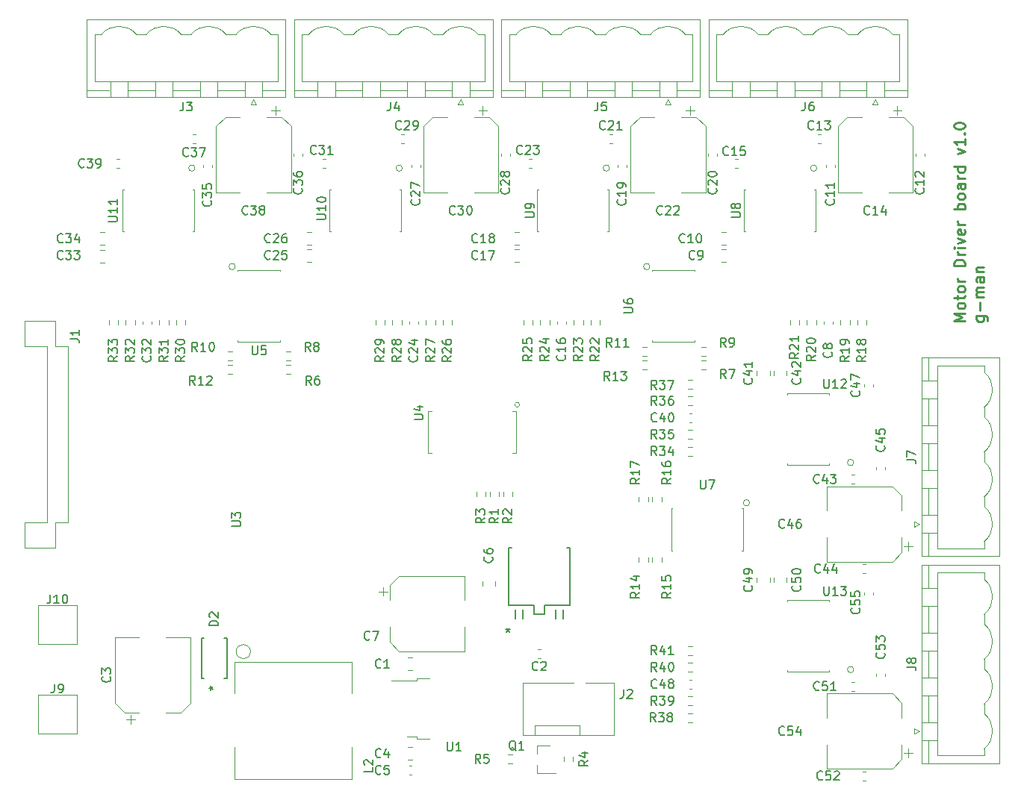
<source format=gto>
%TF.GenerationSoftware,KiCad,Pcbnew,(5.1.9)-1*%
%TF.CreationDate,2021-04-25T15:51:04-04:00*%
%TF.ProjectId,motor_driver_prj,6d6f746f-725f-4647-9269-7665725f7072,rev?*%
%TF.SameCoordinates,Original*%
%TF.FileFunction,Legend,Top*%
%TF.FilePolarity,Positive*%
%FSLAX46Y46*%
G04 Gerber Fmt 4.6, Leading zero omitted, Abs format (unit mm)*
G04 Created by KiCad (PCBNEW (5.1.9)-1) date 2021-04-25 15:51:04*
%MOMM*%
%LPD*%
G01*
G04 APERTURE LIST*
%ADD10C,0.228600*%
%ADD11C,0.152400*%
%ADD12C,0.120000*%
%ADD13C,0.150000*%
%ADD14C,3.200000*%
%ADD15R,5.562600X6.299200*%
%ADD16R,0.939800X2.489200*%
%ADD17R,1.625600X1.727200*%
%ADD18R,1.070000X2.600000*%
%ADD19R,10.800000X8.000000*%
%ADD20R,0.450000X2.000000*%
%ADD21R,5.160000X2.600000*%
%ADD22R,2.000000X0.300000*%
%ADD23R,3.120000X2.240000*%
%ADD24R,1.730000X2.030000*%
%ADD25O,1.730000X2.030000*%
%ADD26C,1.100000*%
%ADD27O,2.080000X3.600000*%
%ADD28O,3.600000X2.080000*%
%ADD29R,4.000000X4.000000*%
%ADD30R,4.000000X5.400000*%
%ADD31R,0.900000X0.800000*%
%ADD32R,2.200000X1.200000*%
%ADD33R,6.400000X5.800000*%
%ADD34R,2.000000X0.450000*%
%ADD35R,2.600000X5.160000*%
G04 APERTURE END LIST*
D10*
X207025723Y-89973029D02*
X205755723Y-89973029D01*
X206662866Y-89549695D01*
X205755723Y-89126362D01*
X207025723Y-89126362D01*
X207025723Y-88340171D02*
X206965247Y-88461124D01*
X206904771Y-88521600D01*
X206783819Y-88582076D01*
X206420961Y-88582076D01*
X206300009Y-88521600D01*
X206239533Y-88461124D01*
X206179057Y-88340171D01*
X206179057Y-88158743D01*
X206239533Y-88037790D01*
X206300009Y-87977314D01*
X206420961Y-87916838D01*
X206783819Y-87916838D01*
X206904771Y-87977314D01*
X206965247Y-88037790D01*
X207025723Y-88158743D01*
X207025723Y-88340171D01*
X206179057Y-87553981D02*
X206179057Y-87070171D01*
X205755723Y-87372552D02*
X206844295Y-87372552D01*
X206965247Y-87312076D01*
X207025723Y-87191124D01*
X207025723Y-87070171D01*
X207025723Y-86465410D02*
X206965247Y-86586362D01*
X206904771Y-86646838D01*
X206783819Y-86707314D01*
X206420961Y-86707314D01*
X206300009Y-86646838D01*
X206239533Y-86586362D01*
X206179057Y-86465410D01*
X206179057Y-86283981D01*
X206239533Y-86163029D01*
X206300009Y-86102552D01*
X206420961Y-86042076D01*
X206783819Y-86042076D01*
X206904771Y-86102552D01*
X206965247Y-86163029D01*
X207025723Y-86283981D01*
X207025723Y-86465410D01*
X207025723Y-85497790D02*
X206179057Y-85497790D01*
X206420961Y-85497790D02*
X206300009Y-85437314D01*
X206239533Y-85376838D01*
X206179057Y-85255886D01*
X206179057Y-85134933D01*
X207025723Y-83743981D02*
X205755723Y-83743981D01*
X205755723Y-83441600D01*
X205816200Y-83260171D01*
X205937152Y-83139219D01*
X206058104Y-83078743D01*
X206300009Y-83018267D01*
X206481438Y-83018267D01*
X206723342Y-83078743D01*
X206844295Y-83139219D01*
X206965247Y-83260171D01*
X207025723Y-83441600D01*
X207025723Y-83743981D01*
X207025723Y-82473981D02*
X206179057Y-82473981D01*
X206420961Y-82473981D02*
X206300009Y-82413505D01*
X206239533Y-82353029D01*
X206179057Y-82232076D01*
X206179057Y-82111124D01*
X207025723Y-81687790D02*
X206179057Y-81687790D01*
X205755723Y-81687790D02*
X205816200Y-81748267D01*
X205876676Y-81687790D01*
X205816200Y-81627314D01*
X205755723Y-81687790D01*
X205876676Y-81687790D01*
X206179057Y-81203981D02*
X207025723Y-80901600D01*
X206179057Y-80599219D01*
X206965247Y-79631600D02*
X207025723Y-79752552D01*
X207025723Y-79994457D01*
X206965247Y-80115410D01*
X206844295Y-80175886D01*
X206360485Y-80175886D01*
X206239533Y-80115410D01*
X206179057Y-79994457D01*
X206179057Y-79752552D01*
X206239533Y-79631600D01*
X206360485Y-79571124D01*
X206481438Y-79571124D01*
X206602390Y-80175886D01*
X207025723Y-79026838D02*
X206179057Y-79026838D01*
X206420961Y-79026838D02*
X206300009Y-78966362D01*
X206239533Y-78905886D01*
X206179057Y-78784933D01*
X206179057Y-78663981D01*
X207025723Y-77273029D02*
X205755723Y-77273029D01*
X206239533Y-77273029D02*
X206179057Y-77152076D01*
X206179057Y-76910171D01*
X206239533Y-76789219D01*
X206300009Y-76728743D01*
X206420961Y-76668267D01*
X206783819Y-76668267D01*
X206904771Y-76728743D01*
X206965247Y-76789219D01*
X207025723Y-76910171D01*
X207025723Y-77152076D01*
X206965247Y-77273029D01*
X207025723Y-75942552D02*
X206965247Y-76063505D01*
X206904771Y-76123981D01*
X206783819Y-76184457D01*
X206420961Y-76184457D01*
X206300009Y-76123981D01*
X206239533Y-76063505D01*
X206179057Y-75942552D01*
X206179057Y-75761124D01*
X206239533Y-75640171D01*
X206300009Y-75579695D01*
X206420961Y-75519219D01*
X206783819Y-75519219D01*
X206904771Y-75579695D01*
X206965247Y-75640171D01*
X207025723Y-75761124D01*
X207025723Y-75942552D01*
X207025723Y-74430648D02*
X206360485Y-74430648D01*
X206239533Y-74491124D01*
X206179057Y-74612076D01*
X206179057Y-74853981D01*
X206239533Y-74974933D01*
X206965247Y-74430648D02*
X207025723Y-74551600D01*
X207025723Y-74853981D01*
X206965247Y-74974933D01*
X206844295Y-75035410D01*
X206723342Y-75035410D01*
X206602390Y-74974933D01*
X206541914Y-74853981D01*
X206541914Y-74551600D01*
X206481438Y-74430648D01*
X207025723Y-73825886D02*
X206179057Y-73825886D01*
X206420961Y-73825886D02*
X206300009Y-73765410D01*
X206239533Y-73704933D01*
X206179057Y-73583981D01*
X206179057Y-73463029D01*
X207025723Y-72495410D02*
X205755723Y-72495410D01*
X206965247Y-72495410D02*
X207025723Y-72616362D01*
X207025723Y-72858267D01*
X206965247Y-72979219D01*
X206904771Y-73039695D01*
X206783819Y-73100171D01*
X206420961Y-73100171D01*
X206300009Y-73039695D01*
X206239533Y-72979219D01*
X206179057Y-72858267D01*
X206179057Y-72616362D01*
X206239533Y-72495410D01*
X206179057Y-71043981D02*
X207025723Y-70741600D01*
X206179057Y-70439219D01*
X207025723Y-69290171D02*
X207025723Y-70015886D01*
X207025723Y-69653029D02*
X205755723Y-69653029D01*
X205937152Y-69773981D01*
X206058104Y-69894933D01*
X206118580Y-70015886D01*
X206904771Y-68745886D02*
X206965247Y-68685410D01*
X207025723Y-68745886D01*
X206965247Y-68806362D01*
X206904771Y-68745886D01*
X207025723Y-68745886D01*
X205755723Y-67899219D02*
X205755723Y-67778267D01*
X205816200Y-67657314D01*
X205876676Y-67596838D01*
X205997628Y-67536362D01*
X206239533Y-67475886D01*
X206541914Y-67475886D01*
X206783819Y-67536362D01*
X206904771Y-67596838D01*
X206965247Y-67657314D01*
X207025723Y-67778267D01*
X207025723Y-67899219D01*
X206965247Y-68020171D01*
X206904771Y-68080648D01*
X206783819Y-68141124D01*
X206541914Y-68201600D01*
X206239533Y-68201600D01*
X205997628Y-68141124D01*
X205876676Y-68080648D01*
X205816200Y-68020171D01*
X205755723Y-67899219D01*
X208312657Y-89428743D02*
X209340752Y-89428743D01*
X209461704Y-89489219D01*
X209522180Y-89549695D01*
X209582657Y-89670648D01*
X209582657Y-89852076D01*
X209522180Y-89973029D01*
X209098847Y-89428743D02*
X209159323Y-89549695D01*
X209159323Y-89791600D01*
X209098847Y-89912552D01*
X209038371Y-89973029D01*
X208917419Y-90033505D01*
X208554561Y-90033505D01*
X208433609Y-89973029D01*
X208373133Y-89912552D01*
X208312657Y-89791600D01*
X208312657Y-89549695D01*
X208373133Y-89428743D01*
X208675514Y-88823981D02*
X208675514Y-87856362D01*
X209159323Y-87251600D02*
X208312657Y-87251600D01*
X208433609Y-87251600D02*
X208373133Y-87191124D01*
X208312657Y-87070171D01*
X208312657Y-86888743D01*
X208373133Y-86767790D01*
X208494085Y-86707314D01*
X209159323Y-86707314D01*
X208494085Y-86707314D02*
X208373133Y-86646838D01*
X208312657Y-86525886D01*
X208312657Y-86344457D01*
X208373133Y-86223505D01*
X208494085Y-86163029D01*
X209159323Y-86163029D01*
X209159323Y-85013981D02*
X208494085Y-85013981D01*
X208373133Y-85074457D01*
X208312657Y-85195410D01*
X208312657Y-85437314D01*
X208373133Y-85558267D01*
X209098847Y-85013981D02*
X209159323Y-85134933D01*
X209159323Y-85437314D01*
X209098847Y-85558267D01*
X208977895Y-85618743D01*
X208856942Y-85618743D01*
X208735990Y-85558267D01*
X208675514Y-85437314D01*
X208675514Y-85134933D01*
X208615038Y-85013981D01*
X208312657Y-84409219D02*
X209159323Y-84409219D01*
X208433609Y-84409219D02*
X208373133Y-84348743D01*
X208312657Y-84227790D01*
X208312657Y-84046362D01*
X208373133Y-83925410D01*
X208494085Y-83864933D01*
X209159323Y-83864933D01*
D11*
%TO.C,CR1*%
X155635960Y-115747800D02*
X155257500Y-115747800D01*
X155257500Y-115747800D02*
X155257500Y-122224800D01*
X162242500Y-115747800D02*
X161864040Y-115747800D01*
X162242500Y-122224800D02*
X162242500Y-115747800D01*
X159321500Y-122224800D02*
X162242500Y-122224800D01*
X159321500Y-123240800D02*
X159321500Y-122224800D01*
X158178500Y-123240800D02*
X159321500Y-123240800D01*
X158178500Y-122224800D02*
X158178500Y-123240800D01*
X155257500Y-122224800D02*
X158178500Y-122224800D01*
X161480500Y-122707400D02*
X161480500Y-123774200D01*
X160591500Y-122707400D02*
X160591500Y-123774200D01*
X156908500Y-122707400D02*
X156908500Y-123774200D01*
X156019500Y-122707400D02*
X156019500Y-123774200D01*
D12*
%TO.C,C6*%
X153770000Y-119499748D02*
X153770000Y-120022252D01*
X152300000Y-119499748D02*
X152300000Y-120022252D01*
%TO.C,C2*%
X158896267Y-128272000D02*
X158603733Y-128272000D01*
X158896267Y-127252000D02*
X158603733Y-127252000D01*
D11*
%TO.C,D2*%
X123355100Y-130543300D02*
X123355100Y-125996700D01*
X123355100Y-125996700D02*
X123065540Y-125996700D01*
X120484900Y-125996700D02*
X120484900Y-130543300D01*
X120484900Y-130543300D02*
X120774460Y-130543300D01*
X123065540Y-130543300D02*
X123355100Y-130543300D01*
X120774460Y-125996700D02*
X120484900Y-125996700D01*
D12*
%TO.C,U3*%
X126035197Y-127508000D02*
G75*
G03*
X126035197Y-127508000I-813197J0D01*
G01*
%TO.C,U10*%
X143234210Y-72644000D02*
G75*
G03*
X143234210Y-72644000I-359210J0D01*
G01*
X142951200Y-75107800D02*
X143078200Y-75107800D01*
X143078200Y-75107800D02*
X143129000Y-75107800D01*
X143129000Y-75107800D02*
X143129000Y-76479400D01*
X142951200Y-79832200D02*
X143078200Y-79832200D01*
X143078200Y-79832200D02*
X143129000Y-79832200D01*
X143129000Y-79832200D02*
X143129000Y-78486000D01*
X143129000Y-78486000D02*
X143129000Y-78435200D01*
X143129000Y-78435200D02*
X143129000Y-76454000D01*
X135178800Y-75107800D02*
X135051800Y-75107800D01*
X135051800Y-75107800D02*
X135026400Y-75107800D01*
X135001000Y-75107800D02*
X135001000Y-79781400D01*
X135026400Y-79832200D02*
X135178800Y-79832200D01*
X135001000Y-79781400D02*
X135001000Y-79832200D01*
X135001000Y-79832200D02*
X135026400Y-79832200D01*
%TO.C,U9*%
X166729210Y-72644000D02*
G75*
G03*
X166729210Y-72644000I-359210J0D01*
G01*
X166446200Y-75107800D02*
X166573200Y-75107800D01*
X166573200Y-75107800D02*
X166624000Y-75107800D01*
X166624000Y-75107800D02*
X166624000Y-76479400D01*
X166446200Y-79832200D02*
X166573200Y-79832200D01*
X166573200Y-79832200D02*
X166624000Y-79832200D01*
X166624000Y-79832200D02*
X166624000Y-78486000D01*
X166624000Y-78486000D02*
X166624000Y-78435200D01*
X166624000Y-78435200D02*
X166624000Y-76454000D01*
X158673800Y-75107800D02*
X158546800Y-75107800D01*
X158546800Y-75107800D02*
X158521400Y-75107800D01*
X158496000Y-75107800D02*
X158496000Y-79781400D01*
X158521400Y-79832200D02*
X158673800Y-79832200D01*
X158496000Y-79781400D02*
X158496000Y-79832200D01*
X158496000Y-79832200D02*
X158521400Y-79832200D01*
%TO.C,U8*%
X190224210Y-72644000D02*
G75*
G03*
X190224210Y-72644000I-359210J0D01*
G01*
X189941200Y-75107800D02*
X190068200Y-75107800D01*
X190068200Y-75107800D02*
X190119000Y-75107800D01*
X190119000Y-75107800D02*
X190119000Y-76479400D01*
X189941200Y-79832200D02*
X190068200Y-79832200D01*
X190068200Y-79832200D02*
X190119000Y-79832200D01*
X190119000Y-79832200D02*
X190119000Y-78486000D01*
X190119000Y-78486000D02*
X190119000Y-78435200D01*
X190119000Y-78435200D02*
X190119000Y-76454000D01*
X182168800Y-75107800D02*
X182041800Y-75107800D01*
X182041800Y-75107800D02*
X182016400Y-75107800D01*
X181991000Y-75107800D02*
X181991000Y-79781400D01*
X182016400Y-79832200D02*
X182168800Y-79832200D01*
X181991000Y-79781400D02*
X181991000Y-79832200D01*
X181991000Y-79832200D02*
X182016400Y-79832200D01*
%TO.C,U4*%
X156530806Y-99491800D02*
G75*
G03*
X156530806Y-99491800I-270006J0D01*
G01*
X155752800Y-104978200D02*
X156133800Y-104978200D01*
X156133800Y-104978200D02*
X156133800Y-100279200D01*
X156133800Y-100279200D02*
X156133800Y-100253800D01*
X156133800Y-100253800D02*
X155702000Y-100253800D01*
X155778200Y-104978200D02*
X155752800Y-104978200D01*
X155752800Y-104978200D02*
X155702000Y-104978200D01*
X146558000Y-104978200D02*
X146151600Y-104978200D01*
X146151600Y-104978200D02*
X146126200Y-104978200D01*
X146126200Y-104978200D02*
X146126200Y-100279200D01*
X146126200Y-100279200D02*
X146126200Y-100253800D01*
X146126200Y-100253800D02*
X146558000Y-100253800D01*
%TO.C,R24*%
X158862500Y-90424724D02*
X158862500Y-89915276D01*
X159907500Y-90424724D02*
X159907500Y-89915276D01*
%TO.C,R23*%
X162672500Y-90424724D02*
X162672500Y-89915276D01*
X163717500Y-90424724D02*
X163717500Y-89915276D01*
%TO.C,R22*%
X165622500Y-89915276D02*
X165622500Y-90424724D01*
X164577500Y-89915276D02*
X164577500Y-90424724D01*
%TO.C,R21*%
X188228500Y-89915276D02*
X188228500Y-90424724D01*
X187183500Y-89915276D02*
X187183500Y-90424724D01*
%TO.C,R20*%
X189088500Y-90424724D02*
X189088500Y-89915276D01*
X190133500Y-90424724D02*
X190133500Y-89915276D01*
%TO.C,R19*%
X192898500Y-90424724D02*
X192898500Y-89915276D01*
X193943500Y-90424724D02*
X193943500Y-89915276D01*
%TO.C,R18*%
X195848500Y-89915276D02*
X195848500Y-90424724D01*
X194803500Y-89915276D02*
X194803500Y-90424724D01*
%TO.C,R17*%
X171083500Y-109981276D02*
X171083500Y-110490724D01*
X170038500Y-109981276D02*
X170038500Y-110490724D01*
%TO.C,R16*%
X172607500Y-109981276D02*
X172607500Y-110490724D01*
X171562500Y-109981276D02*
X171562500Y-110490724D01*
%TO.C,R15*%
X171562500Y-117348724D02*
X171562500Y-116839276D01*
X172607500Y-117348724D02*
X172607500Y-116839276D01*
%TO.C,R14*%
X170038500Y-117348724D02*
X170038500Y-116839276D01*
X171083500Y-117348724D02*
X171083500Y-116839276D01*
%TO.C,R13*%
X170433276Y-94473500D02*
X170942724Y-94473500D01*
X170433276Y-95518500D02*
X170942724Y-95518500D01*
%TO.C,R12*%
X123443276Y-94981500D02*
X123952724Y-94981500D01*
X123443276Y-96026500D02*
X123952724Y-96026500D01*
%TO.C,R11*%
X170433276Y-92949500D02*
X170942724Y-92949500D01*
X170433276Y-93994500D02*
X170942724Y-93994500D01*
%TO.C,R10*%
X123443276Y-93457500D02*
X123952724Y-93457500D01*
X123443276Y-94502500D02*
X123952724Y-94502500D01*
%TO.C,R9*%
X177673724Y-93994500D02*
X177164276Y-93994500D01*
X177673724Y-92949500D02*
X177164276Y-92949500D01*
%TO.C,R8*%
X130556724Y-94502500D02*
X130047276Y-94502500D01*
X130556724Y-93457500D02*
X130047276Y-93457500D01*
%TO.C,R7*%
X177673724Y-95518500D02*
X177164276Y-95518500D01*
X177673724Y-94473500D02*
X177164276Y-94473500D01*
%TO.C,R6*%
X130556724Y-96026500D02*
X130047276Y-96026500D01*
X130556724Y-94981500D02*
X130047276Y-94981500D01*
%TO.C,R5*%
X155193276Y-139177500D02*
X155702724Y-139177500D01*
X155193276Y-140222500D02*
X155702724Y-140222500D01*
%TO.C,R4*%
X162574500Y-139445276D02*
X162574500Y-139954724D01*
X161529500Y-139445276D02*
X161529500Y-139954724D01*
%TO.C,R3*%
X151623500Y-109855724D02*
X151623500Y-109346276D01*
X152668500Y-109855724D02*
X152668500Y-109346276D01*
%TO.C,R2*%
X154671500Y-109855724D02*
X154671500Y-109346276D01*
X155716500Y-109855724D02*
X155716500Y-109346276D01*
%TO.C,R1*%
X153147500Y-109855724D02*
X153147500Y-109346276D01*
X154192500Y-109855724D02*
X154192500Y-109346276D01*
%TO.C,C48*%
X175748733Y-130681000D02*
X176041267Y-130681000D01*
X175748733Y-131701000D02*
X176041267Y-131701000D01*
%TO.C,C45*%
X196975000Y-106826267D02*
X196975000Y-106533733D01*
X197995000Y-106826267D02*
X197995000Y-106533733D01*
%TO.C,C44*%
X195726267Y-118620000D02*
X195433733Y-118620000D01*
X195726267Y-117600000D02*
X195433733Y-117600000D01*
%TO.C,C42*%
X185320000Y-96146252D02*
X185320000Y-95623748D01*
X186790000Y-96146252D02*
X186790000Y-95623748D01*
%TO.C,C40*%
X175748733Y-100455000D02*
X176041267Y-100455000D01*
X175748733Y-101475000D02*
X176041267Y-101475000D01*
%TO.C,C37*%
X119780267Y-69852000D02*
X119487733Y-69852000D01*
X119780267Y-68832000D02*
X119487733Y-68832000D01*
%TO.C,C36*%
X131955000Y-70973733D02*
X131955000Y-71266267D01*
X130935000Y-70973733D02*
X130935000Y-71266267D01*
%TO.C,C34*%
X109481252Y-81380000D02*
X108958748Y-81380000D01*
X109481252Y-79910000D02*
X108958748Y-79910000D01*
%TO.C,C32*%
X113790000Y-90316267D02*
X113790000Y-90023733D01*
X114810000Y-90316267D02*
X114810000Y-90023733D01*
%TO.C,C29*%
X143402267Y-69852000D02*
X143109733Y-69852000D01*
X143402267Y-68832000D02*
X143109733Y-68832000D01*
%TO.C,C28*%
X155450000Y-70973733D02*
X155450000Y-71266267D01*
X154430000Y-70973733D02*
X154430000Y-71266267D01*
%TO.C,C26*%
X132976252Y-81380000D02*
X132453748Y-81380000D01*
X132976252Y-79910000D02*
X132453748Y-79910000D01*
%TO.C,C24*%
X144016000Y-90316267D02*
X144016000Y-90023733D01*
X145036000Y-90316267D02*
X145036000Y-90023733D01*
%TO.C,C21*%
X167024267Y-69852000D02*
X166731733Y-69852000D01*
X167024267Y-68832000D02*
X166731733Y-68832000D01*
%TO.C,C20*%
X178945000Y-70973733D02*
X178945000Y-71266267D01*
X177925000Y-70973733D02*
X177925000Y-71266267D01*
%TO.C,C18*%
X156471252Y-81380000D02*
X155948748Y-81380000D01*
X156471252Y-79910000D02*
X155948748Y-79910000D01*
%TO.C,C16*%
X160780000Y-90316267D02*
X160780000Y-90023733D01*
X161800000Y-90316267D02*
X161800000Y-90023733D01*
%TO.C,C13*%
X190646267Y-69852000D02*
X190353733Y-69852000D01*
X190646267Y-68832000D02*
X190353733Y-68832000D01*
%TO.C,C12*%
X202440000Y-70973733D02*
X202440000Y-71266267D01*
X201420000Y-70973733D02*
X201420000Y-71266267D01*
%TO.C,C10*%
X179966252Y-81380000D02*
X179443748Y-81380000D01*
X179966252Y-79910000D02*
X179443748Y-79910000D01*
%TO.C,C8*%
X191006000Y-90316267D02*
X191006000Y-90023733D01*
X192026000Y-90316267D02*
X192026000Y-90023733D01*
%TO.C,C7*%
X150310000Y-127450000D02*
X150310000Y-124700000D01*
X150310000Y-118930000D02*
X150310000Y-121680000D01*
X142854437Y-118930000D02*
X150310000Y-118930000D01*
X142854437Y-127450000D02*
X150310000Y-127450000D01*
X141790000Y-126385563D02*
X141790000Y-124700000D01*
X141790000Y-119994437D02*
X141790000Y-121680000D01*
X141790000Y-119994437D02*
X142854437Y-118930000D01*
X141790000Y-126385563D02*
X142854437Y-127450000D01*
X140550000Y-120680000D02*
X141550000Y-120680000D01*
X141050000Y-120180000D02*
X141050000Y-121180000D01*
%TO.C,C5*%
X143998733Y-140460000D02*
X144291267Y-140460000D01*
X143998733Y-141480000D02*
X144291267Y-141480000D01*
%TO.C,C1*%
X143883748Y-128170000D02*
X144406252Y-128170000D01*
X143883748Y-129640000D02*
X144406252Y-129640000D01*
%TO.C,C3*%
X119195000Y-125915000D02*
X116445000Y-125915000D01*
X110675000Y-125915000D02*
X113425000Y-125915000D01*
X110675000Y-133370563D02*
X110675000Y-125915000D01*
X119195000Y-133370563D02*
X119195000Y-125915000D01*
X118130563Y-134435000D02*
X116445000Y-134435000D01*
X111739437Y-134435000D02*
X113425000Y-134435000D01*
X111739437Y-134435000D02*
X110675000Y-133370563D01*
X118130563Y-134435000D02*
X119195000Y-133370563D01*
X112425000Y-135675000D02*
X112425000Y-134675000D01*
X111925000Y-135175000D02*
X112925000Y-135175000D01*
%TO.C,C4*%
X143883748Y-138330000D02*
X144406252Y-138330000D01*
X143883748Y-139800000D02*
X144406252Y-139800000D01*
%TO.C,C9*%
X179966252Y-83285000D02*
X179443748Y-83285000D01*
X179966252Y-81815000D02*
X179443748Y-81815000D01*
%TO.C,C11*%
X191260000Y-72536267D02*
X191260000Y-72243733D01*
X192280000Y-72536267D02*
X192280000Y-72243733D01*
%TO.C,C14*%
X192590000Y-75380000D02*
X195340000Y-75380000D01*
X201110000Y-75380000D02*
X198360000Y-75380000D01*
X201110000Y-67924437D02*
X201110000Y-75380000D01*
X192590000Y-67924437D02*
X192590000Y-75380000D01*
X193654437Y-66860000D02*
X195340000Y-66860000D01*
X200045563Y-66860000D02*
X198360000Y-66860000D01*
X200045563Y-66860000D02*
X201110000Y-67924437D01*
X193654437Y-66860000D02*
X192590000Y-67924437D01*
X199360000Y-65620000D02*
X199360000Y-66620000D01*
X199860000Y-66120000D02*
X198860000Y-66120000D01*
%TO.C,C15*%
X181248267Y-72646000D02*
X180955733Y-72646000D01*
X181248267Y-71626000D02*
X180955733Y-71626000D01*
%TO.C,C17*%
X156471252Y-83285000D02*
X155948748Y-83285000D01*
X156471252Y-81815000D02*
X155948748Y-81815000D01*
%TO.C,C19*%
X167638000Y-72536267D02*
X167638000Y-72243733D01*
X168658000Y-72536267D02*
X168658000Y-72243733D01*
%TO.C,C22*%
X169095000Y-75380000D02*
X171845000Y-75380000D01*
X177615000Y-75380000D02*
X174865000Y-75380000D01*
X177615000Y-67924437D02*
X177615000Y-75380000D01*
X169095000Y-67924437D02*
X169095000Y-75380000D01*
X170159437Y-66860000D02*
X171845000Y-66860000D01*
X176550563Y-66860000D02*
X174865000Y-66860000D01*
X176550563Y-66860000D02*
X177615000Y-67924437D01*
X170159437Y-66860000D02*
X169095000Y-67924437D01*
X175865000Y-65620000D02*
X175865000Y-66620000D01*
X176365000Y-66120000D02*
X175365000Y-66120000D01*
%TO.C,C23*%
X157880267Y-72646000D02*
X157587733Y-72646000D01*
X157880267Y-71626000D02*
X157587733Y-71626000D01*
%TO.C,C25*%
X132976252Y-83285000D02*
X132453748Y-83285000D01*
X132976252Y-81815000D02*
X132453748Y-81815000D01*
%TO.C,C27*%
X144270000Y-72536267D02*
X144270000Y-72243733D01*
X145290000Y-72536267D02*
X145290000Y-72243733D01*
%TO.C,C30*%
X145600000Y-75380000D02*
X148350000Y-75380000D01*
X154120000Y-75380000D02*
X151370000Y-75380000D01*
X154120000Y-67924437D02*
X154120000Y-75380000D01*
X145600000Y-67924437D02*
X145600000Y-75380000D01*
X146664437Y-66860000D02*
X148350000Y-66860000D01*
X153055563Y-66860000D02*
X151370000Y-66860000D01*
X153055563Y-66860000D02*
X154120000Y-67924437D01*
X146664437Y-66860000D02*
X145600000Y-67924437D01*
X152370000Y-65620000D02*
X152370000Y-66620000D01*
X152870000Y-66120000D02*
X151870000Y-66120000D01*
%TO.C,C31*%
X134512267Y-72646000D02*
X134219733Y-72646000D01*
X134512267Y-71626000D02*
X134219733Y-71626000D01*
%TO.C,C33*%
X109481252Y-83412000D02*
X108958748Y-83412000D01*
X109481252Y-81942000D02*
X108958748Y-81942000D01*
%TO.C,C35*%
X120648000Y-72536267D02*
X120648000Y-72243733D01*
X121668000Y-72536267D02*
X121668000Y-72243733D01*
%TO.C,C38*%
X122105000Y-75380000D02*
X124855000Y-75380000D01*
X130625000Y-75380000D02*
X127875000Y-75380000D01*
X130625000Y-67924437D02*
X130625000Y-75380000D01*
X122105000Y-67924437D02*
X122105000Y-75380000D01*
X123169437Y-66860000D02*
X124855000Y-66860000D01*
X129560563Y-66860000D02*
X127875000Y-66860000D01*
X129560563Y-66860000D02*
X130625000Y-67924437D01*
X123169437Y-66860000D02*
X122105000Y-67924437D01*
X128875000Y-65620000D02*
X128875000Y-66620000D01*
X129375000Y-66120000D02*
X128375000Y-66120000D01*
%TO.C,C39*%
X111144267Y-72646000D02*
X110851733Y-72646000D01*
X111144267Y-71626000D02*
X110851733Y-71626000D01*
%TO.C,C41*%
X183415000Y-96146252D02*
X183415000Y-95623748D01*
X184885000Y-96146252D02*
X184885000Y-95623748D01*
%TO.C,C43*%
X194163733Y-107440000D02*
X194456267Y-107440000D01*
X194163733Y-108460000D02*
X194456267Y-108460000D01*
%TO.C,C46*%
X191320000Y-108770000D02*
X191320000Y-111520000D01*
X191320000Y-117290000D02*
X191320000Y-114540000D01*
X198775563Y-117290000D02*
X191320000Y-117290000D01*
X198775563Y-108770000D02*
X191320000Y-108770000D01*
X199840000Y-109834437D02*
X199840000Y-111520000D01*
X199840000Y-116225563D02*
X199840000Y-114540000D01*
X199840000Y-116225563D02*
X198775563Y-117290000D01*
X199840000Y-109834437D02*
X198775563Y-108770000D01*
X201080000Y-115540000D02*
X200080000Y-115540000D01*
X200580000Y-116040000D02*
X200580000Y-115040000D01*
%TO.C,C47*%
X195578000Y-97428267D02*
X195578000Y-97135733D01*
X196598000Y-97428267D02*
X196598000Y-97135733D01*
%TO.C,C49*%
X183415000Y-119641252D02*
X183415000Y-119118748D01*
X184885000Y-119641252D02*
X184885000Y-119118748D01*
%TO.C,C50*%
X185320000Y-119641252D02*
X185320000Y-119118748D01*
X186790000Y-119641252D02*
X186790000Y-119118748D01*
%TO.C,C51*%
X194163733Y-130935000D02*
X194456267Y-130935000D01*
X194163733Y-131955000D02*
X194456267Y-131955000D01*
%TO.C,C52*%
X195726267Y-142115000D02*
X195433733Y-142115000D01*
X195726267Y-141095000D02*
X195433733Y-141095000D01*
%TO.C,C53*%
X196975000Y-130321267D02*
X196975000Y-130028733D01*
X197995000Y-130321267D02*
X197995000Y-130028733D01*
%TO.C,C54*%
X191320000Y-132265000D02*
X191320000Y-135015000D01*
X191320000Y-140785000D02*
X191320000Y-138035000D01*
X198775563Y-140785000D02*
X191320000Y-140785000D01*
X198775563Y-132265000D02*
X191320000Y-132265000D01*
X199840000Y-133329437D02*
X199840000Y-135015000D01*
X199840000Y-139720563D02*
X199840000Y-138035000D01*
X199840000Y-139720563D02*
X198775563Y-140785000D01*
X199840000Y-133329437D02*
X198775563Y-132265000D01*
X201080000Y-139035000D02*
X200080000Y-139035000D01*
X200580000Y-139535000D02*
X200580000Y-138535000D01*
%TO.C,C55*%
X195578000Y-121050267D02*
X195578000Y-120757733D01*
X196598000Y-121050267D02*
X196598000Y-120757733D01*
%TO.C,J1*%
X103940000Y-112870000D02*
X105320000Y-112870000D01*
X103940000Y-92870000D02*
X105320000Y-92870000D01*
X103940000Y-115750000D02*
X103940000Y-112870000D01*
X103940000Y-89990000D02*
X103940000Y-92870000D01*
X100460000Y-115750000D02*
X103940000Y-115750000D01*
X100460000Y-89990000D02*
X103940000Y-89990000D01*
X100460000Y-112870000D02*
X100460000Y-115750000D01*
X100460000Y-92870000D02*
X100460000Y-89990000D01*
X102960000Y-112870000D02*
X100460000Y-112870000D01*
X102960000Y-92870000D02*
X100460000Y-92870000D01*
X102960000Y-92870000D02*
X102960000Y-112870000D01*
X105320000Y-92870000D02*
X105320000Y-112870000D01*
%TO.C,J2*%
X163322000Y-135894000D02*
X163322000Y-136904000D01*
X158242000Y-135894000D02*
X163322000Y-135894000D01*
X158242000Y-136904000D02*
X158242000Y-135894000D01*
X156892000Y-137004000D02*
X156892000Y-131004000D01*
X167192000Y-137004000D02*
X156892000Y-137004000D01*
X167192000Y-131054000D02*
X167192000Y-137004000D01*
X163992000Y-131054000D02*
X167192000Y-131054000D01*
X156892000Y-131004000D02*
X162642000Y-131004000D01*
%TO.C,J3*%
X130015000Y-64600000D02*
X130015000Y-55780000D01*
X130015000Y-55780000D02*
X107475000Y-55780000D01*
X107475000Y-55780000D02*
X107475000Y-64600000D01*
X107475000Y-64600000D02*
X130015000Y-64600000D01*
X130015000Y-63790000D02*
X127475000Y-63790000D01*
X107475000Y-63790000D02*
X110015000Y-63790000D01*
X125365000Y-63790000D02*
X122285000Y-63790000D01*
X120285000Y-63790000D02*
X117205000Y-63790000D01*
X115205000Y-63790000D02*
X112125000Y-63790000D01*
X127365000Y-62790000D02*
X127365000Y-64600000D01*
X127365000Y-64600000D02*
X125365000Y-64600000D01*
X125365000Y-64600000D02*
X125365000Y-62790000D01*
X125365000Y-62790000D02*
X127365000Y-62790000D01*
X122285000Y-62790000D02*
X122285000Y-64600000D01*
X122285000Y-64600000D02*
X120285000Y-64600000D01*
X120285000Y-64600000D02*
X120285000Y-62790000D01*
X120285000Y-62790000D02*
X122285000Y-62790000D01*
X117205000Y-62790000D02*
X117205000Y-64600000D01*
X117205000Y-64600000D02*
X115205000Y-64600000D01*
X115205000Y-64600000D02*
X115205000Y-62790000D01*
X115205000Y-62790000D02*
X117205000Y-62790000D01*
X112125000Y-62790000D02*
X112125000Y-64600000D01*
X112125000Y-64600000D02*
X110125000Y-64600000D01*
X110125000Y-64600000D02*
X110125000Y-62790000D01*
X110125000Y-62790000D02*
X112125000Y-62790000D01*
X124365000Y-57490000D02*
X123285000Y-57490000D01*
X119285000Y-57490000D02*
X118205000Y-57490000D01*
X114205000Y-57490000D02*
X113125000Y-57490000D01*
X128365000Y-57490000D02*
X129105000Y-57490000D01*
X129105000Y-57490000D02*
X129105000Y-62790000D01*
X129105000Y-62790000D02*
X108385000Y-62790000D01*
X108385000Y-62790000D02*
X108385000Y-57490000D01*
X108385000Y-57490000D02*
X109125000Y-57490000D01*
X126065000Y-65400000D02*
X126365000Y-64800000D01*
X126365000Y-64800000D02*
X126665000Y-65400000D01*
X126665000Y-65400000D02*
X126065000Y-65400000D01*
X109138159Y-57474179D02*
G75*
G02*
X113125000Y-57490000I1986841J-1665821D01*
G01*
X114218159Y-57474179D02*
G75*
G02*
X118205000Y-57490000I1986841J-1665821D01*
G01*
X119298159Y-57474179D02*
G75*
G02*
X123285000Y-57490000I1986841J-1665821D01*
G01*
X124378159Y-57474179D02*
G75*
G02*
X128365000Y-57490000I1986841J-1665821D01*
G01*
%TO.C,J4*%
X153510000Y-64600000D02*
X153510000Y-55780000D01*
X153510000Y-55780000D02*
X130970000Y-55780000D01*
X130970000Y-55780000D02*
X130970000Y-64600000D01*
X130970000Y-64600000D02*
X153510000Y-64600000D01*
X153510000Y-63790000D02*
X150970000Y-63790000D01*
X130970000Y-63790000D02*
X133510000Y-63790000D01*
X148860000Y-63790000D02*
X145780000Y-63790000D01*
X143780000Y-63790000D02*
X140700000Y-63790000D01*
X138700000Y-63790000D02*
X135620000Y-63790000D01*
X150860000Y-62790000D02*
X150860000Y-64600000D01*
X150860000Y-64600000D02*
X148860000Y-64600000D01*
X148860000Y-64600000D02*
X148860000Y-62790000D01*
X148860000Y-62790000D02*
X150860000Y-62790000D01*
X145780000Y-62790000D02*
X145780000Y-64600000D01*
X145780000Y-64600000D02*
X143780000Y-64600000D01*
X143780000Y-64600000D02*
X143780000Y-62790000D01*
X143780000Y-62790000D02*
X145780000Y-62790000D01*
X140700000Y-62790000D02*
X140700000Y-64600000D01*
X140700000Y-64600000D02*
X138700000Y-64600000D01*
X138700000Y-64600000D02*
X138700000Y-62790000D01*
X138700000Y-62790000D02*
X140700000Y-62790000D01*
X135620000Y-62790000D02*
X135620000Y-64600000D01*
X135620000Y-64600000D02*
X133620000Y-64600000D01*
X133620000Y-64600000D02*
X133620000Y-62790000D01*
X133620000Y-62790000D02*
X135620000Y-62790000D01*
X147860000Y-57490000D02*
X146780000Y-57490000D01*
X142780000Y-57490000D02*
X141700000Y-57490000D01*
X137700000Y-57490000D02*
X136620000Y-57490000D01*
X151860000Y-57490000D02*
X152600000Y-57490000D01*
X152600000Y-57490000D02*
X152600000Y-62790000D01*
X152600000Y-62790000D02*
X131880000Y-62790000D01*
X131880000Y-62790000D02*
X131880000Y-57490000D01*
X131880000Y-57490000D02*
X132620000Y-57490000D01*
X149560000Y-65400000D02*
X149860000Y-64800000D01*
X149860000Y-64800000D02*
X150160000Y-65400000D01*
X150160000Y-65400000D02*
X149560000Y-65400000D01*
X132633159Y-57474179D02*
G75*
G02*
X136620000Y-57490000I1986841J-1665821D01*
G01*
X137713159Y-57474179D02*
G75*
G02*
X141700000Y-57490000I1986841J-1665821D01*
G01*
X142793159Y-57474179D02*
G75*
G02*
X146780000Y-57490000I1986841J-1665821D01*
G01*
X147873159Y-57474179D02*
G75*
G02*
X151860000Y-57490000I1986841J-1665821D01*
G01*
%TO.C,J5*%
X177005000Y-64600000D02*
X177005000Y-55780000D01*
X177005000Y-55780000D02*
X154465000Y-55780000D01*
X154465000Y-55780000D02*
X154465000Y-64600000D01*
X154465000Y-64600000D02*
X177005000Y-64600000D01*
X177005000Y-63790000D02*
X174465000Y-63790000D01*
X154465000Y-63790000D02*
X157005000Y-63790000D01*
X172355000Y-63790000D02*
X169275000Y-63790000D01*
X167275000Y-63790000D02*
X164195000Y-63790000D01*
X162195000Y-63790000D02*
X159115000Y-63790000D01*
X174355000Y-62790000D02*
X174355000Y-64600000D01*
X174355000Y-64600000D02*
X172355000Y-64600000D01*
X172355000Y-64600000D02*
X172355000Y-62790000D01*
X172355000Y-62790000D02*
X174355000Y-62790000D01*
X169275000Y-62790000D02*
X169275000Y-64600000D01*
X169275000Y-64600000D02*
X167275000Y-64600000D01*
X167275000Y-64600000D02*
X167275000Y-62790000D01*
X167275000Y-62790000D02*
X169275000Y-62790000D01*
X164195000Y-62790000D02*
X164195000Y-64600000D01*
X164195000Y-64600000D02*
X162195000Y-64600000D01*
X162195000Y-64600000D02*
X162195000Y-62790000D01*
X162195000Y-62790000D02*
X164195000Y-62790000D01*
X159115000Y-62790000D02*
X159115000Y-64600000D01*
X159115000Y-64600000D02*
X157115000Y-64600000D01*
X157115000Y-64600000D02*
X157115000Y-62790000D01*
X157115000Y-62790000D02*
X159115000Y-62790000D01*
X171355000Y-57490000D02*
X170275000Y-57490000D01*
X166275000Y-57490000D02*
X165195000Y-57490000D01*
X161195000Y-57490000D02*
X160115000Y-57490000D01*
X175355000Y-57490000D02*
X176095000Y-57490000D01*
X176095000Y-57490000D02*
X176095000Y-62790000D01*
X176095000Y-62790000D02*
X155375000Y-62790000D01*
X155375000Y-62790000D02*
X155375000Y-57490000D01*
X155375000Y-57490000D02*
X156115000Y-57490000D01*
X173055000Y-65400000D02*
X173355000Y-64800000D01*
X173355000Y-64800000D02*
X173655000Y-65400000D01*
X173655000Y-65400000D02*
X173055000Y-65400000D01*
X156128159Y-57474179D02*
G75*
G02*
X160115000Y-57490000I1986841J-1665821D01*
G01*
X161208159Y-57474179D02*
G75*
G02*
X165195000Y-57490000I1986841J-1665821D01*
G01*
X166288159Y-57474179D02*
G75*
G02*
X170275000Y-57490000I1986841J-1665821D01*
G01*
X171368159Y-57474179D02*
G75*
G02*
X175355000Y-57490000I1986841J-1665821D01*
G01*
%TO.C,J6*%
X200500000Y-64600000D02*
X200500000Y-55780000D01*
X200500000Y-55780000D02*
X177960000Y-55780000D01*
X177960000Y-55780000D02*
X177960000Y-64600000D01*
X177960000Y-64600000D02*
X200500000Y-64600000D01*
X200500000Y-63790000D02*
X197960000Y-63790000D01*
X177960000Y-63790000D02*
X180500000Y-63790000D01*
X195850000Y-63790000D02*
X192770000Y-63790000D01*
X190770000Y-63790000D02*
X187690000Y-63790000D01*
X185690000Y-63790000D02*
X182610000Y-63790000D01*
X197850000Y-62790000D02*
X197850000Y-64600000D01*
X197850000Y-64600000D02*
X195850000Y-64600000D01*
X195850000Y-64600000D02*
X195850000Y-62790000D01*
X195850000Y-62790000D02*
X197850000Y-62790000D01*
X192770000Y-62790000D02*
X192770000Y-64600000D01*
X192770000Y-64600000D02*
X190770000Y-64600000D01*
X190770000Y-64600000D02*
X190770000Y-62790000D01*
X190770000Y-62790000D02*
X192770000Y-62790000D01*
X187690000Y-62790000D02*
X187690000Y-64600000D01*
X187690000Y-64600000D02*
X185690000Y-64600000D01*
X185690000Y-64600000D02*
X185690000Y-62790000D01*
X185690000Y-62790000D02*
X187690000Y-62790000D01*
X182610000Y-62790000D02*
X182610000Y-64600000D01*
X182610000Y-64600000D02*
X180610000Y-64600000D01*
X180610000Y-64600000D02*
X180610000Y-62790000D01*
X180610000Y-62790000D02*
X182610000Y-62790000D01*
X194850000Y-57490000D02*
X193770000Y-57490000D01*
X189770000Y-57490000D02*
X188690000Y-57490000D01*
X184690000Y-57490000D02*
X183610000Y-57490000D01*
X198850000Y-57490000D02*
X199590000Y-57490000D01*
X199590000Y-57490000D02*
X199590000Y-62790000D01*
X199590000Y-62790000D02*
X178870000Y-62790000D01*
X178870000Y-62790000D02*
X178870000Y-57490000D01*
X178870000Y-57490000D02*
X179610000Y-57490000D01*
X196550000Y-65400000D02*
X196850000Y-64800000D01*
X196850000Y-64800000D02*
X197150000Y-65400000D01*
X197150000Y-65400000D02*
X196550000Y-65400000D01*
X179623159Y-57474179D02*
G75*
G02*
X183610000Y-57490000I1986841J-1665821D01*
G01*
X184703159Y-57474179D02*
G75*
G02*
X188690000Y-57490000I1986841J-1665821D01*
G01*
X189783159Y-57474179D02*
G75*
G02*
X193770000Y-57490000I1986841J-1665821D01*
G01*
X194863159Y-57474179D02*
G75*
G02*
X198850000Y-57490000I1986841J-1665821D01*
G01*
%TO.C,J7*%
X202100000Y-116680000D02*
X210920000Y-116680000D01*
X210920000Y-116680000D02*
X210920000Y-94140000D01*
X210920000Y-94140000D02*
X202100000Y-94140000D01*
X202100000Y-94140000D02*
X202100000Y-116680000D01*
X202910000Y-116680000D02*
X202910000Y-114140000D01*
X202910000Y-94140000D02*
X202910000Y-96680000D01*
X202910000Y-112030000D02*
X202910000Y-108950000D01*
X202910000Y-106950000D02*
X202910000Y-103870000D01*
X202910000Y-101870000D02*
X202910000Y-98790000D01*
X203910000Y-114030000D02*
X202100000Y-114030000D01*
X202100000Y-114030000D02*
X202100000Y-112030000D01*
X202100000Y-112030000D02*
X203910000Y-112030000D01*
X203910000Y-112030000D02*
X203910000Y-114030000D01*
X203910000Y-108950000D02*
X202100000Y-108950000D01*
X202100000Y-108950000D02*
X202100000Y-106950000D01*
X202100000Y-106950000D02*
X203910000Y-106950000D01*
X203910000Y-106950000D02*
X203910000Y-108950000D01*
X203910000Y-103870000D02*
X202100000Y-103870000D01*
X202100000Y-103870000D02*
X202100000Y-101870000D01*
X202100000Y-101870000D02*
X203910000Y-101870000D01*
X203910000Y-101870000D02*
X203910000Y-103870000D01*
X203910000Y-98790000D02*
X202100000Y-98790000D01*
X202100000Y-98790000D02*
X202100000Y-96790000D01*
X202100000Y-96790000D02*
X203910000Y-96790000D01*
X203910000Y-96790000D02*
X203910000Y-98790000D01*
X209210000Y-111030000D02*
X209210000Y-109950000D01*
X209210000Y-105950000D02*
X209210000Y-104870000D01*
X209210000Y-100870000D02*
X209210000Y-99790000D01*
X209210000Y-115030000D02*
X209210000Y-115770000D01*
X209210000Y-115770000D02*
X203910000Y-115770000D01*
X203910000Y-115770000D02*
X203910000Y-95050000D01*
X203910000Y-95050000D02*
X209210000Y-95050000D01*
X209210000Y-95050000D02*
X209210000Y-95790000D01*
X201300000Y-112730000D02*
X201900000Y-113030000D01*
X201900000Y-113030000D02*
X201300000Y-113330000D01*
X201300000Y-113330000D02*
X201300000Y-112730000D01*
X209225821Y-95803159D02*
G75*
G02*
X209210000Y-99790000I-1665821J-1986841D01*
G01*
X209225821Y-100883159D02*
G75*
G02*
X209210000Y-104870000I-1665821J-1986841D01*
G01*
X209225821Y-105963159D02*
G75*
G02*
X209210000Y-109950000I-1665821J-1986841D01*
G01*
X209225821Y-111043159D02*
G75*
G02*
X209210000Y-115030000I-1665821J-1986841D01*
G01*
%TO.C,J8*%
X202100000Y-140175000D02*
X210920000Y-140175000D01*
X210920000Y-140175000D02*
X210920000Y-117635000D01*
X210920000Y-117635000D02*
X202100000Y-117635000D01*
X202100000Y-117635000D02*
X202100000Y-140175000D01*
X202910000Y-140175000D02*
X202910000Y-137635000D01*
X202910000Y-117635000D02*
X202910000Y-120175000D01*
X202910000Y-135525000D02*
X202910000Y-132445000D01*
X202910000Y-130445000D02*
X202910000Y-127365000D01*
X202910000Y-125365000D02*
X202910000Y-122285000D01*
X203910000Y-137525000D02*
X202100000Y-137525000D01*
X202100000Y-137525000D02*
X202100000Y-135525000D01*
X202100000Y-135525000D02*
X203910000Y-135525000D01*
X203910000Y-135525000D02*
X203910000Y-137525000D01*
X203910000Y-132445000D02*
X202100000Y-132445000D01*
X202100000Y-132445000D02*
X202100000Y-130445000D01*
X202100000Y-130445000D02*
X203910000Y-130445000D01*
X203910000Y-130445000D02*
X203910000Y-132445000D01*
X203910000Y-127365000D02*
X202100000Y-127365000D01*
X202100000Y-127365000D02*
X202100000Y-125365000D01*
X202100000Y-125365000D02*
X203910000Y-125365000D01*
X203910000Y-125365000D02*
X203910000Y-127365000D01*
X203910000Y-122285000D02*
X202100000Y-122285000D01*
X202100000Y-122285000D02*
X202100000Y-120285000D01*
X202100000Y-120285000D02*
X203910000Y-120285000D01*
X203910000Y-120285000D02*
X203910000Y-122285000D01*
X209210000Y-134525000D02*
X209210000Y-133445000D01*
X209210000Y-129445000D02*
X209210000Y-128365000D01*
X209210000Y-124365000D02*
X209210000Y-123285000D01*
X209210000Y-138525000D02*
X209210000Y-139265000D01*
X209210000Y-139265000D02*
X203910000Y-139265000D01*
X203910000Y-139265000D02*
X203910000Y-118545000D01*
X203910000Y-118545000D02*
X209210000Y-118545000D01*
X209210000Y-118545000D02*
X209210000Y-119285000D01*
X201300000Y-136225000D02*
X201900000Y-136525000D01*
X201900000Y-136525000D02*
X201300000Y-136825000D01*
X201300000Y-136825000D02*
X201300000Y-136225000D01*
X209225821Y-119298159D02*
G75*
G02*
X209210000Y-123285000I-1665821J-1986841D01*
G01*
X209225821Y-124378159D02*
G75*
G02*
X209210000Y-128365000I-1665821J-1986841D01*
G01*
X209225821Y-129458159D02*
G75*
G02*
X209210000Y-133445000I-1665821J-1986841D01*
G01*
X209225821Y-134538159D02*
G75*
G02*
X209210000Y-138525000I-1665821J-1986841D01*
G01*
%TO.C,J9*%
X101940000Y-132420000D02*
X106340000Y-132420000D01*
X106340000Y-132420000D02*
X106340000Y-136820000D01*
X106340000Y-136820000D02*
X101940000Y-136820000D01*
X101940000Y-136820000D02*
X101940000Y-132420000D01*
%TO.C,J10*%
X101940000Y-122260000D02*
X106340000Y-122260000D01*
X106340000Y-122260000D02*
X106340000Y-126660000D01*
X106340000Y-126660000D02*
X101940000Y-126660000D01*
X101940000Y-126660000D02*
X101940000Y-122260000D01*
%TO.C,L2*%
X124206000Y-138430000D02*
X124206000Y-138303000D01*
X124206000Y-141986000D02*
X124206000Y-138430000D01*
X124460000Y-141986000D02*
X124206000Y-141986000D01*
X137541000Y-141986000D02*
X124460000Y-141986000D01*
X137541000Y-138303000D02*
X137541000Y-141986000D01*
X137541000Y-128651000D02*
X137541000Y-132207000D01*
X137414000Y-128651000D02*
X137541000Y-128651000D01*
X137287000Y-128651000D02*
X137414000Y-128651000D01*
X124206000Y-128651000D02*
X137287000Y-128651000D01*
X124206000Y-128778000D02*
X124206000Y-128651000D01*
X124206000Y-132207000D02*
X124206000Y-128778000D01*
%TO.C,Q1*%
X158498000Y-138120000D02*
X158498000Y-139050000D01*
X158498000Y-141280000D02*
X158498000Y-140350000D01*
X158498000Y-141280000D02*
X160658000Y-141280000D01*
X158498000Y-138120000D02*
X159958000Y-138120000D01*
%TO.C,R25*%
X158002500Y-89915276D02*
X158002500Y-90424724D01*
X156957500Y-89915276D02*
X156957500Y-90424724D01*
%TO.C,R26*%
X148858500Y-89915276D02*
X148858500Y-90424724D01*
X147813500Y-89915276D02*
X147813500Y-90424724D01*
%TO.C,R27*%
X145908500Y-90424724D02*
X145908500Y-89915276D01*
X146953500Y-90424724D02*
X146953500Y-89915276D01*
%TO.C,R28*%
X142098500Y-90424724D02*
X142098500Y-89915276D01*
X143143500Y-90424724D02*
X143143500Y-89915276D01*
%TO.C,R29*%
X141238500Y-89915276D02*
X141238500Y-90424724D01*
X140193500Y-89915276D02*
X140193500Y-90424724D01*
%TO.C,R30*%
X118632500Y-89915276D02*
X118632500Y-90424724D01*
X117587500Y-89915276D02*
X117587500Y-90424724D01*
%TO.C,R31*%
X115682500Y-90424724D02*
X115682500Y-89915276D01*
X116727500Y-90424724D02*
X116727500Y-89915276D01*
%TO.C,R32*%
X111872500Y-90424724D02*
X111872500Y-89915276D01*
X112917500Y-90424724D02*
X112917500Y-89915276D01*
%TO.C,R33*%
X111012500Y-89915276D02*
X111012500Y-90424724D01*
X109967500Y-89915276D02*
X109967500Y-90424724D01*
%TO.C,R34*%
X176149724Y-105297500D02*
X175640276Y-105297500D01*
X176149724Y-104252500D02*
X175640276Y-104252500D01*
%TO.C,R35*%
X175640276Y-102347500D02*
X176149724Y-102347500D01*
X175640276Y-103392500D02*
X176149724Y-103392500D01*
%TO.C,R36*%
X175640276Y-98537500D02*
X176149724Y-98537500D01*
X175640276Y-99582500D02*
X176149724Y-99582500D01*
%TO.C,R37*%
X176149724Y-97677500D02*
X175640276Y-97677500D01*
X176149724Y-96632500D02*
X175640276Y-96632500D01*
%TO.C,R38*%
X176149724Y-135523500D02*
X175640276Y-135523500D01*
X176149724Y-134478500D02*
X175640276Y-134478500D01*
%TO.C,R39*%
X175640276Y-132573500D02*
X176149724Y-132573500D01*
X175640276Y-133618500D02*
X176149724Y-133618500D01*
%TO.C,R40*%
X175640276Y-128763500D02*
X176149724Y-128763500D01*
X175640276Y-129808500D02*
X176149724Y-129808500D01*
%TO.C,R41*%
X175640276Y-126858500D02*
X176149724Y-126858500D01*
X175640276Y-127903500D02*
X176149724Y-127903500D01*
%TO.C,U1*%
X144850000Y-137165000D02*
X143750000Y-137165000D01*
X144850000Y-137435000D02*
X144850000Y-137165000D01*
X146350000Y-137435000D02*
X144850000Y-137435000D01*
X144850000Y-130805000D02*
X142020000Y-130805000D01*
X144850000Y-130535000D02*
X144850000Y-130805000D01*
X146350000Y-130535000D02*
X144850000Y-130535000D01*
%TO.C,U5*%
X124311210Y-83820000D02*
G75*
G03*
X124311210Y-83820000I-359210J0D01*
G01*
X129413000Y-92329000D02*
X129413000Y-92202000D01*
X124587000Y-92329000D02*
X129413000Y-92329000D01*
X124587000Y-92202000D02*
X124587000Y-92329000D01*
X124587000Y-84201000D02*
X124587000Y-84328000D01*
X129413000Y-84201000D02*
X124587000Y-84201000D01*
X129413000Y-84328000D02*
X129413000Y-84201000D01*
%TO.C,U6*%
X171301210Y-83820000D02*
G75*
G03*
X171301210Y-83820000I-359210J0D01*
G01*
X176403000Y-92329000D02*
X176403000Y-92202000D01*
X171577000Y-92329000D02*
X176403000Y-92329000D01*
X171577000Y-92202000D02*
X171577000Y-92329000D01*
X171577000Y-84201000D02*
X171577000Y-84328000D01*
X176403000Y-84201000D02*
X171577000Y-84201000D01*
X176403000Y-84328000D02*
X176403000Y-84201000D01*
%TO.C,U7*%
X182604210Y-110617000D02*
G75*
G03*
X182604210Y-110617000I-359210J0D01*
G01*
X173736000Y-116078000D02*
X173863000Y-116078000D01*
X173736000Y-111252000D02*
X173736000Y-116078000D01*
X173863000Y-111252000D02*
X173736000Y-111252000D01*
X181864000Y-111252000D02*
X181737000Y-111252000D01*
X181864000Y-116078000D02*
X181864000Y-111252000D01*
X181737000Y-116078000D02*
X181864000Y-116078000D01*
%TO.C,U11*%
X119739210Y-72644000D02*
G75*
G03*
X119739210Y-72644000I-359210J0D01*
G01*
X119456200Y-75107800D02*
X119583200Y-75107800D01*
X119583200Y-75107800D02*
X119634000Y-75107800D01*
X119634000Y-75107800D02*
X119634000Y-76479400D01*
X119456200Y-79832200D02*
X119583200Y-79832200D01*
X119583200Y-79832200D02*
X119634000Y-79832200D01*
X119634000Y-79832200D02*
X119634000Y-78486000D01*
X119634000Y-78486000D02*
X119634000Y-78435200D01*
X119634000Y-78435200D02*
X119634000Y-76454000D01*
X111683800Y-75107800D02*
X111556800Y-75107800D01*
X111556800Y-75107800D02*
X111531400Y-75107800D01*
X111506000Y-75107800D02*
X111506000Y-79781400D01*
X111531400Y-79832200D02*
X111683800Y-79832200D01*
X111506000Y-79781400D02*
X111506000Y-79832200D01*
X111506000Y-79832200D02*
X111531400Y-79832200D01*
%TO.C,U12*%
X194415210Y-106045000D02*
G75*
G03*
X194415210Y-106045000I-359210J0D01*
G01*
X191592200Y-106121200D02*
X191592200Y-106248200D01*
X191592200Y-106248200D02*
X191592200Y-106299000D01*
X191592200Y-106299000D02*
X190220600Y-106299000D01*
X186867800Y-106121200D02*
X186867800Y-106248200D01*
X186867800Y-106248200D02*
X186867800Y-106299000D01*
X186867800Y-106299000D02*
X188214000Y-106299000D01*
X188214000Y-106299000D02*
X188264800Y-106299000D01*
X188264800Y-106299000D02*
X190246000Y-106299000D01*
X191592200Y-98348800D02*
X191592200Y-98221800D01*
X191592200Y-98221800D02*
X191592200Y-98196400D01*
X191592200Y-98171000D02*
X186918600Y-98171000D01*
X186867800Y-98196400D02*
X186867800Y-98348800D01*
X186918600Y-98171000D02*
X186867800Y-98171000D01*
X186867800Y-98171000D02*
X186867800Y-98196400D01*
%TO.C,U13*%
X194415210Y-129540000D02*
G75*
G03*
X194415210Y-129540000I-359210J0D01*
G01*
X191592200Y-129616200D02*
X191592200Y-129743200D01*
X191592200Y-129743200D02*
X191592200Y-129794000D01*
X191592200Y-129794000D02*
X190220600Y-129794000D01*
X186867800Y-129616200D02*
X186867800Y-129743200D01*
X186867800Y-129743200D02*
X186867800Y-129794000D01*
X186867800Y-129794000D02*
X188214000Y-129794000D01*
X188214000Y-129794000D02*
X188264800Y-129794000D01*
X188264800Y-129794000D02*
X190246000Y-129794000D01*
X191592200Y-121843800D02*
X191592200Y-121716800D01*
X191592200Y-121716800D02*
X191592200Y-121691400D01*
X191592200Y-121666000D02*
X186918600Y-121666000D01*
X186867800Y-121691400D02*
X186867800Y-121843800D01*
X186918600Y-121666000D02*
X186867800Y-121666000D01*
X186867800Y-121666000D02*
X186867800Y-121691400D01*
%TO.C,CR1*%
D13*
X158083333Y-119343442D02*
X158035714Y-119391061D01*
X157892857Y-119438680D01*
X157797619Y-119438680D01*
X157654761Y-119391061D01*
X157559523Y-119295823D01*
X157511904Y-119200585D01*
X157464285Y-119010109D01*
X157464285Y-118867252D01*
X157511904Y-118676776D01*
X157559523Y-118581538D01*
X157654761Y-118486300D01*
X157797619Y-118438680D01*
X157892857Y-118438680D01*
X158035714Y-118486300D01*
X158083333Y-118533919D01*
X159083333Y-119438680D02*
X158750000Y-118962490D01*
X158511904Y-119438680D02*
X158511904Y-118438680D01*
X158892857Y-118438680D01*
X158988095Y-118486300D01*
X159035714Y-118533919D01*
X159083333Y-118629157D01*
X159083333Y-118772014D01*
X159035714Y-118867252D01*
X158988095Y-118914871D01*
X158892857Y-118962490D01*
X158511904Y-118962490D01*
X160035714Y-119438680D02*
X159464285Y-119438680D01*
X159750000Y-119438680D02*
X159750000Y-118438680D01*
X159654761Y-118581538D01*
X159559523Y-118676776D01*
X159464285Y-118724395D01*
X155194000Y-124826780D02*
X155194000Y-125064876D01*
X154955904Y-124969638D02*
X155194000Y-125064876D01*
X155432095Y-124969638D01*
X155051142Y-125255352D02*
X155194000Y-125064876D01*
X155336857Y-125255352D01*
X155194000Y-124826780D02*
X155194000Y-125064876D01*
X154955904Y-124969638D02*
X155194000Y-125064876D01*
X155432095Y-124969638D01*
X155051142Y-125255352D02*
X155194000Y-125064876D01*
X155336857Y-125255352D01*
%TO.C,C6*%
X153392142Y-116752666D02*
X153439761Y-116800285D01*
X153487380Y-116943142D01*
X153487380Y-117038380D01*
X153439761Y-117181238D01*
X153344523Y-117276476D01*
X153249285Y-117324095D01*
X153058809Y-117371714D01*
X152915952Y-117371714D01*
X152725476Y-117324095D01*
X152630238Y-117276476D01*
X152535000Y-117181238D01*
X152487380Y-117038380D01*
X152487380Y-116943142D01*
X152535000Y-116800285D01*
X152582619Y-116752666D01*
X152487380Y-115895523D02*
X152487380Y-116086000D01*
X152535000Y-116181238D01*
X152582619Y-116228857D01*
X152725476Y-116324095D01*
X152915952Y-116371714D01*
X153296904Y-116371714D01*
X153392142Y-116324095D01*
X153439761Y-116276476D01*
X153487380Y-116181238D01*
X153487380Y-115990761D01*
X153439761Y-115895523D01*
X153392142Y-115847904D01*
X153296904Y-115800285D01*
X153058809Y-115800285D01*
X152963571Y-115847904D01*
X152915952Y-115895523D01*
X152868333Y-115990761D01*
X152868333Y-116181238D01*
X152915952Y-116276476D01*
X152963571Y-116324095D01*
X153058809Y-116371714D01*
%TO.C,C2*%
X158583333Y-129549142D02*
X158535714Y-129596761D01*
X158392857Y-129644380D01*
X158297619Y-129644380D01*
X158154761Y-129596761D01*
X158059523Y-129501523D01*
X158011904Y-129406285D01*
X157964285Y-129215809D01*
X157964285Y-129072952D01*
X158011904Y-128882476D01*
X158059523Y-128787238D01*
X158154761Y-128692000D01*
X158297619Y-128644380D01*
X158392857Y-128644380D01*
X158535714Y-128692000D01*
X158583333Y-128739619D01*
X158964285Y-128739619D02*
X159011904Y-128692000D01*
X159107142Y-128644380D01*
X159345238Y-128644380D01*
X159440476Y-128692000D01*
X159488095Y-128739619D01*
X159535714Y-128834857D01*
X159535714Y-128930095D01*
X159488095Y-129072952D01*
X158916666Y-129644380D01*
X159535714Y-129644380D01*
%TO.C,D2*%
X122372380Y-124563095D02*
X121372380Y-124563095D01*
X121372380Y-124325000D01*
X121420000Y-124182142D01*
X121515238Y-124086904D01*
X121610476Y-124039285D01*
X121800952Y-123991666D01*
X121943809Y-123991666D01*
X122134285Y-124039285D01*
X122229523Y-124086904D01*
X122324761Y-124182142D01*
X122372380Y-124325000D01*
X122372380Y-124563095D01*
X121467619Y-123610714D02*
X121420000Y-123563095D01*
X121372380Y-123467857D01*
X121372380Y-123229761D01*
X121420000Y-123134523D01*
X121467619Y-123086904D01*
X121562857Y-123039285D01*
X121658095Y-123039285D01*
X121800952Y-123086904D01*
X122372380Y-123658333D01*
X122372380Y-123039285D01*
X121372380Y-131648200D02*
X121610476Y-131648200D01*
X121515238Y-131886295D02*
X121610476Y-131648200D01*
X121515238Y-131410104D01*
X121800952Y-131791057D02*
X121610476Y-131648200D01*
X121800952Y-131505342D01*
%TO.C,U3*%
X123912380Y-113283904D02*
X124721904Y-113283904D01*
X124817142Y-113236285D01*
X124864761Y-113188666D01*
X124912380Y-113093428D01*
X124912380Y-112902952D01*
X124864761Y-112807714D01*
X124817142Y-112760095D01*
X124721904Y-112712476D01*
X123912380Y-112712476D01*
X123912380Y-112331523D02*
X123912380Y-111712476D01*
X124293333Y-112045809D01*
X124293333Y-111902952D01*
X124340952Y-111807714D01*
X124388571Y-111760095D01*
X124483809Y-111712476D01*
X124721904Y-111712476D01*
X124817142Y-111760095D01*
X124864761Y-111807714D01*
X124912380Y-111902952D01*
X124912380Y-112188666D01*
X124864761Y-112283904D01*
X124817142Y-112331523D01*
%TO.C,U10*%
X133564380Y-78454095D02*
X134373904Y-78454095D01*
X134469142Y-78406476D01*
X134516761Y-78358857D01*
X134564380Y-78263619D01*
X134564380Y-78073142D01*
X134516761Y-77977904D01*
X134469142Y-77930285D01*
X134373904Y-77882666D01*
X133564380Y-77882666D01*
X134564380Y-76882666D02*
X134564380Y-77454095D01*
X134564380Y-77168380D02*
X133564380Y-77168380D01*
X133707238Y-77263619D01*
X133802476Y-77358857D01*
X133850095Y-77454095D01*
X133564380Y-76263619D02*
X133564380Y-76168380D01*
X133612000Y-76073142D01*
X133659619Y-76025523D01*
X133754857Y-75977904D01*
X133945333Y-75930285D01*
X134183428Y-75930285D01*
X134373904Y-75977904D01*
X134469142Y-76025523D01*
X134516761Y-76073142D01*
X134564380Y-76168380D01*
X134564380Y-76263619D01*
X134516761Y-76358857D01*
X134469142Y-76406476D01*
X134373904Y-76454095D01*
X134183428Y-76501714D01*
X133945333Y-76501714D01*
X133754857Y-76454095D01*
X133659619Y-76406476D01*
X133612000Y-76358857D01*
X133564380Y-76263619D01*
%TO.C,U9*%
X157186380Y-78231904D02*
X157995904Y-78231904D01*
X158091142Y-78184285D01*
X158138761Y-78136666D01*
X158186380Y-78041428D01*
X158186380Y-77850952D01*
X158138761Y-77755714D01*
X158091142Y-77708095D01*
X157995904Y-77660476D01*
X157186380Y-77660476D01*
X158186380Y-77136666D02*
X158186380Y-76946190D01*
X158138761Y-76850952D01*
X158091142Y-76803333D01*
X157948285Y-76708095D01*
X157757809Y-76660476D01*
X157376857Y-76660476D01*
X157281619Y-76708095D01*
X157234000Y-76755714D01*
X157186380Y-76850952D01*
X157186380Y-77041428D01*
X157234000Y-77136666D01*
X157281619Y-77184285D01*
X157376857Y-77231904D01*
X157614952Y-77231904D01*
X157710190Y-77184285D01*
X157757809Y-77136666D01*
X157805428Y-77041428D01*
X157805428Y-76850952D01*
X157757809Y-76755714D01*
X157710190Y-76708095D01*
X157614952Y-76660476D01*
%TO.C,U8*%
X180554380Y-78231904D02*
X181363904Y-78231904D01*
X181459142Y-78184285D01*
X181506761Y-78136666D01*
X181554380Y-78041428D01*
X181554380Y-77850952D01*
X181506761Y-77755714D01*
X181459142Y-77708095D01*
X181363904Y-77660476D01*
X180554380Y-77660476D01*
X180982952Y-77041428D02*
X180935333Y-77136666D01*
X180887714Y-77184285D01*
X180792476Y-77231904D01*
X180744857Y-77231904D01*
X180649619Y-77184285D01*
X180602000Y-77136666D01*
X180554380Y-77041428D01*
X180554380Y-76850952D01*
X180602000Y-76755714D01*
X180649619Y-76708095D01*
X180744857Y-76660476D01*
X180792476Y-76660476D01*
X180887714Y-76708095D01*
X180935333Y-76755714D01*
X180982952Y-76850952D01*
X180982952Y-77041428D01*
X181030571Y-77136666D01*
X181078190Y-77184285D01*
X181173428Y-77231904D01*
X181363904Y-77231904D01*
X181459142Y-77184285D01*
X181506761Y-77136666D01*
X181554380Y-77041428D01*
X181554380Y-76850952D01*
X181506761Y-76755714D01*
X181459142Y-76708095D01*
X181363904Y-76660476D01*
X181173428Y-76660476D01*
X181078190Y-76708095D01*
X181030571Y-76755714D01*
X180982952Y-76850952D01*
%TO.C,U4*%
X144587980Y-101168104D02*
X145397504Y-101168104D01*
X145492742Y-101120485D01*
X145540361Y-101072866D01*
X145587980Y-100977628D01*
X145587980Y-100787152D01*
X145540361Y-100691914D01*
X145492742Y-100644295D01*
X145397504Y-100596676D01*
X144587980Y-100596676D01*
X144921314Y-99691914D02*
X145587980Y-99691914D01*
X144540361Y-99930009D02*
X145254647Y-100168104D01*
X145254647Y-99549057D01*
%TO.C,R24*%
X159837380Y-93860857D02*
X159361190Y-94194190D01*
X159837380Y-94432285D02*
X158837380Y-94432285D01*
X158837380Y-94051333D01*
X158885000Y-93956095D01*
X158932619Y-93908476D01*
X159027857Y-93860857D01*
X159170714Y-93860857D01*
X159265952Y-93908476D01*
X159313571Y-93956095D01*
X159361190Y-94051333D01*
X159361190Y-94432285D01*
X158932619Y-93479904D02*
X158885000Y-93432285D01*
X158837380Y-93337047D01*
X158837380Y-93098952D01*
X158885000Y-93003714D01*
X158932619Y-92956095D01*
X159027857Y-92908476D01*
X159123095Y-92908476D01*
X159265952Y-92956095D01*
X159837380Y-93527523D01*
X159837380Y-92908476D01*
X159170714Y-92051333D02*
X159837380Y-92051333D01*
X158789761Y-92289428D02*
X159504047Y-92527523D01*
X159504047Y-91908476D01*
%TO.C,R23*%
X163647380Y-93860857D02*
X163171190Y-94194190D01*
X163647380Y-94432285D02*
X162647380Y-94432285D01*
X162647380Y-94051333D01*
X162695000Y-93956095D01*
X162742619Y-93908476D01*
X162837857Y-93860857D01*
X162980714Y-93860857D01*
X163075952Y-93908476D01*
X163123571Y-93956095D01*
X163171190Y-94051333D01*
X163171190Y-94432285D01*
X162742619Y-93479904D02*
X162695000Y-93432285D01*
X162647380Y-93337047D01*
X162647380Y-93098952D01*
X162695000Y-93003714D01*
X162742619Y-92956095D01*
X162837857Y-92908476D01*
X162933095Y-92908476D01*
X163075952Y-92956095D01*
X163647380Y-93527523D01*
X163647380Y-92908476D01*
X162647380Y-92575142D02*
X162647380Y-91956095D01*
X163028333Y-92289428D01*
X163028333Y-92146571D01*
X163075952Y-92051333D01*
X163123571Y-92003714D01*
X163218809Y-91956095D01*
X163456904Y-91956095D01*
X163552142Y-92003714D01*
X163599761Y-92051333D01*
X163647380Y-92146571D01*
X163647380Y-92432285D01*
X163599761Y-92527523D01*
X163552142Y-92575142D01*
%TO.C,R22*%
X165552380Y-93860857D02*
X165076190Y-94194190D01*
X165552380Y-94432285D02*
X164552380Y-94432285D01*
X164552380Y-94051333D01*
X164600000Y-93956095D01*
X164647619Y-93908476D01*
X164742857Y-93860857D01*
X164885714Y-93860857D01*
X164980952Y-93908476D01*
X165028571Y-93956095D01*
X165076190Y-94051333D01*
X165076190Y-94432285D01*
X164647619Y-93479904D02*
X164600000Y-93432285D01*
X164552380Y-93337047D01*
X164552380Y-93098952D01*
X164600000Y-93003714D01*
X164647619Y-92956095D01*
X164742857Y-92908476D01*
X164838095Y-92908476D01*
X164980952Y-92956095D01*
X165552380Y-93527523D01*
X165552380Y-92908476D01*
X164647619Y-92527523D02*
X164600000Y-92479904D01*
X164552380Y-92384666D01*
X164552380Y-92146571D01*
X164600000Y-92051333D01*
X164647619Y-92003714D01*
X164742857Y-91956095D01*
X164838095Y-91956095D01*
X164980952Y-92003714D01*
X165552380Y-92575142D01*
X165552380Y-91956095D01*
%TO.C,R21*%
X188158380Y-93606857D02*
X187682190Y-93940190D01*
X188158380Y-94178285D02*
X187158380Y-94178285D01*
X187158380Y-93797333D01*
X187206000Y-93702095D01*
X187253619Y-93654476D01*
X187348857Y-93606857D01*
X187491714Y-93606857D01*
X187586952Y-93654476D01*
X187634571Y-93702095D01*
X187682190Y-93797333D01*
X187682190Y-94178285D01*
X187253619Y-93225904D02*
X187206000Y-93178285D01*
X187158380Y-93083047D01*
X187158380Y-92844952D01*
X187206000Y-92749714D01*
X187253619Y-92702095D01*
X187348857Y-92654476D01*
X187444095Y-92654476D01*
X187586952Y-92702095D01*
X188158380Y-93273523D01*
X188158380Y-92654476D01*
X188158380Y-91702095D02*
X188158380Y-92273523D01*
X188158380Y-91987809D02*
X187158380Y-91987809D01*
X187301238Y-92083047D01*
X187396476Y-92178285D01*
X187444095Y-92273523D01*
%TO.C,R20*%
X190063380Y-93860857D02*
X189587190Y-94194190D01*
X190063380Y-94432285D02*
X189063380Y-94432285D01*
X189063380Y-94051333D01*
X189111000Y-93956095D01*
X189158619Y-93908476D01*
X189253857Y-93860857D01*
X189396714Y-93860857D01*
X189491952Y-93908476D01*
X189539571Y-93956095D01*
X189587190Y-94051333D01*
X189587190Y-94432285D01*
X189158619Y-93479904D02*
X189111000Y-93432285D01*
X189063380Y-93337047D01*
X189063380Y-93098952D01*
X189111000Y-93003714D01*
X189158619Y-92956095D01*
X189253857Y-92908476D01*
X189349095Y-92908476D01*
X189491952Y-92956095D01*
X190063380Y-93527523D01*
X190063380Y-92908476D01*
X189063380Y-92289428D02*
X189063380Y-92194190D01*
X189111000Y-92098952D01*
X189158619Y-92051333D01*
X189253857Y-92003714D01*
X189444333Y-91956095D01*
X189682428Y-91956095D01*
X189872904Y-92003714D01*
X189968142Y-92051333D01*
X190015761Y-92098952D01*
X190063380Y-92194190D01*
X190063380Y-92289428D01*
X190015761Y-92384666D01*
X189968142Y-92432285D01*
X189872904Y-92479904D01*
X189682428Y-92527523D01*
X189444333Y-92527523D01*
X189253857Y-92479904D01*
X189158619Y-92432285D01*
X189111000Y-92384666D01*
X189063380Y-92289428D01*
%TO.C,R19*%
X193873380Y-93987857D02*
X193397190Y-94321190D01*
X193873380Y-94559285D02*
X192873380Y-94559285D01*
X192873380Y-94178333D01*
X192921000Y-94083095D01*
X192968619Y-94035476D01*
X193063857Y-93987857D01*
X193206714Y-93987857D01*
X193301952Y-94035476D01*
X193349571Y-94083095D01*
X193397190Y-94178333D01*
X193397190Y-94559285D01*
X193873380Y-93035476D02*
X193873380Y-93606904D01*
X193873380Y-93321190D02*
X192873380Y-93321190D01*
X193016238Y-93416428D01*
X193111476Y-93511666D01*
X193159095Y-93606904D01*
X193873380Y-92559285D02*
X193873380Y-92368809D01*
X193825761Y-92273571D01*
X193778142Y-92225952D01*
X193635285Y-92130714D01*
X193444809Y-92083095D01*
X193063857Y-92083095D01*
X192968619Y-92130714D01*
X192921000Y-92178333D01*
X192873380Y-92273571D01*
X192873380Y-92464047D01*
X192921000Y-92559285D01*
X192968619Y-92606904D01*
X193063857Y-92654523D01*
X193301952Y-92654523D01*
X193397190Y-92606904D01*
X193444809Y-92559285D01*
X193492428Y-92464047D01*
X193492428Y-92273571D01*
X193444809Y-92178333D01*
X193397190Y-92130714D01*
X193301952Y-92083095D01*
%TO.C,R18*%
X195778380Y-93987857D02*
X195302190Y-94321190D01*
X195778380Y-94559285D02*
X194778380Y-94559285D01*
X194778380Y-94178333D01*
X194826000Y-94083095D01*
X194873619Y-94035476D01*
X194968857Y-93987857D01*
X195111714Y-93987857D01*
X195206952Y-94035476D01*
X195254571Y-94083095D01*
X195302190Y-94178333D01*
X195302190Y-94559285D01*
X195778380Y-93035476D02*
X195778380Y-93606904D01*
X195778380Y-93321190D02*
X194778380Y-93321190D01*
X194921238Y-93416428D01*
X195016476Y-93511666D01*
X195064095Y-93606904D01*
X195206952Y-92464047D02*
X195159333Y-92559285D01*
X195111714Y-92606904D01*
X195016476Y-92654523D01*
X194968857Y-92654523D01*
X194873619Y-92606904D01*
X194826000Y-92559285D01*
X194778380Y-92464047D01*
X194778380Y-92273571D01*
X194826000Y-92178333D01*
X194873619Y-92130714D01*
X194968857Y-92083095D01*
X195016476Y-92083095D01*
X195111714Y-92130714D01*
X195159333Y-92178333D01*
X195206952Y-92273571D01*
X195206952Y-92464047D01*
X195254571Y-92559285D01*
X195302190Y-92606904D01*
X195397428Y-92654523D01*
X195587904Y-92654523D01*
X195683142Y-92606904D01*
X195730761Y-92559285D01*
X195778380Y-92464047D01*
X195778380Y-92273571D01*
X195730761Y-92178333D01*
X195683142Y-92130714D01*
X195587904Y-92083095D01*
X195397428Y-92083095D01*
X195302190Y-92130714D01*
X195254571Y-92178333D01*
X195206952Y-92273571D01*
%TO.C,R17*%
X170124380Y-107830857D02*
X169648190Y-108164190D01*
X170124380Y-108402285D02*
X169124380Y-108402285D01*
X169124380Y-108021333D01*
X169172000Y-107926095D01*
X169219619Y-107878476D01*
X169314857Y-107830857D01*
X169457714Y-107830857D01*
X169552952Y-107878476D01*
X169600571Y-107926095D01*
X169648190Y-108021333D01*
X169648190Y-108402285D01*
X170124380Y-106878476D02*
X170124380Y-107449904D01*
X170124380Y-107164190D02*
X169124380Y-107164190D01*
X169267238Y-107259428D01*
X169362476Y-107354666D01*
X169410095Y-107449904D01*
X169124380Y-106545142D02*
X169124380Y-105878476D01*
X170124380Y-106307047D01*
%TO.C,R16*%
X173680380Y-107830857D02*
X173204190Y-108164190D01*
X173680380Y-108402285D02*
X172680380Y-108402285D01*
X172680380Y-108021333D01*
X172728000Y-107926095D01*
X172775619Y-107878476D01*
X172870857Y-107830857D01*
X173013714Y-107830857D01*
X173108952Y-107878476D01*
X173156571Y-107926095D01*
X173204190Y-108021333D01*
X173204190Y-108402285D01*
X173680380Y-106878476D02*
X173680380Y-107449904D01*
X173680380Y-107164190D02*
X172680380Y-107164190D01*
X172823238Y-107259428D01*
X172918476Y-107354666D01*
X172966095Y-107449904D01*
X172680380Y-106021333D02*
X172680380Y-106211809D01*
X172728000Y-106307047D01*
X172775619Y-106354666D01*
X172918476Y-106449904D01*
X173108952Y-106497523D01*
X173489904Y-106497523D01*
X173585142Y-106449904D01*
X173632761Y-106402285D01*
X173680380Y-106307047D01*
X173680380Y-106116571D01*
X173632761Y-106021333D01*
X173585142Y-105973714D01*
X173489904Y-105926095D01*
X173251809Y-105926095D01*
X173156571Y-105973714D01*
X173108952Y-106021333D01*
X173061333Y-106116571D01*
X173061333Y-106307047D01*
X173108952Y-106402285D01*
X173156571Y-106449904D01*
X173251809Y-106497523D01*
%TO.C,R15*%
X173680380Y-120784857D02*
X173204190Y-121118190D01*
X173680380Y-121356285D02*
X172680380Y-121356285D01*
X172680380Y-120975333D01*
X172728000Y-120880095D01*
X172775619Y-120832476D01*
X172870857Y-120784857D01*
X173013714Y-120784857D01*
X173108952Y-120832476D01*
X173156571Y-120880095D01*
X173204190Y-120975333D01*
X173204190Y-121356285D01*
X173680380Y-119832476D02*
X173680380Y-120403904D01*
X173680380Y-120118190D02*
X172680380Y-120118190D01*
X172823238Y-120213428D01*
X172918476Y-120308666D01*
X172966095Y-120403904D01*
X172680380Y-118927714D02*
X172680380Y-119403904D01*
X173156571Y-119451523D01*
X173108952Y-119403904D01*
X173061333Y-119308666D01*
X173061333Y-119070571D01*
X173108952Y-118975333D01*
X173156571Y-118927714D01*
X173251809Y-118880095D01*
X173489904Y-118880095D01*
X173585142Y-118927714D01*
X173632761Y-118975333D01*
X173680380Y-119070571D01*
X173680380Y-119308666D01*
X173632761Y-119403904D01*
X173585142Y-119451523D01*
%TO.C,R14*%
X170124380Y-120784857D02*
X169648190Y-121118190D01*
X170124380Y-121356285D02*
X169124380Y-121356285D01*
X169124380Y-120975333D01*
X169172000Y-120880095D01*
X169219619Y-120832476D01*
X169314857Y-120784857D01*
X169457714Y-120784857D01*
X169552952Y-120832476D01*
X169600571Y-120880095D01*
X169648190Y-120975333D01*
X169648190Y-121356285D01*
X170124380Y-119832476D02*
X170124380Y-120403904D01*
X170124380Y-120118190D02*
X169124380Y-120118190D01*
X169267238Y-120213428D01*
X169362476Y-120308666D01*
X169410095Y-120403904D01*
X169457714Y-118975333D02*
X170124380Y-118975333D01*
X169076761Y-119213428D02*
X169791047Y-119451523D01*
X169791047Y-118832476D01*
%TO.C,R13*%
X166743142Y-96718380D02*
X166409809Y-96242190D01*
X166171714Y-96718380D02*
X166171714Y-95718380D01*
X166552666Y-95718380D01*
X166647904Y-95766000D01*
X166695523Y-95813619D01*
X166743142Y-95908857D01*
X166743142Y-96051714D01*
X166695523Y-96146952D01*
X166647904Y-96194571D01*
X166552666Y-96242190D01*
X166171714Y-96242190D01*
X167695523Y-96718380D02*
X167124095Y-96718380D01*
X167409809Y-96718380D02*
X167409809Y-95718380D01*
X167314571Y-95861238D01*
X167219333Y-95956476D01*
X167124095Y-96004095D01*
X168028857Y-95718380D02*
X168647904Y-95718380D01*
X168314571Y-96099333D01*
X168457428Y-96099333D01*
X168552666Y-96146952D01*
X168600285Y-96194571D01*
X168647904Y-96289809D01*
X168647904Y-96527904D01*
X168600285Y-96623142D01*
X168552666Y-96670761D01*
X168457428Y-96718380D01*
X168171714Y-96718380D01*
X168076476Y-96670761D01*
X168028857Y-96623142D01*
%TO.C,R12*%
X119753142Y-97226380D02*
X119419809Y-96750190D01*
X119181714Y-97226380D02*
X119181714Y-96226380D01*
X119562666Y-96226380D01*
X119657904Y-96274000D01*
X119705523Y-96321619D01*
X119753142Y-96416857D01*
X119753142Y-96559714D01*
X119705523Y-96654952D01*
X119657904Y-96702571D01*
X119562666Y-96750190D01*
X119181714Y-96750190D01*
X120705523Y-97226380D02*
X120134095Y-97226380D01*
X120419809Y-97226380D02*
X120419809Y-96226380D01*
X120324571Y-96369238D01*
X120229333Y-96464476D01*
X120134095Y-96512095D01*
X121086476Y-96321619D02*
X121134095Y-96274000D01*
X121229333Y-96226380D01*
X121467428Y-96226380D01*
X121562666Y-96274000D01*
X121610285Y-96321619D01*
X121657904Y-96416857D01*
X121657904Y-96512095D01*
X121610285Y-96654952D01*
X121038857Y-97226380D01*
X121657904Y-97226380D01*
%TO.C,R11*%
X166997142Y-92908380D02*
X166663809Y-92432190D01*
X166425714Y-92908380D02*
X166425714Y-91908380D01*
X166806666Y-91908380D01*
X166901904Y-91956000D01*
X166949523Y-92003619D01*
X166997142Y-92098857D01*
X166997142Y-92241714D01*
X166949523Y-92336952D01*
X166901904Y-92384571D01*
X166806666Y-92432190D01*
X166425714Y-92432190D01*
X167949523Y-92908380D02*
X167378095Y-92908380D01*
X167663809Y-92908380D02*
X167663809Y-91908380D01*
X167568571Y-92051238D01*
X167473333Y-92146476D01*
X167378095Y-92194095D01*
X168901904Y-92908380D02*
X168330476Y-92908380D01*
X168616190Y-92908380D02*
X168616190Y-91908380D01*
X168520952Y-92051238D01*
X168425714Y-92146476D01*
X168330476Y-92194095D01*
%TO.C,R10*%
X120007142Y-93416380D02*
X119673809Y-92940190D01*
X119435714Y-93416380D02*
X119435714Y-92416380D01*
X119816666Y-92416380D01*
X119911904Y-92464000D01*
X119959523Y-92511619D01*
X120007142Y-92606857D01*
X120007142Y-92749714D01*
X119959523Y-92844952D01*
X119911904Y-92892571D01*
X119816666Y-92940190D01*
X119435714Y-92940190D01*
X120959523Y-93416380D02*
X120388095Y-93416380D01*
X120673809Y-93416380D02*
X120673809Y-92416380D01*
X120578571Y-92559238D01*
X120483333Y-92654476D01*
X120388095Y-92702095D01*
X121578571Y-92416380D02*
X121673809Y-92416380D01*
X121769047Y-92464000D01*
X121816666Y-92511619D01*
X121864285Y-92606857D01*
X121911904Y-92797333D01*
X121911904Y-93035428D01*
X121864285Y-93225904D01*
X121816666Y-93321142D01*
X121769047Y-93368761D01*
X121673809Y-93416380D01*
X121578571Y-93416380D01*
X121483333Y-93368761D01*
X121435714Y-93321142D01*
X121388095Y-93225904D01*
X121340476Y-93035428D01*
X121340476Y-92797333D01*
X121388095Y-92606857D01*
X121435714Y-92511619D01*
X121483333Y-92464000D01*
X121578571Y-92416380D01*
%TO.C,R9*%
X179919333Y-92908380D02*
X179586000Y-92432190D01*
X179347904Y-92908380D02*
X179347904Y-91908380D01*
X179728857Y-91908380D01*
X179824095Y-91956000D01*
X179871714Y-92003619D01*
X179919333Y-92098857D01*
X179919333Y-92241714D01*
X179871714Y-92336952D01*
X179824095Y-92384571D01*
X179728857Y-92432190D01*
X179347904Y-92432190D01*
X180395523Y-92908380D02*
X180586000Y-92908380D01*
X180681238Y-92860761D01*
X180728857Y-92813142D01*
X180824095Y-92670285D01*
X180871714Y-92479809D01*
X180871714Y-92098857D01*
X180824095Y-92003619D01*
X180776476Y-91956000D01*
X180681238Y-91908380D01*
X180490761Y-91908380D01*
X180395523Y-91956000D01*
X180347904Y-92003619D01*
X180300285Y-92098857D01*
X180300285Y-92336952D01*
X180347904Y-92432190D01*
X180395523Y-92479809D01*
X180490761Y-92527428D01*
X180681238Y-92527428D01*
X180776476Y-92479809D01*
X180824095Y-92432190D01*
X180871714Y-92336952D01*
%TO.C,R8*%
X132825833Y-93416380D02*
X132492500Y-92940190D01*
X132254404Y-93416380D02*
X132254404Y-92416380D01*
X132635357Y-92416380D01*
X132730595Y-92464000D01*
X132778214Y-92511619D01*
X132825833Y-92606857D01*
X132825833Y-92749714D01*
X132778214Y-92844952D01*
X132730595Y-92892571D01*
X132635357Y-92940190D01*
X132254404Y-92940190D01*
X133397261Y-92844952D02*
X133302023Y-92797333D01*
X133254404Y-92749714D01*
X133206785Y-92654476D01*
X133206785Y-92606857D01*
X133254404Y-92511619D01*
X133302023Y-92464000D01*
X133397261Y-92416380D01*
X133587738Y-92416380D01*
X133682976Y-92464000D01*
X133730595Y-92511619D01*
X133778214Y-92606857D01*
X133778214Y-92654476D01*
X133730595Y-92749714D01*
X133682976Y-92797333D01*
X133587738Y-92844952D01*
X133397261Y-92844952D01*
X133302023Y-92892571D01*
X133254404Y-92940190D01*
X133206785Y-93035428D01*
X133206785Y-93225904D01*
X133254404Y-93321142D01*
X133302023Y-93368761D01*
X133397261Y-93416380D01*
X133587738Y-93416380D01*
X133682976Y-93368761D01*
X133730595Y-93321142D01*
X133778214Y-93225904D01*
X133778214Y-93035428D01*
X133730595Y-92940190D01*
X133682976Y-92892571D01*
X133587738Y-92844952D01*
%TO.C,R7*%
X179919333Y-96464380D02*
X179586000Y-95988190D01*
X179347904Y-96464380D02*
X179347904Y-95464380D01*
X179728857Y-95464380D01*
X179824095Y-95512000D01*
X179871714Y-95559619D01*
X179919333Y-95654857D01*
X179919333Y-95797714D01*
X179871714Y-95892952D01*
X179824095Y-95940571D01*
X179728857Y-95988190D01*
X179347904Y-95988190D01*
X180252666Y-95464380D02*
X180919333Y-95464380D01*
X180490761Y-96464380D01*
%TO.C,R6*%
X132929333Y-97226380D02*
X132596000Y-96750190D01*
X132357904Y-97226380D02*
X132357904Y-96226380D01*
X132738857Y-96226380D01*
X132834095Y-96274000D01*
X132881714Y-96321619D01*
X132929333Y-96416857D01*
X132929333Y-96559714D01*
X132881714Y-96654952D01*
X132834095Y-96702571D01*
X132738857Y-96750190D01*
X132357904Y-96750190D01*
X133786476Y-96226380D02*
X133596000Y-96226380D01*
X133500761Y-96274000D01*
X133453142Y-96321619D01*
X133357904Y-96464476D01*
X133310285Y-96654952D01*
X133310285Y-97035904D01*
X133357904Y-97131142D01*
X133405523Y-97178761D01*
X133500761Y-97226380D01*
X133691238Y-97226380D01*
X133786476Y-97178761D01*
X133834095Y-97131142D01*
X133881714Y-97035904D01*
X133881714Y-96797809D01*
X133834095Y-96702571D01*
X133786476Y-96654952D01*
X133691238Y-96607333D01*
X133500761Y-96607333D01*
X133405523Y-96654952D01*
X133357904Y-96702571D01*
X133310285Y-96797809D01*
%TO.C,R5*%
X152106333Y-140152380D02*
X151773000Y-139676190D01*
X151534904Y-140152380D02*
X151534904Y-139152380D01*
X151915857Y-139152380D01*
X152011095Y-139200000D01*
X152058714Y-139247619D01*
X152106333Y-139342857D01*
X152106333Y-139485714D01*
X152058714Y-139580952D01*
X152011095Y-139628571D01*
X151915857Y-139676190D01*
X151534904Y-139676190D01*
X153011095Y-139152380D02*
X152534904Y-139152380D01*
X152487285Y-139628571D01*
X152534904Y-139580952D01*
X152630142Y-139533333D01*
X152868238Y-139533333D01*
X152963476Y-139580952D01*
X153011095Y-139628571D01*
X153058714Y-139723809D01*
X153058714Y-139961904D01*
X153011095Y-140057142D01*
X152963476Y-140104761D01*
X152868238Y-140152380D01*
X152630142Y-140152380D01*
X152534904Y-140104761D01*
X152487285Y-140057142D01*
%TO.C,R4*%
X164282380Y-139866666D02*
X163806190Y-140200000D01*
X164282380Y-140438095D02*
X163282380Y-140438095D01*
X163282380Y-140057142D01*
X163330000Y-139961904D01*
X163377619Y-139914285D01*
X163472857Y-139866666D01*
X163615714Y-139866666D01*
X163710952Y-139914285D01*
X163758571Y-139961904D01*
X163806190Y-140057142D01*
X163806190Y-140438095D01*
X163615714Y-139009523D02*
X164282380Y-139009523D01*
X163234761Y-139247619D02*
X163949047Y-139485714D01*
X163949047Y-138866666D01*
%TO.C,R3*%
X152598380Y-112307666D02*
X152122190Y-112641000D01*
X152598380Y-112879095D02*
X151598380Y-112879095D01*
X151598380Y-112498142D01*
X151646000Y-112402904D01*
X151693619Y-112355285D01*
X151788857Y-112307666D01*
X151931714Y-112307666D01*
X152026952Y-112355285D01*
X152074571Y-112402904D01*
X152122190Y-112498142D01*
X152122190Y-112879095D01*
X151598380Y-111974333D02*
X151598380Y-111355285D01*
X151979333Y-111688619D01*
X151979333Y-111545761D01*
X152026952Y-111450523D01*
X152074571Y-111402904D01*
X152169809Y-111355285D01*
X152407904Y-111355285D01*
X152503142Y-111402904D01*
X152550761Y-111450523D01*
X152598380Y-111545761D01*
X152598380Y-111831476D01*
X152550761Y-111926714D01*
X152503142Y-111974333D01*
%TO.C,R2*%
X155646380Y-112307666D02*
X155170190Y-112641000D01*
X155646380Y-112879095D02*
X154646380Y-112879095D01*
X154646380Y-112498142D01*
X154694000Y-112402904D01*
X154741619Y-112355285D01*
X154836857Y-112307666D01*
X154979714Y-112307666D01*
X155074952Y-112355285D01*
X155122571Y-112402904D01*
X155170190Y-112498142D01*
X155170190Y-112879095D01*
X154741619Y-111926714D02*
X154694000Y-111879095D01*
X154646380Y-111783857D01*
X154646380Y-111545761D01*
X154694000Y-111450523D01*
X154741619Y-111402904D01*
X154836857Y-111355285D01*
X154932095Y-111355285D01*
X155074952Y-111402904D01*
X155646380Y-111974333D01*
X155646380Y-111355285D01*
%TO.C,R1*%
X154122380Y-112307666D02*
X153646190Y-112641000D01*
X154122380Y-112879095D02*
X153122380Y-112879095D01*
X153122380Y-112498142D01*
X153170000Y-112402904D01*
X153217619Y-112355285D01*
X153312857Y-112307666D01*
X153455714Y-112307666D01*
X153550952Y-112355285D01*
X153598571Y-112402904D01*
X153646190Y-112498142D01*
X153646190Y-112879095D01*
X154122380Y-111355285D02*
X154122380Y-111926714D01*
X154122380Y-111641000D02*
X153122380Y-111641000D01*
X153265238Y-111736238D01*
X153360476Y-111831476D01*
X153408095Y-111926714D01*
%TO.C,C48*%
X172077142Y-131548142D02*
X172029523Y-131595761D01*
X171886666Y-131643380D01*
X171791428Y-131643380D01*
X171648571Y-131595761D01*
X171553333Y-131500523D01*
X171505714Y-131405285D01*
X171458095Y-131214809D01*
X171458095Y-131071952D01*
X171505714Y-130881476D01*
X171553333Y-130786238D01*
X171648571Y-130691000D01*
X171791428Y-130643380D01*
X171886666Y-130643380D01*
X172029523Y-130691000D01*
X172077142Y-130738619D01*
X172934285Y-130976714D02*
X172934285Y-131643380D01*
X172696190Y-130595761D02*
X172458095Y-131310047D01*
X173077142Y-131310047D01*
X173600952Y-131071952D02*
X173505714Y-131024333D01*
X173458095Y-130976714D01*
X173410476Y-130881476D01*
X173410476Y-130833857D01*
X173458095Y-130738619D01*
X173505714Y-130691000D01*
X173600952Y-130643380D01*
X173791428Y-130643380D01*
X173886666Y-130691000D01*
X173934285Y-130738619D01*
X173981904Y-130833857D01*
X173981904Y-130881476D01*
X173934285Y-130976714D01*
X173886666Y-131024333D01*
X173791428Y-131071952D01*
X173600952Y-131071952D01*
X173505714Y-131119571D01*
X173458095Y-131167190D01*
X173410476Y-131262428D01*
X173410476Y-131452904D01*
X173458095Y-131548142D01*
X173505714Y-131595761D01*
X173600952Y-131643380D01*
X173791428Y-131643380D01*
X173886666Y-131595761D01*
X173934285Y-131548142D01*
X173981904Y-131452904D01*
X173981904Y-131262428D01*
X173934285Y-131167190D01*
X173886666Y-131119571D01*
X173791428Y-131071952D01*
%TO.C,C45*%
X197842142Y-104147857D02*
X197889761Y-104195476D01*
X197937380Y-104338333D01*
X197937380Y-104433571D01*
X197889761Y-104576428D01*
X197794523Y-104671666D01*
X197699285Y-104719285D01*
X197508809Y-104766904D01*
X197365952Y-104766904D01*
X197175476Y-104719285D01*
X197080238Y-104671666D01*
X196985000Y-104576428D01*
X196937380Y-104433571D01*
X196937380Y-104338333D01*
X196985000Y-104195476D01*
X197032619Y-104147857D01*
X197270714Y-103290714D02*
X197937380Y-103290714D01*
X196889761Y-103528809D02*
X197604047Y-103766904D01*
X197604047Y-103147857D01*
X196937380Y-102290714D02*
X196937380Y-102766904D01*
X197413571Y-102814523D01*
X197365952Y-102766904D01*
X197318333Y-102671666D01*
X197318333Y-102433571D01*
X197365952Y-102338333D01*
X197413571Y-102290714D01*
X197508809Y-102243095D01*
X197746904Y-102243095D01*
X197842142Y-102290714D01*
X197889761Y-102338333D01*
X197937380Y-102433571D01*
X197937380Y-102671666D01*
X197889761Y-102766904D01*
X197842142Y-102814523D01*
%TO.C,C44*%
X190619142Y-118467142D02*
X190571523Y-118514761D01*
X190428666Y-118562380D01*
X190333428Y-118562380D01*
X190190571Y-118514761D01*
X190095333Y-118419523D01*
X190047714Y-118324285D01*
X190000095Y-118133809D01*
X190000095Y-117990952D01*
X190047714Y-117800476D01*
X190095333Y-117705238D01*
X190190571Y-117610000D01*
X190333428Y-117562380D01*
X190428666Y-117562380D01*
X190571523Y-117610000D01*
X190619142Y-117657619D01*
X191476285Y-117895714D02*
X191476285Y-118562380D01*
X191238190Y-117514761D02*
X191000095Y-118229047D01*
X191619142Y-118229047D01*
X192428666Y-117895714D02*
X192428666Y-118562380D01*
X192190571Y-117514761D02*
X191952476Y-118229047D01*
X192571523Y-118229047D01*
%TO.C,C42*%
X188317142Y-96527857D02*
X188364761Y-96575476D01*
X188412380Y-96718333D01*
X188412380Y-96813571D01*
X188364761Y-96956428D01*
X188269523Y-97051666D01*
X188174285Y-97099285D01*
X187983809Y-97146904D01*
X187840952Y-97146904D01*
X187650476Y-97099285D01*
X187555238Y-97051666D01*
X187460000Y-96956428D01*
X187412380Y-96813571D01*
X187412380Y-96718333D01*
X187460000Y-96575476D01*
X187507619Y-96527857D01*
X187745714Y-95670714D02*
X188412380Y-95670714D01*
X187364761Y-95908809D02*
X188079047Y-96146904D01*
X188079047Y-95527857D01*
X187507619Y-95194523D02*
X187460000Y-95146904D01*
X187412380Y-95051666D01*
X187412380Y-94813571D01*
X187460000Y-94718333D01*
X187507619Y-94670714D01*
X187602857Y-94623095D01*
X187698095Y-94623095D01*
X187840952Y-94670714D01*
X188412380Y-95242142D01*
X188412380Y-94623095D01*
%TO.C,C40*%
X172077142Y-101322142D02*
X172029523Y-101369761D01*
X171886666Y-101417380D01*
X171791428Y-101417380D01*
X171648571Y-101369761D01*
X171553333Y-101274523D01*
X171505714Y-101179285D01*
X171458095Y-100988809D01*
X171458095Y-100845952D01*
X171505714Y-100655476D01*
X171553333Y-100560238D01*
X171648571Y-100465000D01*
X171791428Y-100417380D01*
X171886666Y-100417380D01*
X172029523Y-100465000D01*
X172077142Y-100512619D01*
X172934285Y-100750714D02*
X172934285Y-101417380D01*
X172696190Y-100369761D02*
X172458095Y-101084047D01*
X173077142Y-101084047D01*
X173648571Y-100417380D02*
X173743809Y-100417380D01*
X173839047Y-100465000D01*
X173886666Y-100512619D01*
X173934285Y-100607857D01*
X173981904Y-100798333D01*
X173981904Y-101036428D01*
X173934285Y-101226904D01*
X173886666Y-101322142D01*
X173839047Y-101369761D01*
X173743809Y-101417380D01*
X173648571Y-101417380D01*
X173553333Y-101369761D01*
X173505714Y-101322142D01*
X173458095Y-101226904D01*
X173410476Y-101036428D01*
X173410476Y-100798333D01*
X173458095Y-100607857D01*
X173505714Y-100512619D01*
X173553333Y-100465000D01*
X173648571Y-100417380D01*
%TO.C,C37*%
X118991142Y-71223142D02*
X118943523Y-71270761D01*
X118800666Y-71318380D01*
X118705428Y-71318380D01*
X118562571Y-71270761D01*
X118467333Y-71175523D01*
X118419714Y-71080285D01*
X118372095Y-70889809D01*
X118372095Y-70746952D01*
X118419714Y-70556476D01*
X118467333Y-70461238D01*
X118562571Y-70366000D01*
X118705428Y-70318380D01*
X118800666Y-70318380D01*
X118943523Y-70366000D01*
X118991142Y-70413619D01*
X119324476Y-70318380D02*
X119943523Y-70318380D01*
X119610190Y-70699333D01*
X119753047Y-70699333D01*
X119848285Y-70746952D01*
X119895904Y-70794571D01*
X119943523Y-70889809D01*
X119943523Y-71127904D01*
X119895904Y-71223142D01*
X119848285Y-71270761D01*
X119753047Y-71318380D01*
X119467333Y-71318380D01*
X119372095Y-71270761D01*
X119324476Y-71223142D01*
X120276857Y-70318380D02*
X120943523Y-70318380D01*
X120514952Y-71318380D01*
%TO.C,C36*%
X131802142Y-74937857D02*
X131849761Y-74985476D01*
X131897380Y-75128333D01*
X131897380Y-75223571D01*
X131849761Y-75366428D01*
X131754523Y-75461666D01*
X131659285Y-75509285D01*
X131468809Y-75556904D01*
X131325952Y-75556904D01*
X131135476Y-75509285D01*
X131040238Y-75461666D01*
X130945000Y-75366428D01*
X130897380Y-75223571D01*
X130897380Y-75128333D01*
X130945000Y-74985476D01*
X130992619Y-74937857D01*
X130897380Y-74604523D02*
X130897380Y-73985476D01*
X131278333Y-74318809D01*
X131278333Y-74175952D01*
X131325952Y-74080714D01*
X131373571Y-74033095D01*
X131468809Y-73985476D01*
X131706904Y-73985476D01*
X131802142Y-74033095D01*
X131849761Y-74080714D01*
X131897380Y-74175952D01*
X131897380Y-74461666D01*
X131849761Y-74556904D01*
X131802142Y-74604523D01*
X130897380Y-73128333D02*
X130897380Y-73318809D01*
X130945000Y-73414047D01*
X130992619Y-73461666D01*
X131135476Y-73556904D01*
X131325952Y-73604523D01*
X131706904Y-73604523D01*
X131802142Y-73556904D01*
X131849761Y-73509285D01*
X131897380Y-73414047D01*
X131897380Y-73223571D01*
X131849761Y-73128333D01*
X131802142Y-73080714D01*
X131706904Y-73033095D01*
X131468809Y-73033095D01*
X131373571Y-73080714D01*
X131325952Y-73128333D01*
X131278333Y-73223571D01*
X131278333Y-73414047D01*
X131325952Y-73509285D01*
X131373571Y-73556904D01*
X131468809Y-73604523D01*
%TO.C,C34*%
X104767142Y-81002142D02*
X104719523Y-81049761D01*
X104576666Y-81097380D01*
X104481428Y-81097380D01*
X104338571Y-81049761D01*
X104243333Y-80954523D01*
X104195714Y-80859285D01*
X104148095Y-80668809D01*
X104148095Y-80525952D01*
X104195714Y-80335476D01*
X104243333Y-80240238D01*
X104338571Y-80145000D01*
X104481428Y-80097380D01*
X104576666Y-80097380D01*
X104719523Y-80145000D01*
X104767142Y-80192619D01*
X105100476Y-80097380D02*
X105719523Y-80097380D01*
X105386190Y-80478333D01*
X105529047Y-80478333D01*
X105624285Y-80525952D01*
X105671904Y-80573571D01*
X105719523Y-80668809D01*
X105719523Y-80906904D01*
X105671904Y-81002142D01*
X105624285Y-81049761D01*
X105529047Y-81097380D01*
X105243333Y-81097380D01*
X105148095Y-81049761D01*
X105100476Y-81002142D01*
X106576666Y-80430714D02*
X106576666Y-81097380D01*
X106338571Y-80049761D02*
X106100476Y-80764047D01*
X106719523Y-80764047D01*
%TO.C,C32*%
X114657142Y-93987857D02*
X114704761Y-94035476D01*
X114752380Y-94178333D01*
X114752380Y-94273571D01*
X114704761Y-94416428D01*
X114609523Y-94511666D01*
X114514285Y-94559285D01*
X114323809Y-94606904D01*
X114180952Y-94606904D01*
X113990476Y-94559285D01*
X113895238Y-94511666D01*
X113800000Y-94416428D01*
X113752380Y-94273571D01*
X113752380Y-94178333D01*
X113800000Y-94035476D01*
X113847619Y-93987857D01*
X113752380Y-93654523D02*
X113752380Y-93035476D01*
X114133333Y-93368809D01*
X114133333Y-93225952D01*
X114180952Y-93130714D01*
X114228571Y-93083095D01*
X114323809Y-93035476D01*
X114561904Y-93035476D01*
X114657142Y-93083095D01*
X114704761Y-93130714D01*
X114752380Y-93225952D01*
X114752380Y-93511666D01*
X114704761Y-93606904D01*
X114657142Y-93654523D01*
X113847619Y-92654523D02*
X113800000Y-92606904D01*
X113752380Y-92511666D01*
X113752380Y-92273571D01*
X113800000Y-92178333D01*
X113847619Y-92130714D01*
X113942857Y-92083095D01*
X114038095Y-92083095D01*
X114180952Y-92130714D01*
X114752380Y-92702142D01*
X114752380Y-92083095D01*
%TO.C,C29*%
X143121142Y-68175142D02*
X143073523Y-68222761D01*
X142930666Y-68270380D01*
X142835428Y-68270380D01*
X142692571Y-68222761D01*
X142597333Y-68127523D01*
X142549714Y-68032285D01*
X142502095Y-67841809D01*
X142502095Y-67698952D01*
X142549714Y-67508476D01*
X142597333Y-67413238D01*
X142692571Y-67318000D01*
X142835428Y-67270380D01*
X142930666Y-67270380D01*
X143073523Y-67318000D01*
X143121142Y-67365619D01*
X143502095Y-67365619D02*
X143549714Y-67318000D01*
X143644952Y-67270380D01*
X143883047Y-67270380D01*
X143978285Y-67318000D01*
X144025904Y-67365619D01*
X144073523Y-67460857D01*
X144073523Y-67556095D01*
X144025904Y-67698952D01*
X143454476Y-68270380D01*
X144073523Y-68270380D01*
X144549714Y-68270380D02*
X144740190Y-68270380D01*
X144835428Y-68222761D01*
X144883047Y-68175142D01*
X144978285Y-68032285D01*
X145025904Y-67841809D01*
X145025904Y-67460857D01*
X144978285Y-67365619D01*
X144930666Y-67318000D01*
X144835428Y-67270380D01*
X144644952Y-67270380D01*
X144549714Y-67318000D01*
X144502095Y-67365619D01*
X144454476Y-67460857D01*
X144454476Y-67698952D01*
X144502095Y-67794190D01*
X144549714Y-67841809D01*
X144644952Y-67889428D01*
X144835428Y-67889428D01*
X144930666Y-67841809D01*
X144978285Y-67794190D01*
X145025904Y-67698952D01*
%TO.C,C28*%
X155297142Y-74937857D02*
X155344761Y-74985476D01*
X155392380Y-75128333D01*
X155392380Y-75223571D01*
X155344761Y-75366428D01*
X155249523Y-75461666D01*
X155154285Y-75509285D01*
X154963809Y-75556904D01*
X154820952Y-75556904D01*
X154630476Y-75509285D01*
X154535238Y-75461666D01*
X154440000Y-75366428D01*
X154392380Y-75223571D01*
X154392380Y-75128333D01*
X154440000Y-74985476D01*
X154487619Y-74937857D01*
X154487619Y-74556904D02*
X154440000Y-74509285D01*
X154392380Y-74414047D01*
X154392380Y-74175952D01*
X154440000Y-74080714D01*
X154487619Y-74033095D01*
X154582857Y-73985476D01*
X154678095Y-73985476D01*
X154820952Y-74033095D01*
X155392380Y-74604523D01*
X155392380Y-73985476D01*
X154820952Y-73414047D02*
X154773333Y-73509285D01*
X154725714Y-73556904D01*
X154630476Y-73604523D01*
X154582857Y-73604523D01*
X154487619Y-73556904D01*
X154440000Y-73509285D01*
X154392380Y-73414047D01*
X154392380Y-73223571D01*
X154440000Y-73128333D01*
X154487619Y-73080714D01*
X154582857Y-73033095D01*
X154630476Y-73033095D01*
X154725714Y-73080714D01*
X154773333Y-73128333D01*
X154820952Y-73223571D01*
X154820952Y-73414047D01*
X154868571Y-73509285D01*
X154916190Y-73556904D01*
X155011428Y-73604523D01*
X155201904Y-73604523D01*
X155297142Y-73556904D01*
X155344761Y-73509285D01*
X155392380Y-73414047D01*
X155392380Y-73223571D01*
X155344761Y-73128333D01*
X155297142Y-73080714D01*
X155201904Y-73033095D01*
X155011428Y-73033095D01*
X154916190Y-73080714D01*
X154868571Y-73128333D01*
X154820952Y-73223571D01*
%TO.C,C26*%
X128262142Y-81002142D02*
X128214523Y-81049761D01*
X128071666Y-81097380D01*
X127976428Y-81097380D01*
X127833571Y-81049761D01*
X127738333Y-80954523D01*
X127690714Y-80859285D01*
X127643095Y-80668809D01*
X127643095Y-80525952D01*
X127690714Y-80335476D01*
X127738333Y-80240238D01*
X127833571Y-80145000D01*
X127976428Y-80097380D01*
X128071666Y-80097380D01*
X128214523Y-80145000D01*
X128262142Y-80192619D01*
X128643095Y-80192619D02*
X128690714Y-80145000D01*
X128785952Y-80097380D01*
X129024047Y-80097380D01*
X129119285Y-80145000D01*
X129166904Y-80192619D01*
X129214523Y-80287857D01*
X129214523Y-80383095D01*
X129166904Y-80525952D01*
X128595476Y-81097380D01*
X129214523Y-81097380D01*
X130071666Y-80097380D02*
X129881190Y-80097380D01*
X129785952Y-80145000D01*
X129738333Y-80192619D01*
X129643095Y-80335476D01*
X129595476Y-80525952D01*
X129595476Y-80906904D01*
X129643095Y-81002142D01*
X129690714Y-81049761D01*
X129785952Y-81097380D01*
X129976428Y-81097380D01*
X130071666Y-81049761D01*
X130119285Y-81002142D01*
X130166904Y-80906904D01*
X130166904Y-80668809D01*
X130119285Y-80573571D01*
X130071666Y-80525952D01*
X129976428Y-80478333D01*
X129785952Y-80478333D01*
X129690714Y-80525952D01*
X129643095Y-80573571D01*
X129595476Y-80668809D01*
%TO.C,C24*%
X144883142Y-93987857D02*
X144930761Y-94035476D01*
X144978380Y-94178333D01*
X144978380Y-94273571D01*
X144930761Y-94416428D01*
X144835523Y-94511666D01*
X144740285Y-94559285D01*
X144549809Y-94606904D01*
X144406952Y-94606904D01*
X144216476Y-94559285D01*
X144121238Y-94511666D01*
X144026000Y-94416428D01*
X143978380Y-94273571D01*
X143978380Y-94178333D01*
X144026000Y-94035476D01*
X144073619Y-93987857D01*
X144073619Y-93606904D02*
X144026000Y-93559285D01*
X143978380Y-93464047D01*
X143978380Y-93225952D01*
X144026000Y-93130714D01*
X144073619Y-93083095D01*
X144168857Y-93035476D01*
X144264095Y-93035476D01*
X144406952Y-93083095D01*
X144978380Y-93654523D01*
X144978380Y-93035476D01*
X144311714Y-92178333D02*
X144978380Y-92178333D01*
X143930761Y-92416428D02*
X144645047Y-92654523D01*
X144645047Y-92035476D01*
%TO.C,C21*%
X166235142Y-68175142D02*
X166187523Y-68222761D01*
X166044666Y-68270380D01*
X165949428Y-68270380D01*
X165806571Y-68222761D01*
X165711333Y-68127523D01*
X165663714Y-68032285D01*
X165616095Y-67841809D01*
X165616095Y-67698952D01*
X165663714Y-67508476D01*
X165711333Y-67413238D01*
X165806571Y-67318000D01*
X165949428Y-67270380D01*
X166044666Y-67270380D01*
X166187523Y-67318000D01*
X166235142Y-67365619D01*
X166616095Y-67365619D02*
X166663714Y-67318000D01*
X166758952Y-67270380D01*
X166997047Y-67270380D01*
X167092285Y-67318000D01*
X167139904Y-67365619D01*
X167187523Y-67460857D01*
X167187523Y-67556095D01*
X167139904Y-67698952D01*
X166568476Y-68270380D01*
X167187523Y-68270380D01*
X168139904Y-68270380D02*
X167568476Y-68270380D01*
X167854190Y-68270380D02*
X167854190Y-67270380D01*
X167758952Y-67413238D01*
X167663714Y-67508476D01*
X167568476Y-67556095D01*
%TO.C,C20*%
X178792142Y-74937857D02*
X178839761Y-74985476D01*
X178887380Y-75128333D01*
X178887380Y-75223571D01*
X178839761Y-75366428D01*
X178744523Y-75461666D01*
X178649285Y-75509285D01*
X178458809Y-75556904D01*
X178315952Y-75556904D01*
X178125476Y-75509285D01*
X178030238Y-75461666D01*
X177935000Y-75366428D01*
X177887380Y-75223571D01*
X177887380Y-75128333D01*
X177935000Y-74985476D01*
X177982619Y-74937857D01*
X177982619Y-74556904D02*
X177935000Y-74509285D01*
X177887380Y-74414047D01*
X177887380Y-74175952D01*
X177935000Y-74080714D01*
X177982619Y-74033095D01*
X178077857Y-73985476D01*
X178173095Y-73985476D01*
X178315952Y-74033095D01*
X178887380Y-74604523D01*
X178887380Y-73985476D01*
X177887380Y-73366428D02*
X177887380Y-73271190D01*
X177935000Y-73175952D01*
X177982619Y-73128333D01*
X178077857Y-73080714D01*
X178268333Y-73033095D01*
X178506428Y-73033095D01*
X178696904Y-73080714D01*
X178792142Y-73128333D01*
X178839761Y-73175952D01*
X178887380Y-73271190D01*
X178887380Y-73366428D01*
X178839761Y-73461666D01*
X178792142Y-73509285D01*
X178696904Y-73556904D01*
X178506428Y-73604523D01*
X178268333Y-73604523D01*
X178077857Y-73556904D01*
X177982619Y-73509285D01*
X177935000Y-73461666D01*
X177887380Y-73366428D01*
%TO.C,C18*%
X151757142Y-81002142D02*
X151709523Y-81049761D01*
X151566666Y-81097380D01*
X151471428Y-81097380D01*
X151328571Y-81049761D01*
X151233333Y-80954523D01*
X151185714Y-80859285D01*
X151138095Y-80668809D01*
X151138095Y-80525952D01*
X151185714Y-80335476D01*
X151233333Y-80240238D01*
X151328571Y-80145000D01*
X151471428Y-80097380D01*
X151566666Y-80097380D01*
X151709523Y-80145000D01*
X151757142Y-80192619D01*
X152709523Y-81097380D02*
X152138095Y-81097380D01*
X152423809Y-81097380D02*
X152423809Y-80097380D01*
X152328571Y-80240238D01*
X152233333Y-80335476D01*
X152138095Y-80383095D01*
X153280952Y-80525952D02*
X153185714Y-80478333D01*
X153138095Y-80430714D01*
X153090476Y-80335476D01*
X153090476Y-80287857D01*
X153138095Y-80192619D01*
X153185714Y-80145000D01*
X153280952Y-80097380D01*
X153471428Y-80097380D01*
X153566666Y-80145000D01*
X153614285Y-80192619D01*
X153661904Y-80287857D01*
X153661904Y-80335476D01*
X153614285Y-80430714D01*
X153566666Y-80478333D01*
X153471428Y-80525952D01*
X153280952Y-80525952D01*
X153185714Y-80573571D01*
X153138095Y-80621190D01*
X153090476Y-80716428D01*
X153090476Y-80906904D01*
X153138095Y-81002142D01*
X153185714Y-81049761D01*
X153280952Y-81097380D01*
X153471428Y-81097380D01*
X153566666Y-81049761D01*
X153614285Y-81002142D01*
X153661904Y-80906904D01*
X153661904Y-80716428D01*
X153614285Y-80621190D01*
X153566666Y-80573571D01*
X153471428Y-80525952D01*
%TO.C,C16*%
X161647142Y-93860857D02*
X161694761Y-93908476D01*
X161742380Y-94051333D01*
X161742380Y-94146571D01*
X161694761Y-94289428D01*
X161599523Y-94384666D01*
X161504285Y-94432285D01*
X161313809Y-94479904D01*
X161170952Y-94479904D01*
X160980476Y-94432285D01*
X160885238Y-94384666D01*
X160790000Y-94289428D01*
X160742380Y-94146571D01*
X160742380Y-94051333D01*
X160790000Y-93908476D01*
X160837619Y-93860857D01*
X161742380Y-92908476D02*
X161742380Y-93479904D01*
X161742380Y-93194190D02*
X160742380Y-93194190D01*
X160885238Y-93289428D01*
X160980476Y-93384666D01*
X161028095Y-93479904D01*
X160742380Y-92051333D02*
X160742380Y-92241809D01*
X160790000Y-92337047D01*
X160837619Y-92384666D01*
X160980476Y-92479904D01*
X161170952Y-92527523D01*
X161551904Y-92527523D01*
X161647142Y-92479904D01*
X161694761Y-92432285D01*
X161742380Y-92337047D01*
X161742380Y-92146571D01*
X161694761Y-92051333D01*
X161647142Y-92003714D01*
X161551904Y-91956095D01*
X161313809Y-91956095D01*
X161218571Y-92003714D01*
X161170952Y-92051333D01*
X161123333Y-92146571D01*
X161123333Y-92337047D01*
X161170952Y-92432285D01*
X161218571Y-92479904D01*
X161313809Y-92527523D01*
%TO.C,C13*%
X189857142Y-68175142D02*
X189809523Y-68222761D01*
X189666666Y-68270380D01*
X189571428Y-68270380D01*
X189428571Y-68222761D01*
X189333333Y-68127523D01*
X189285714Y-68032285D01*
X189238095Y-67841809D01*
X189238095Y-67698952D01*
X189285714Y-67508476D01*
X189333333Y-67413238D01*
X189428571Y-67318000D01*
X189571428Y-67270380D01*
X189666666Y-67270380D01*
X189809523Y-67318000D01*
X189857142Y-67365619D01*
X190809523Y-68270380D02*
X190238095Y-68270380D01*
X190523809Y-68270380D02*
X190523809Y-67270380D01*
X190428571Y-67413238D01*
X190333333Y-67508476D01*
X190238095Y-67556095D01*
X191142857Y-67270380D02*
X191761904Y-67270380D01*
X191428571Y-67651333D01*
X191571428Y-67651333D01*
X191666666Y-67698952D01*
X191714285Y-67746571D01*
X191761904Y-67841809D01*
X191761904Y-68079904D01*
X191714285Y-68175142D01*
X191666666Y-68222761D01*
X191571428Y-68270380D01*
X191285714Y-68270380D01*
X191190476Y-68222761D01*
X191142857Y-68175142D01*
%TO.C,C12*%
X202287142Y-74937857D02*
X202334761Y-74985476D01*
X202382380Y-75128333D01*
X202382380Y-75223571D01*
X202334761Y-75366428D01*
X202239523Y-75461666D01*
X202144285Y-75509285D01*
X201953809Y-75556904D01*
X201810952Y-75556904D01*
X201620476Y-75509285D01*
X201525238Y-75461666D01*
X201430000Y-75366428D01*
X201382380Y-75223571D01*
X201382380Y-75128333D01*
X201430000Y-74985476D01*
X201477619Y-74937857D01*
X202382380Y-73985476D02*
X202382380Y-74556904D01*
X202382380Y-74271190D02*
X201382380Y-74271190D01*
X201525238Y-74366428D01*
X201620476Y-74461666D01*
X201668095Y-74556904D01*
X201477619Y-73604523D02*
X201430000Y-73556904D01*
X201382380Y-73461666D01*
X201382380Y-73223571D01*
X201430000Y-73128333D01*
X201477619Y-73080714D01*
X201572857Y-73033095D01*
X201668095Y-73033095D01*
X201810952Y-73080714D01*
X202382380Y-73652142D01*
X202382380Y-73033095D01*
%TO.C,C10*%
X175252142Y-81002142D02*
X175204523Y-81049761D01*
X175061666Y-81097380D01*
X174966428Y-81097380D01*
X174823571Y-81049761D01*
X174728333Y-80954523D01*
X174680714Y-80859285D01*
X174633095Y-80668809D01*
X174633095Y-80525952D01*
X174680714Y-80335476D01*
X174728333Y-80240238D01*
X174823571Y-80145000D01*
X174966428Y-80097380D01*
X175061666Y-80097380D01*
X175204523Y-80145000D01*
X175252142Y-80192619D01*
X176204523Y-81097380D02*
X175633095Y-81097380D01*
X175918809Y-81097380D02*
X175918809Y-80097380D01*
X175823571Y-80240238D01*
X175728333Y-80335476D01*
X175633095Y-80383095D01*
X176823571Y-80097380D02*
X176918809Y-80097380D01*
X177014047Y-80145000D01*
X177061666Y-80192619D01*
X177109285Y-80287857D01*
X177156904Y-80478333D01*
X177156904Y-80716428D01*
X177109285Y-80906904D01*
X177061666Y-81002142D01*
X177014047Y-81049761D01*
X176918809Y-81097380D01*
X176823571Y-81097380D01*
X176728333Y-81049761D01*
X176680714Y-81002142D01*
X176633095Y-80906904D01*
X176585476Y-80716428D01*
X176585476Y-80478333D01*
X176633095Y-80287857D01*
X176680714Y-80192619D01*
X176728333Y-80145000D01*
X176823571Y-80097380D01*
%TO.C,C8*%
X191873142Y-93511666D02*
X191920761Y-93559285D01*
X191968380Y-93702142D01*
X191968380Y-93797380D01*
X191920761Y-93940238D01*
X191825523Y-94035476D01*
X191730285Y-94083095D01*
X191539809Y-94130714D01*
X191396952Y-94130714D01*
X191206476Y-94083095D01*
X191111238Y-94035476D01*
X191016000Y-93940238D01*
X190968380Y-93797380D01*
X190968380Y-93702142D01*
X191016000Y-93559285D01*
X191063619Y-93511666D01*
X191396952Y-92940238D02*
X191349333Y-93035476D01*
X191301714Y-93083095D01*
X191206476Y-93130714D01*
X191158857Y-93130714D01*
X191063619Y-93083095D01*
X191016000Y-93035476D01*
X190968380Y-92940238D01*
X190968380Y-92749761D01*
X191016000Y-92654523D01*
X191063619Y-92606904D01*
X191158857Y-92559285D01*
X191206476Y-92559285D01*
X191301714Y-92606904D01*
X191349333Y-92654523D01*
X191396952Y-92749761D01*
X191396952Y-92940238D01*
X191444571Y-93035476D01*
X191492190Y-93083095D01*
X191587428Y-93130714D01*
X191777904Y-93130714D01*
X191873142Y-93083095D01*
X191920761Y-93035476D01*
X191968380Y-92940238D01*
X191968380Y-92749761D01*
X191920761Y-92654523D01*
X191873142Y-92606904D01*
X191777904Y-92559285D01*
X191587428Y-92559285D01*
X191492190Y-92606904D01*
X191444571Y-92654523D01*
X191396952Y-92749761D01*
%TO.C,C7*%
X139533333Y-126087142D02*
X139485714Y-126134761D01*
X139342857Y-126182380D01*
X139247619Y-126182380D01*
X139104761Y-126134761D01*
X139009523Y-126039523D01*
X138961904Y-125944285D01*
X138914285Y-125753809D01*
X138914285Y-125610952D01*
X138961904Y-125420476D01*
X139009523Y-125325238D01*
X139104761Y-125230000D01*
X139247619Y-125182380D01*
X139342857Y-125182380D01*
X139485714Y-125230000D01*
X139533333Y-125277619D01*
X139866666Y-125182380D02*
X140533333Y-125182380D01*
X140104761Y-126182380D01*
%TO.C,C5*%
X140803333Y-141327142D02*
X140755714Y-141374761D01*
X140612857Y-141422380D01*
X140517619Y-141422380D01*
X140374761Y-141374761D01*
X140279523Y-141279523D01*
X140231904Y-141184285D01*
X140184285Y-140993809D01*
X140184285Y-140850952D01*
X140231904Y-140660476D01*
X140279523Y-140565238D01*
X140374761Y-140470000D01*
X140517619Y-140422380D01*
X140612857Y-140422380D01*
X140755714Y-140470000D01*
X140803333Y-140517619D01*
X141708095Y-140422380D02*
X141231904Y-140422380D01*
X141184285Y-140898571D01*
X141231904Y-140850952D01*
X141327142Y-140803333D01*
X141565238Y-140803333D01*
X141660476Y-140850952D01*
X141708095Y-140898571D01*
X141755714Y-140993809D01*
X141755714Y-141231904D01*
X141708095Y-141327142D01*
X141660476Y-141374761D01*
X141565238Y-141422380D01*
X141327142Y-141422380D01*
X141231904Y-141374761D01*
X141184285Y-141327142D01*
%TO.C,C1*%
X140803333Y-129262142D02*
X140755714Y-129309761D01*
X140612857Y-129357380D01*
X140517619Y-129357380D01*
X140374761Y-129309761D01*
X140279523Y-129214523D01*
X140231904Y-129119285D01*
X140184285Y-128928809D01*
X140184285Y-128785952D01*
X140231904Y-128595476D01*
X140279523Y-128500238D01*
X140374761Y-128405000D01*
X140517619Y-128357380D01*
X140612857Y-128357380D01*
X140755714Y-128405000D01*
X140803333Y-128452619D01*
X141755714Y-129357380D02*
X141184285Y-129357380D01*
X141470000Y-129357380D02*
X141470000Y-128357380D01*
X141374761Y-128500238D01*
X141279523Y-128595476D01*
X141184285Y-128643095D01*
%TO.C,C3*%
X110092142Y-130341666D02*
X110139761Y-130389285D01*
X110187380Y-130532142D01*
X110187380Y-130627380D01*
X110139761Y-130770238D01*
X110044523Y-130865476D01*
X109949285Y-130913095D01*
X109758809Y-130960714D01*
X109615952Y-130960714D01*
X109425476Y-130913095D01*
X109330238Y-130865476D01*
X109235000Y-130770238D01*
X109187380Y-130627380D01*
X109187380Y-130532142D01*
X109235000Y-130389285D01*
X109282619Y-130341666D01*
X109187380Y-130008333D02*
X109187380Y-129389285D01*
X109568333Y-129722619D01*
X109568333Y-129579761D01*
X109615952Y-129484523D01*
X109663571Y-129436904D01*
X109758809Y-129389285D01*
X109996904Y-129389285D01*
X110092142Y-129436904D01*
X110139761Y-129484523D01*
X110187380Y-129579761D01*
X110187380Y-129865476D01*
X110139761Y-129960714D01*
X110092142Y-130008333D01*
%TO.C,C4*%
X140803333Y-139422142D02*
X140755714Y-139469761D01*
X140612857Y-139517380D01*
X140517619Y-139517380D01*
X140374761Y-139469761D01*
X140279523Y-139374523D01*
X140231904Y-139279285D01*
X140184285Y-139088809D01*
X140184285Y-138945952D01*
X140231904Y-138755476D01*
X140279523Y-138660238D01*
X140374761Y-138565000D01*
X140517619Y-138517380D01*
X140612857Y-138517380D01*
X140755714Y-138565000D01*
X140803333Y-138612619D01*
X141660476Y-138850714D02*
X141660476Y-139517380D01*
X141422380Y-138469761D02*
X141184285Y-139184047D01*
X141803333Y-139184047D01*
%TO.C,C9*%
X176363333Y-82907142D02*
X176315714Y-82954761D01*
X176172857Y-83002380D01*
X176077619Y-83002380D01*
X175934761Y-82954761D01*
X175839523Y-82859523D01*
X175791904Y-82764285D01*
X175744285Y-82573809D01*
X175744285Y-82430952D01*
X175791904Y-82240476D01*
X175839523Y-82145238D01*
X175934761Y-82050000D01*
X176077619Y-82002380D01*
X176172857Y-82002380D01*
X176315714Y-82050000D01*
X176363333Y-82097619D01*
X176839523Y-83002380D02*
X177030000Y-83002380D01*
X177125238Y-82954761D01*
X177172857Y-82907142D01*
X177268095Y-82764285D01*
X177315714Y-82573809D01*
X177315714Y-82192857D01*
X177268095Y-82097619D01*
X177220476Y-82050000D01*
X177125238Y-82002380D01*
X176934761Y-82002380D01*
X176839523Y-82050000D01*
X176791904Y-82097619D01*
X176744285Y-82192857D01*
X176744285Y-82430952D01*
X176791904Y-82526190D01*
X176839523Y-82573809D01*
X176934761Y-82621428D01*
X177125238Y-82621428D01*
X177220476Y-82573809D01*
X177268095Y-82526190D01*
X177315714Y-82430952D01*
%TO.C,C11*%
X192127142Y-76207857D02*
X192174761Y-76255476D01*
X192222380Y-76398333D01*
X192222380Y-76493571D01*
X192174761Y-76636428D01*
X192079523Y-76731666D01*
X191984285Y-76779285D01*
X191793809Y-76826904D01*
X191650952Y-76826904D01*
X191460476Y-76779285D01*
X191365238Y-76731666D01*
X191270000Y-76636428D01*
X191222380Y-76493571D01*
X191222380Y-76398333D01*
X191270000Y-76255476D01*
X191317619Y-76207857D01*
X192222380Y-75255476D02*
X192222380Y-75826904D01*
X192222380Y-75541190D02*
X191222380Y-75541190D01*
X191365238Y-75636428D01*
X191460476Y-75731666D01*
X191508095Y-75826904D01*
X192222380Y-74303095D02*
X192222380Y-74874523D01*
X192222380Y-74588809D02*
X191222380Y-74588809D01*
X191365238Y-74684047D01*
X191460476Y-74779285D01*
X191508095Y-74874523D01*
%TO.C,C14*%
X196207142Y-77827142D02*
X196159523Y-77874761D01*
X196016666Y-77922380D01*
X195921428Y-77922380D01*
X195778571Y-77874761D01*
X195683333Y-77779523D01*
X195635714Y-77684285D01*
X195588095Y-77493809D01*
X195588095Y-77350952D01*
X195635714Y-77160476D01*
X195683333Y-77065238D01*
X195778571Y-76970000D01*
X195921428Y-76922380D01*
X196016666Y-76922380D01*
X196159523Y-76970000D01*
X196207142Y-77017619D01*
X197159523Y-77922380D02*
X196588095Y-77922380D01*
X196873809Y-77922380D02*
X196873809Y-76922380D01*
X196778571Y-77065238D01*
X196683333Y-77160476D01*
X196588095Y-77208095D01*
X198016666Y-77255714D02*
X198016666Y-77922380D01*
X197778571Y-76874761D02*
X197540476Y-77589047D01*
X198159523Y-77589047D01*
%TO.C,C15*%
X180205142Y-71096142D02*
X180157523Y-71143761D01*
X180014666Y-71191380D01*
X179919428Y-71191380D01*
X179776571Y-71143761D01*
X179681333Y-71048523D01*
X179633714Y-70953285D01*
X179586095Y-70762809D01*
X179586095Y-70619952D01*
X179633714Y-70429476D01*
X179681333Y-70334238D01*
X179776571Y-70239000D01*
X179919428Y-70191380D01*
X180014666Y-70191380D01*
X180157523Y-70239000D01*
X180205142Y-70286619D01*
X181157523Y-71191380D02*
X180586095Y-71191380D01*
X180871809Y-71191380D02*
X180871809Y-70191380D01*
X180776571Y-70334238D01*
X180681333Y-70429476D01*
X180586095Y-70477095D01*
X182062285Y-70191380D02*
X181586095Y-70191380D01*
X181538476Y-70667571D01*
X181586095Y-70619952D01*
X181681333Y-70572333D01*
X181919428Y-70572333D01*
X182014666Y-70619952D01*
X182062285Y-70667571D01*
X182109904Y-70762809D01*
X182109904Y-71000904D01*
X182062285Y-71096142D01*
X182014666Y-71143761D01*
X181919428Y-71191380D01*
X181681333Y-71191380D01*
X181586095Y-71143761D01*
X181538476Y-71096142D01*
%TO.C,C17*%
X151757142Y-82907142D02*
X151709523Y-82954761D01*
X151566666Y-83002380D01*
X151471428Y-83002380D01*
X151328571Y-82954761D01*
X151233333Y-82859523D01*
X151185714Y-82764285D01*
X151138095Y-82573809D01*
X151138095Y-82430952D01*
X151185714Y-82240476D01*
X151233333Y-82145238D01*
X151328571Y-82050000D01*
X151471428Y-82002380D01*
X151566666Y-82002380D01*
X151709523Y-82050000D01*
X151757142Y-82097619D01*
X152709523Y-83002380D02*
X152138095Y-83002380D01*
X152423809Y-83002380D02*
X152423809Y-82002380D01*
X152328571Y-82145238D01*
X152233333Y-82240476D01*
X152138095Y-82288095D01*
X153042857Y-82002380D02*
X153709523Y-82002380D01*
X153280952Y-83002380D01*
%TO.C,C19*%
X168505142Y-76207857D02*
X168552761Y-76255476D01*
X168600380Y-76398333D01*
X168600380Y-76493571D01*
X168552761Y-76636428D01*
X168457523Y-76731666D01*
X168362285Y-76779285D01*
X168171809Y-76826904D01*
X168028952Y-76826904D01*
X167838476Y-76779285D01*
X167743238Y-76731666D01*
X167648000Y-76636428D01*
X167600380Y-76493571D01*
X167600380Y-76398333D01*
X167648000Y-76255476D01*
X167695619Y-76207857D01*
X168600380Y-75255476D02*
X168600380Y-75826904D01*
X168600380Y-75541190D02*
X167600380Y-75541190D01*
X167743238Y-75636428D01*
X167838476Y-75731666D01*
X167886095Y-75826904D01*
X168600380Y-74779285D02*
X168600380Y-74588809D01*
X168552761Y-74493571D01*
X168505142Y-74445952D01*
X168362285Y-74350714D01*
X168171809Y-74303095D01*
X167790857Y-74303095D01*
X167695619Y-74350714D01*
X167648000Y-74398333D01*
X167600380Y-74493571D01*
X167600380Y-74684047D01*
X167648000Y-74779285D01*
X167695619Y-74826904D01*
X167790857Y-74874523D01*
X168028952Y-74874523D01*
X168124190Y-74826904D01*
X168171809Y-74779285D01*
X168219428Y-74684047D01*
X168219428Y-74493571D01*
X168171809Y-74398333D01*
X168124190Y-74350714D01*
X168028952Y-74303095D01*
%TO.C,C22*%
X172712142Y-77827142D02*
X172664523Y-77874761D01*
X172521666Y-77922380D01*
X172426428Y-77922380D01*
X172283571Y-77874761D01*
X172188333Y-77779523D01*
X172140714Y-77684285D01*
X172093095Y-77493809D01*
X172093095Y-77350952D01*
X172140714Y-77160476D01*
X172188333Y-77065238D01*
X172283571Y-76970000D01*
X172426428Y-76922380D01*
X172521666Y-76922380D01*
X172664523Y-76970000D01*
X172712142Y-77017619D01*
X173093095Y-77017619D02*
X173140714Y-76970000D01*
X173235952Y-76922380D01*
X173474047Y-76922380D01*
X173569285Y-76970000D01*
X173616904Y-77017619D01*
X173664523Y-77112857D01*
X173664523Y-77208095D01*
X173616904Y-77350952D01*
X173045476Y-77922380D01*
X173664523Y-77922380D01*
X174045476Y-77017619D02*
X174093095Y-76970000D01*
X174188333Y-76922380D01*
X174426428Y-76922380D01*
X174521666Y-76970000D01*
X174569285Y-77017619D01*
X174616904Y-77112857D01*
X174616904Y-77208095D01*
X174569285Y-77350952D01*
X173997857Y-77922380D01*
X174616904Y-77922380D01*
%TO.C,C23*%
X156837142Y-70969142D02*
X156789523Y-71016761D01*
X156646666Y-71064380D01*
X156551428Y-71064380D01*
X156408571Y-71016761D01*
X156313333Y-70921523D01*
X156265714Y-70826285D01*
X156218095Y-70635809D01*
X156218095Y-70492952D01*
X156265714Y-70302476D01*
X156313333Y-70207238D01*
X156408571Y-70112000D01*
X156551428Y-70064380D01*
X156646666Y-70064380D01*
X156789523Y-70112000D01*
X156837142Y-70159619D01*
X157218095Y-70159619D02*
X157265714Y-70112000D01*
X157360952Y-70064380D01*
X157599047Y-70064380D01*
X157694285Y-70112000D01*
X157741904Y-70159619D01*
X157789523Y-70254857D01*
X157789523Y-70350095D01*
X157741904Y-70492952D01*
X157170476Y-71064380D01*
X157789523Y-71064380D01*
X158122857Y-70064380D02*
X158741904Y-70064380D01*
X158408571Y-70445333D01*
X158551428Y-70445333D01*
X158646666Y-70492952D01*
X158694285Y-70540571D01*
X158741904Y-70635809D01*
X158741904Y-70873904D01*
X158694285Y-70969142D01*
X158646666Y-71016761D01*
X158551428Y-71064380D01*
X158265714Y-71064380D01*
X158170476Y-71016761D01*
X158122857Y-70969142D01*
%TO.C,C25*%
X128262142Y-82907142D02*
X128214523Y-82954761D01*
X128071666Y-83002380D01*
X127976428Y-83002380D01*
X127833571Y-82954761D01*
X127738333Y-82859523D01*
X127690714Y-82764285D01*
X127643095Y-82573809D01*
X127643095Y-82430952D01*
X127690714Y-82240476D01*
X127738333Y-82145238D01*
X127833571Y-82050000D01*
X127976428Y-82002380D01*
X128071666Y-82002380D01*
X128214523Y-82050000D01*
X128262142Y-82097619D01*
X128643095Y-82097619D02*
X128690714Y-82050000D01*
X128785952Y-82002380D01*
X129024047Y-82002380D01*
X129119285Y-82050000D01*
X129166904Y-82097619D01*
X129214523Y-82192857D01*
X129214523Y-82288095D01*
X129166904Y-82430952D01*
X128595476Y-83002380D01*
X129214523Y-83002380D01*
X130119285Y-82002380D02*
X129643095Y-82002380D01*
X129595476Y-82478571D01*
X129643095Y-82430952D01*
X129738333Y-82383333D01*
X129976428Y-82383333D01*
X130071666Y-82430952D01*
X130119285Y-82478571D01*
X130166904Y-82573809D01*
X130166904Y-82811904D01*
X130119285Y-82907142D01*
X130071666Y-82954761D01*
X129976428Y-83002380D01*
X129738333Y-83002380D01*
X129643095Y-82954761D01*
X129595476Y-82907142D01*
%TO.C,C27*%
X145137142Y-76207857D02*
X145184761Y-76255476D01*
X145232380Y-76398333D01*
X145232380Y-76493571D01*
X145184761Y-76636428D01*
X145089523Y-76731666D01*
X144994285Y-76779285D01*
X144803809Y-76826904D01*
X144660952Y-76826904D01*
X144470476Y-76779285D01*
X144375238Y-76731666D01*
X144280000Y-76636428D01*
X144232380Y-76493571D01*
X144232380Y-76398333D01*
X144280000Y-76255476D01*
X144327619Y-76207857D01*
X144327619Y-75826904D02*
X144280000Y-75779285D01*
X144232380Y-75684047D01*
X144232380Y-75445952D01*
X144280000Y-75350714D01*
X144327619Y-75303095D01*
X144422857Y-75255476D01*
X144518095Y-75255476D01*
X144660952Y-75303095D01*
X145232380Y-75874523D01*
X145232380Y-75255476D01*
X144232380Y-74922142D02*
X144232380Y-74255476D01*
X145232380Y-74684047D01*
%TO.C,C30*%
X149217142Y-77827142D02*
X149169523Y-77874761D01*
X149026666Y-77922380D01*
X148931428Y-77922380D01*
X148788571Y-77874761D01*
X148693333Y-77779523D01*
X148645714Y-77684285D01*
X148598095Y-77493809D01*
X148598095Y-77350952D01*
X148645714Y-77160476D01*
X148693333Y-77065238D01*
X148788571Y-76970000D01*
X148931428Y-76922380D01*
X149026666Y-76922380D01*
X149169523Y-76970000D01*
X149217142Y-77017619D01*
X149550476Y-76922380D02*
X150169523Y-76922380D01*
X149836190Y-77303333D01*
X149979047Y-77303333D01*
X150074285Y-77350952D01*
X150121904Y-77398571D01*
X150169523Y-77493809D01*
X150169523Y-77731904D01*
X150121904Y-77827142D01*
X150074285Y-77874761D01*
X149979047Y-77922380D01*
X149693333Y-77922380D01*
X149598095Y-77874761D01*
X149550476Y-77827142D01*
X150788571Y-76922380D02*
X150883809Y-76922380D01*
X150979047Y-76970000D01*
X151026666Y-77017619D01*
X151074285Y-77112857D01*
X151121904Y-77303333D01*
X151121904Y-77541428D01*
X151074285Y-77731904D01*
X151026666Y-77827142D01*
X150979047Y-77874761D01*
X150883809Y-77922380D01*
X150788571Y-77922380D01*
X150693333Y-77874761D01*
X150645714Y-77827142D01*
X150598095Y-77731904D01*
X150550476Y-77541428D01*
X150550476Y-77303333D01*
X150598095Y-77112857D01*
X150645714Y-77017619D01*
X150693333Y-76970000D01*
X150788571Y-76922380D01*
%TO.C,C31*%
X133469142Y-70969142D02*
X133421523Y-71016761D01*
X133278666Y-71064380D01*
X133183428Y-71064380D01*
X133040571Y-71016761D01*
X132945333Y-70921523D01*
X132897714Y-70826285D01*
X132850095Y-70635809D01*
X132850095Y-70492952D01*
X132897714Y-70302476D01*
X132945333Y-70207238D01*
X133040571Y-70112000D01*
X133183428Y-70064380D01*
X133278666Y-70064380D01*
X133421523Y-70112000D01*
X133469142Y-70159619D01*
X133802476Y-70064380D02*
X134421523Y-70064380D01*
X134088190Y-70445333D01*
X134231047Y-70445333D01*
X134326285Y-70492952D01*
X134373904Y-70540571D01*
X134421523Y-70635809D01*
X134421523Y-70873904D01*
X134373904Y-70969142D01*
X134326285Y-71016761D01*
X134231047Y-71064380D01*
X133945333Y-71064380D01*
X133850095Y-71016761D01*
X133802476Y-70969142D01*
X135373904Y-71064380D02*
X134802476Y-71064380D01*
X135088190Y-71064380D02*
X135088190Y-70064380D01*
X134992952Y-70207238D01*
X134897714Y-70302476D01*
X134802476Y-70350095D01*
%TO.C,C33*%
X104767142Y-82907142D02*
X104719523Y-82954761D01*
X104576666Y-83002380D01*
X104481428Y-83002380D01*
X104338571Y-82954761D01*
X104243333Y-82859523D01*
X104195714Y-82764285D01*
X104148095Y-82573809D01*
X104148095Y-82430952D01*
X104195714Y-82240476D01*
X104243333Y-82145238D01*
X104338571Y-82050000D01*
X104481428Y-82002380D01*
X104576666Y-82002380D01*
X104719523Y-82050000D01*
X104767142Y-82097619D01*
X105100476Y-82002380D02*
X105719523Y-82002380D01*
X105386190Y-82383333D01*
X105529047Y-82383333D01*
X105624285Y-82430952D01*
X105671904Y-82478571D01*
X105719523Y-82573809D01*
X105719523Y-82811904D01*
X105671904Y-82907142D01*
X105624285Y-82954761D01*
X105529047Y-83002380D01*
X105243333Y-83002380D01*
X105148095Y-82954761D01*
X105100476Y-82907142D01*
X106052857Y-82002380D02*
X106671904Y-82002380D01*
X106338571Y-82383333D01*
X106481428Y-82383333D01*
X106576666Y-82430952D01*
X106624285Y-82478571D01*
X106671904Y-82573809D01*
X106671904Y-82811904D01*
X106624285Y-82907142D01*
X106576666Y-82954761D01*
X106481428Y-83002380D01*
X106195714Y-83002380D01*
X106100476Y-82954761D01*
X106052857Y-82907142D01*
%TO.C,C35*%
X121515142Y-76334857D02*
X121562761Y-76382476D01*
X121610380Y-76525333D01*
X121610380Y-76620571D01*
X121562761Y-76763428D01*
X121467523Y-76858666D01*
X121372285Y-76906285D01*
X121181809Y-76953904D01*
X121038952Y-76953904D01*
X120848476Y-76906285D01*
X120753238Y-76858666D01*
X120658000Y-76763428D01*
X120610380Y-76620571D01*
X120610380Y-76525333D01*
X120658000Y-76382476D01*
X120705619Y-76334857D01*
X120610380Y-76001523D02*
X120610380Y-75382476D01*
X120991333Y-75715809D01*
X120991333Y-75572952D01*
X121038952Y-75477714D01*
X121086571Y-75430095D01*
X121181809Y-75382476D01*
X121419904Y-75382476D01*
X121515142Y-75430095D01*
X121562761Y-75477714D01*
X121610380Y-75572952D01*
X121610380Y-75858666D01*
X121562761Y-75953904D01*
X121515142Y-76001523D01*
X120610380Y-74477714D02*
X120610380Y-74953904D01*
X121086571Y-75001523D01*
X121038952Y-74953904D01*
X120991333Y-74858666D01*
X120991333Y-74620571D01*
X121038952Y-74525333D01*
X121086571Y-74477714D01*
X121181809Y-74430095D01*
X121419904Y-74430095D01*
X121515142Y-74477714D01*
X121562761Y-74525333D01*
X121610380Y-74620571D01*
X121610380Y-74858666D01*
X121562761Y-74953904D01*
X121515142Y-75001523D01*
%TO.C,C38*%
X125722142Y-77827142D02*
X125674523Y-77874761D01*
X125531666Y-77922380D01*
X125436428Y-77922380D01*
X125293571Y-77874761D01*
X125198333Y-77779523D01*
X125150714Y-77684285D01*
X125103095Y-77493809D01*
X125103095Y-77350952D01*
X125150714Y-77160476D01*
X125198333Y-77065238D01*
X125293571Y-76970000D01*
X125436428Y-76922380D01*
X125531666Y-76922380D01*
X125674523Y-76970000D01*
X125722142Y-77017619D01*
X126055476Y-76922380D02*
X126674523Y-76922380D01*
X126341190Y-77303333D01*
X126484047Y-77303333D01*
X126579285Y-77350952D01*
X126626904Y-77398571D01*
X126674523Y-77493809D01*
X126674523Y-77731904D01*
X126626904Y-77827142D01*
X126579285Y-77874761D01*
X126484047Y-77922380D01*
X126198333Y-77922380D01*
X126103095Y-77874761D01*
X126055476Y-77827142D01*
X127245952Y-77350952D02*
X127150714Y-77303333D01*
X127103095Y-77255714D01*
X127055476Y-77160476D01*
X127055476Y-77112857D01*
X127103095Y-77017619D01*
X127150714Y-76970000D01*
X127245952Y-76922380D01*
X127436428Y-76922380D01*
X127531666Y-76970000D01*
X127579285Y-77017619D01*
X127626904Y-77112857D01*
X127626904Y-77160476D01*
X127579285Y-77255714D01*
X127531666Y-77303333D01*
X127436428Y-77350952D01*
X127245952Y-77350952D01*
X127150714Y-77398571D01*
X127103095Y-77446190D01*
X127055476Y-77541428D01*
X127055476Y-77731904D01*
X127103095Y-77827142D01*
X127150714Y-77874761D01*
X127245952Y-77922380D01*
X127436428Y-77922380D01*
X127531666Y-77874761D01*
X127579285Y-77827142D01*
X127626904Y-77731904D01*
X127626904Y-77541428D01*
X127579285Y-77446190D01*
X127531666Y-77398571D01*
X127436428Y-77350952D01*
%TO.C,C39*%
X107180142Y-72493142D02*
X107132523Y-72540761D01*
X106989666Y-72588380D01*
X106894428Y-72588380D01*
X106751571Y-72540761D01*
X106656333Y-72445523D01*
X106608714Y-72350285D01*
X106561095Y-72159809D01*
X106561095Y-72016952D01*
X106608714Y-71826476D01*
X106656333Y-71731238D01*
X106751571Y-71636000D01*
X106894428Y-71588380D01*
X106989666Y-71588380D01*
X107132523Y-71636000D01*
X107180142Y-71683619D01*
X107513476Y-71588380D02*
X108132523Y-71588380D01*
X107799190Y-71969333D01*
X107942047Y-71969333D01*
X108037285Y-72016952D01*
X108084904Y-72064571D01*
X108132523Y-72159809D01*
X108132523Y-72397904D01*
X108084904Y-72493142D01*
X108037285Y-72540761D01*
X107942047Y-72588380D01*
X107656333Y-72588380D01*
X107561095Y-72540761D01*
X107513476Y-72493142D01*
X108608714Y-72588380D02*
X108799190Y-72588380D01*
X108894428Y-72540761D01*
X108942047Y-72493142D01*
X109037285Y-72350285D01*
X109084904Y-72159809D01*
X109084904Y-71778857D01*
X109037285Y-71683619D01*
X108989666Y-71636000D01*
X108894428Y-71588380D01*
X108703952Y-71588380D01*
X108608714Y-71636000D01*
X108561095Y-71683619D01*
X108513476Y-71778857D01*
X108513476Y-72016952D01*
X108561095Y-72112190D01*
X108608714Y-72159809D01*
X108703952Y-72207428D01*
X108894428Y-72207428D01*
X108989666Y-72159809D01*
X109037285Y-72112190D01*
X109084904Y-72016952D01*
%TO.C,C41*%
X182827142Y-96527857D02*
X182874761Y-96575476D01*
X182922380Y-96718333D01*
X182922380Y-96813571D01*
X182874761Y-96956428D01*
X182779523Y-97051666D01*
X182684285Y-97099285D01*
X182493809Y-97146904D01*
X182350952Y-97146904D01*
X182160476Y-97099285D01*
X182065238Y-97051666D01*
X181970000Y-96956428D01*
X181922380Y-96813571D01*
X181922380Y-96718333D01*
X181970000Y-96575476D01*
X182017619Y-96527857D01*
X182255714Y-95670714D02*
X182922380Y-95670714D01*
X181874761Y-95908809D02*
X182589047Y-96146904D01*
X182589047Y-95527857D01*
X182922380Y-94623095D02*
X182922380Y-95194523D01*
X182922380Y-94908809D02*
X181922380Y-94908809D01*
X182065238Y-95004047D01*
X182160476Y-95099285D01*
X182208095Y-95194523D01*
%TO.C,C43*%
X190492142Y-108307142D02*
X190444523Y-108354761D01*
X190301666Y-108402380D01*
X190206428Y-108402380D01*
X190063571Y-108354761D01*
X189968333Y-108259523D01*
X189920714Y-108164285D01*
X189873095Y-107973809D01*
X189873095Y-107830952D01*
X189920714Y-107640476D01*
X189968333Y-107545238D01*
X190063571Y-107450000D01*
X190206428Y-107402380D01*
X190301666Y-107402380D01*
X190444523Y-107450000D01*
X190492142Y-107497619D01*
X191349285Y-107735714D02*
X191349285Y-108402380D01*
X191111190Y-107354761D02*
X190873095Y-108069047D01*
X191492142Y-108069047D01*
X191777857Y-107402380D02*
X192396904Y-107402380D01*
X192063571Y-107783333D01*
X192206428Y-107783333D01*
X192301666Y-107830952D01*
X192349285Y-107878571D01*
X192396904Y-107973809D01*
X192396904Y-108211904D01*
X192349285Y-108307142D01*
X192301666Y-108354761D01*
X192206428Y-108402380D01*
X191920714Y-108402380D01*
X191825476Y-108354761D01*
X191777857Y-108307142D01*
%TO.C,C46*%
X186555142Y-113387142D02*
X186507523Y-113434761D01*
X186364666Y-113482380D01*
X186269428Y-113482380D01*
X186126571Y-113434761D01*
X186031333Y-113339523D01*
X185983714Y-113244285D01*
X185936095Y-113053809D01*
X185936095Y-112910952D01*
X185983714Y-112720476D01*
X186031333Y-112625238D01*
X186126571Y-112530000D01*
X186269428Y-112482380D01*
X186364666Y-112482380D01*
X186507523Y-112530000D01*
X186555142Y-112577619D01*
X187412285Y-112815714D02*
X187412285Y-113482380D01*
X187174190Y-112434761D02*
X186936095Y-113149047D01*
X187555142Y-113149047D01*
X188364666Y-112482380D02*
X188174190Y-112482380D01*
X188078952Y-112530000D01*
X188031333Y-112577619D01*
X187936095Y-112720476D01*
X187888476Y-112910952D01*
X187888476Y-113291904D01*
X187936095Y-113387142D01*
X187983714Y-113434761D01*
X188078952Y-113482380D01*
X188269428Y-113482380D01*
X188364666Y-113434761D01*
X188412285Y-113387142D01*
X188459904Y-113291904D01*
X188459904Y-113053809D01*
X188412285Y-112958571D01*
X188364666Y-112910952D01*
X188269428Y-112863333D01*
X188078952Y-112863333D01*
X187983714Y-112910952D01*
X187936095Y-112958571D01*
X187888476Y-113053809D01*
%TO.C,C47*%
X195015142Y-97924857D02*
X195062761Y-97972476D01*
X195110380Y-98115333D01*
X195110380Y-98210571D01*
X195062761Y-98353428D01*
X194967523Y-98448666D01*
X194872285Y-98496285D01*
X194681809Y-98543904D01*
X194538952Y-98543904D01*
X194348476Y-98496285D01*
X194253238Y-98448666D01*
X194158000Y-98353428D01*
X194110380Y-98210571D01*
X194110380Y-98115333D01*
X194158000Y-97972476D01*
X194205619Y-97924857D01*
X194443714Y-97067714D02*
X195110380Y-97067714D01*
X194062761Y-97305809D02*
X194777047Y-97543904D01*
X194777047Y-96924857D01*
X194110380Y-96639142D02*
X194110380Y-95972476D01*
X195110380Y-96401047D01*
%TO.C,C49*%
X182827142Y-120022857D02*
X182874761Y-120070476D01*
X182922380Y-120213333D01*
X182922380Y-120308571D01*
X182874761Y-120451428D01*
X182779523Y-120546666D01*
X182684285Y-120594285D01*
X182493809Y-120641904D01*
X182350952Y-120641904D01*
X182160476Y-120594285D01*
X182065238Y-120546666D01*
X181970000Y-120451428D01*
X181922380Y-120308571D01*
X181922380Y-120213333D01*
X181970000Y-120070476D01*
X182017619Y-120022857D01*
X182255714Y-119165714D02*
X182922380Y-119165714D01*
X181874761Y-119403809D02*
X182589047Y-119641904D01*
X182589047Y-119022857D01*
X182922380Y-118594285D02*
X182922380Y-118403809D01*
X182874761Y-118308571D01*
X182827142Y-118260952D01*
X182684285Y-118165714D01*
X182493809Y-118118095D01*
X182112857Y-118118095D01*
X182017619Y-118165714D01*
X181970000Y-118213333D01*
X181922380Y-118308571D01*
X181922380Y-118499047D01*
X181970000Y-118594285D01*
X182017619Y-118641904D01*
X182112857Y-118689523D01*
X182350952Y-118689523D01*
X182446190Y-118641904D01*
X182493809Y-118594285D01*
X182541428Y-118499047D01*
X182541428Y-118308571D01*
X182493809Y-118213333D01*
X182446190Y-118165714D01*
X182350952Y-118118095D01*
%TO.C,C50*%
X188317142Y-120022857D02*
X188364761Y-120070476D01*
X188412380Y-120213333D01*
X188412380Y-120308571D01*
X188364761Y-120451428D01*
X188269523Y-120546666D01*
X188174285Y-120594285D01*
X187983809Y-120641904D01*
X187840952Y-120641904D01*
X187650476Y-120594285D01*
X187555238Y-120546666D01*
X187460000Y-120451428D01*
X187412380Y-120308571D01*
X187412380Y-120213333D01*
X187460000Y-120070476D01*
X187507619Y-120022857D01*
X187412380Y-119118095D02*
X187412380Y-119594285D01*
X187888571Y-119641904D01*
X187840952Y-119594285D01*
X187793333Y-119499047D01*
X187793333Y-119260952D01*
X187840952Y-119165714D01*
X187888571Y-119118095D01*
X187983809Y-119070476D01*
X188221904Y-119070476D01*
X188317142Y-119118095D01*
X188364761Y-119165714D01*
X188412380Y-119260952D01*
X188412380Y-119499047D01*
X188364761Y-119594285D01*
X188317142Y-119641904D01*
X187412380Y-118451428D02*
X187412380Y-118356190D01*
X187460000Y-118260952D01*
X187507619Y-118213333D01*
X187602857Y-118165714D01*
X187793333Y-118118095D01*
X188031428Y-118118095D01*
X188221904Y-118165714D01*
X188317142Y-118213333D01*
X188364761Y-118260952D01*
X188412380Y-118356190D01*
X188412380Y-118451428D01*
X188364761Y-118546666D01*
X188317142Y-118594285D01*
X188221904Y-118641904D01*
X188031428Y-118689523D01*
X187793333Y-118689523D01*
X187602857Y-118641904D01*
X187507619Y-118594285D01*
X187460000Y-118546666D01*
X187412380Y-118451428D01*
%TO.C,C51*%
X190492142Y-131802142D02*
X190444523Y-131849761D01*
X190301666Y-131897380D01*
X190206428Y-131897380D01*
X190063571Y-131849761D01*
X189968333Y-131754523D01*
X189920714Y-131659285D01*
X189873095Y-131468809D01*
X189873095Y-131325952D01*
X189920714Y-131135476D01*
X189968333Y-131040238D01*
X190063571Y-130945000D01*
X190206428Y-130897380D01*
X190301666Y-130897380D01*
X190444523Y-130945000D01*
X190492142Y-130992619D01*
X191396904Y-130897380D02*
X190920714Y-130897380D01*
X190873095Y-131373571D01*
X190920714Y-131325952D01*
X191015952Y-131278333D01*
X191254047Y-131278333D01*
X191349285Y-131325952D01*
X191396904Y-131373571D01*
X191444523Y-131468809D01*
X191444523Y-131706904D01*
X191396904Y-131802142D01*
X191349285Y-131849761D01*
X191254047Y-131897380D01*
X191015952Y-131897380D01*
X190920714Y-131849761D01*
X190873095Y-131802142D01*
X192396904Y-131897380D02*
X191825476Y-131897380D01*
X192111190Y-131897380D02*
X192111190Y-130897380D01*
X192015952Y-131040238D01*
X191920714Y-131135476D01*
X191825476Y-131183095D01*
%TO.C,C52*%
X190873142Y-141962142D02*
X190825523Y-142009761D01*
X190682666Y-142057380D01*
X190587428Y-142057380D01*
X190444571Y-142009761D01*
X190349333Y-141914523D01*
X190301714Y-141819285D01*
X190254095Y-141628809D01*
X190254095Y-141485952D01*
X190301714Y-141295476D01*
X190349333Y-141200238D01*
X190444571Y-141105000D01*
X190587428Y-141057380D01*
X190682666Y-141057380D01*
X190825523Y-141105000D01*
X190873142Y-141152619D01*
X191777904Y-141057380D02*
X191301714Y-141057380D01*
X191254095Y-141533571D01*
X191301714Y-141485952D01*
X191396952Y-141438333D01*
X191635047Y-141438333D01*
X191730285Y-141485952D01*
X191777904Y-141533571D01*
X191825523Y-141628809D01*
X191825523Y-141866904D01*
X191777904Y-141962142D01*
X191730285Y-142009761D01*
X191635047Y-142057380D01*
X191396952Y-142057380D01*
X191301714Y-142009761D01*
X191254095Y-141962142D01*
X192206476Y-141152619D02*
X192254095Y-141105000D01*
X192349333Y-141057380D01*
X192587428Y-141057380D01*
X192682666Y-141105000D01*
X192730285Y-141152619D01*
X192777904Y-141247857D01*
X192777904Y-141343095D01*
X192730285Y-141485952D01*
X192158857Y-142057380D01*
X192777904Y-142057380D01*
%TO.C,C53*%
X197842142Y-127642857D02*
X197889761Y-127690476D01*
X197937380Y-127833333D01*
X197937380Y-127928571D01*
X197889761Y-128071428D01*
X197794523Y-128166666D01*
X197699285Y-128214285D01*
X197508809Y-128261904D01*
X197365952Y-128261904D01*
X197175476Y-128214285D01*
X197080238Y-128166666D01*
X196985000Y-128071428D01*
X196937380Y-127928571D01*
X196937380Y-127833333D01*
X196985000Y-127690476D01*
X197032619Y-127642857D01*
X196937380Y-126738095D02*
X196937380Y-127214285D01*
X197413571Y-127261904D01*
X197365952Y-127214285D01*
X197318333Y-127119047D01*
X197318333Y-126880952D01*
X197365952Y-126785714D01*
X197413571Y-126738095D01*
X197508809Y-126690476D01*
X197746904Y-126690476D01*
X197842142Y-126738095D01*
X197889761Y-126785714D01*
X197937380Y-126880952D01*
X197937380Y-127119047D01*
X197889761Y-127214285D01*
X197842142Y-127261904D01*
X196937380Y-126357142D02*
X196937380Y-125738095D01*
X197318333Y-126071428D01*
X197318333Y-125928571D01*
X197365952Y-125833333D01*
X197413571Y-125785714D01*
X197508809Y-125738095D01*
X197746904Y-125738095D01*
X197842142Y-125785714D01*
X197889761Y-125833333D01*
X197937380Y-125928571D01*
X197937380Y-126214285D01*
X197889761Y-126309523D01*
X197842142Y-126357142D01*
%TO.C,C54*%
X186555142Y-136882142D02*
X186507523Y-136929761D01*
X186364666Y-136977380D01*
X186269428Y-136977380D01*
X186126571Y-136929761D01*
X186031333Y-136834523D01*
X185983714Y-136739285D01*
X185936095Y-136548809D01*
X185936095Y-136405952D01*
X185983714Y-136215476D01*
X186031333Y-136120238D01*
X186126571Y-136025000D01*
X186269428Y-135977380D01*
X186364666Y-135977380D01*
X186507523Y-136025000D01*
X186555142Y-136072619D01*
X187459904Y-135977380D02*
X186983714Y-135977380D01*
X186936095Y-136453571D01*
X186983714Y-136405952D01*
X187078952Y-136358333D01*
X187317047Y-136358333D01*
X187412285Y-136405952D01*
X187459904Y-136453571D01*
X187507523Y-136548809D01*
X187507523Y-136786904D01*
X187459904Y-136882142D01*
X187412285Y-136929761D01*
X187317047Y-136977380D01*
X187078952Y-136977380D01*
X186983714Y-136929761D01*
X186936095Y-136882142D01*
X188364666Y-136310714D02*
X188364666Y-136977380D01*
X188126571Y-135929761D02*
X187888476Y-136644047D01*
X188507523Y-136644047D01*
%TO.C,C55*%
X195015142Y-122562857D02*
X195062761Y-122610476D01*
X195110380Y-122753333D01*
X195110380Y-122848571D01*
X195062761Y-122991428D01*
X194967523Y-123086666D01*
X194872285Y-123134285D01*
X194681809Y-123181904D01*
X194538952Y-123181904D01*
X194348476Y-123134285D01*
X194253238Y-123086666D01*
X194158000Y-122991428D01*
X194110380Y-122848571D01*
X194110380Y-122753333D01*
X194158000Y-122610476D01*
X194205619Y-122562857D01*
X194110380Y-121658095D02*
X194110380Y-122134285D01*
X194586571Y-122181904D01*
X194538952Y-122134285D01*
X194491333Y-122039047D01*
X194491333Y-121800952D01*
X194538952Y-121705714D01*
X194586571Y-121658095D01*
X194681809Y-121610476D01*
X194919904Y-121610476D01*
X195015142Y-121658095D01*
X195062761Y-121705714D01*
X195110380Y-121800952D01*
X195110380Y-122039047D01*
X195062761Y-122134285D01*
X195015142Y-122181904D01*
X194110380Y-120705714D02*
X194110380Y-121181904D01*
X194586571Y-121229523D01*
X194538952Y-121181904D01*
X194491333Y-121086666D01*
X194491333Y-120848571D01*
X194538952Y-120753333D01*
X194586571Y-120705714D01*
X194681809Y-120658095D01*
X194919904Y-120658095D01*
X195015142Y-120705714D01*
X195062761Y-120753333D01*
X195110380Y-120848571D01*
X195110380Y-121086666D01*
X195062761Y-121181904D01*
X195015142Y-121229523D01*
%TO.C,J1*%
X105624380Y-92027333D02*
X106338666Y-92027333D01*
X106481523Y-92074952D01*
X106576761Y-92170190D01*
X106624380Y-92313047D01*
X106624380Y-92408285D01*
X106624380Y-91027333D02*
X106624380Y-91598761D01*
X106624380Y-91313047D02*
X105624380Y-91313047D01*
X105767238Y-91408285D01*
X105862476Y-91503523D01*
X105910095Y-91598761D01*
%TO.C,J2*%
X168322666Y-131786380D02*
X168322666Y-132500666D01*
X168275047Y-132643523D01*
X168179809Y-132738761D01*
X168036952Y-132786380D01*
X167941714Y-132786380D01*
X168751238Y-131881619D02*
X168798857Y-131834000D01*
X168894095Y-131786380D01*
X169132190Y-131786380D01*
X169227428Y-131834000D01*
X169275047Y-131881619D01*
X169322666Y-131976857D01*
X169322666Y-132072095D01*
X169275047Y-132214952D01*
X168703619Y-132786380D01*
X169322666Y-132786380D01*
%TO.C,J3*%
X118411666Y-65142380D02*
X118411666Y-65856666D01*
X118364047Y-65999523D01*
X118268809Y-66094761D01*
X118125952Y-66142380D01*
X118030714Y-66142380D01*
X118792619Y-65142380D02*
X119411666Y-65142380D01*
X119078333Y-65523333D01*
X119221190Y-65523333D01*
X119316428Y-65570952D01*
X119364047Y-65618571D01*
X119411666Y-65713809D01*
X119411666Y-65951904D01*
X119364047Y-66047142D01*
X119316428Y-66094761D01*
X119221190Y-66142380D01*
X118935476Y-66142380D01*
X118840238Y-66094761D01*
X118792619Y-66047142D01*
%TO.C,J4*%
X141906666Y-65142380D02*
X141906666Y-65856666D01*
X141859047Y-65999523D01*
X141763809Y-66094761D01*
X141620952Y-66142380D01*
X141525714Y-66142380D01*
X142811428Y-65475714D02*
X142811428Y-66142380D01*
X142573333Y-65094761D02*
X142335238Y-65809047D01*
X142954285Y-65809047D01*
%TO.C,J5*%
X165401666Y-65142380D02*
X165401666Y-65856666D01*
X165354047Y-65999523D01*
X165258809Y-66094761D01*
X165115952Y-66142380D01*
X165020714Y-66142380D01*
X166354047Y-65142380D02*
X165877857Y-65142380D01*
X165830238Y-65618571D01*
X165877857Y-65570952D01*
X165973095Y-65523333D01*
X166211190Y-65523333D01*
X166306428Y-65570952D01*
X166354047Y-65618571D01*
X166401666Y-65713809D01*
X166401666Y-65951904D01*
X166354047Y-66047142D01*
X166306428Y-66094761D01*
X166211190Y-66142380D01*
X165973095Y-66142380D01*
X165877857Y-66094761D01*
X165830238Y-66047142D01*
%TO.C,J6*%
X188896666Y-65142380D02*
X188896666Y-65856666D01*
X188849047Y-65999523D01*
X188753809Y-66094761D01*
X188610952Y-66142380D01*
X188515714Y-66142380D01*
X189801428Y-65142380D02*
X189610952Y-65142380D01*
X189515714Y-65190000D01*
X189468095Y-65237619D01*
X189372857Y-65380476D01*
X189325238Y-65570952D01*
X189325238Y-65951904D01*
X189372857Y-66047142D01*
X189420476Y-66094761D01*
X189515714Y-66142380D01*
X189706190Y-66142380D01*
X189801428Y-66094761D01*
X189849047Y-66047142D01*
X189896666Y-65951904D01*
X189896666Y-65713809D01*
X189849047Y-65618571D01*
X189801428Y-65570952D01*
X189706190Y-65523333D01*
X189515714Y-65523333D01*
X189420476Y-65570952D01*
X189372857Y-65618571D01*
X189325238Y-65713809D01*
%TO.C,J7*%
X200462380Y-105743333D02*
X201176666Y-105743333D01*
X201319523Y-105790952D01*
X201414761Y-105886190D01*
X201462380Y-106029047D01*
X201462380Y-106124285D01*
X200462380Y-105362380D02*
X200462380Y-104695714D01*
X201462380Y-105124285D01*
%TO.C,J8*%
X200462380Y-129238333D02*
X201176666Y-129238333D01*
X201319523Y-129285952D01*
X201414761Y-129381190D01*
X201462380Y-129524047D01*
X201462380Y-129619285D01*
X200890952Y-128619285D02*
X200843333Y-128714523D01*
X200795714Y-128762142D01*
X200700476Y-128809761D01*
X200652857Y-128809761D01*
X200557619Y-128762142D01*
X200510000Y-128714523D01*
X200462380Y-128619285D01*
X200462380Y-128428809D01*
X200510000Y-128333571D01*
X200557619Y-128285952D01*
X200652857Y-128238333D01*
X200700476Y-128238333D01*
X200795714Y-128285952D01*
X200843333Y-128333571D01*
X200890952Y-128428809D01*
X200890952Y-128619285D01*
X200938571Y-128714523D01*
X200986190Y-128762142D01*
X201081428Y-128809761D01*
X201271904Y-128809761D01*
X201367142Y-128762142D01*
X201414761Y-128714523D01*
X201462380Y-128619285D01*
X201462380Y-128428809D01*
X201414761Y-128333571D01*
X201367142Y-128285952D01*
X201271904Y-128238333D01*
X201081428Y-128238333D01*
X200986190Y-128285952D01*
X200938571Y-128333571D01*
X200890952Y-128428809D01*
%TO.C,J9*%
X103806666Y-131174380D02*
X103806666Y-131888666D01*
X103759047Y-132031523D01*
X103663809Y-132126761D01*
X103520952Y-132174380D01*
X103425714Y-132174380D01*
X104330476Y-132174380D02*
X104520952Y-132174380D01*
X104616190Y-132126761D01*
X104663809Y-132079142D01*
X104759047Y-131936285D01*
X104806666Y-131745809D01*
X104806666Y-131364857D01*
X104759047Y-131269619D01*
X104711428Y-131222000D01*
X104616190Y-131174380D01*
X104425714Y-131174380D01*
X104330476Y-131222000D01*
X104282857Y-131269619D01*
X104235238Y-131364857D01*
X104235238Y-131602952D01*
X104282857Y-131698190D01*
X104330476Y-131745809D01*
X104425714Y-131793428D01*
X104616190Y-131793428D01*
X104711428Y-131745809D01*
X104759047Y-131698190D01*
X104806666Y-131602952D01*
%TO.C,J10*%
X103330476Y-121014380D02*
X103330476Y-121728666D01*
X103282857Y-121871523D01*
X103187619Y-121966761D01*
X103044761Y-122014380D01*
X102949523Y-122014380D01*
X104330476Y-122014380D02*
X103759047Y-122014380D01*
X104044761Y-122014380D02*
X104044761Y-121014380D01*
X103949523Y-121157238D01*
X103854285Y-121252476D01*
X103759047Y-121300095D01*
X104949523Y-121014380D02*
X105044761Y-121014380D01*
X105140000Y-121062000D01*
X105187619Y-121109619D01*
X105235238Y-121204857D01*
X105282857Y-121395333D01*
X105282857Y-121633428D01*
X105235238Y-121823904D01*
X105187619Y-121919142D01*
X105140000Y-121966761D01*
X105044761Y-122014380D01*
X104949523Y-122014380D01*
X104854285Y-121966761D01*
X104806666Y-121919142D01*
X104759047Y-121823904D01*
X104711428Y-121633428D01*
X104711428Y-121395333D01*
X104759047Y-121204857D01*
X104806666Y-121109619D01*
X104854285Y-121062000D01*
X104949523Y-121014380D01*
%TO.C,L2*%
X139898380Y-140628666D02*
X139898380Y-141104857D01*
X138898380Y-141104857D01*
X138993619Y-140342952D02*
X138946000Y-140295333D01*
X138898380Y-140200095D01*
X138898380Y-139962000D01*
X138946000Y-139866761D01*
X138993619Y-139819142D01*
X139088857Y-139771523D01*
X139184095Y-139771523D01*
X139326952Y-139819142D01*
X139898380Y-140390571D01*
X139898380Y-139771523D01*
%TO.C,Q1*%
X156114761Y-138723619D02*
X156019523Y-138676000D01*
X155924285Y-138580761D01*
X155781428Y-138437904D01*
X155686190Y-138390285D01*
X155590952Y-138390285D01*
X155638571Y-138628380D02*
X155543333Y-138580761D01*
X155448095Y-138485523D01*
X155400476Y-138295047D01*
X155400476Y-137961714D01*
X155448095Y-137771238D01*
X155543333Y-137676000D01*
X155638571Y-137628380D01*
X155829047Y-137628380D01*
X155924285Y-137676000D01*
X156019523Y-137771238D01*
X156067142Y-137961714D01*
X156067142Y-138295047D01*
X156019523Y-138485523D01*
X155924285Y-138580761D01*
X155829047Y-138628380D01*
X155638571Y-138628380D01*
X157019523Y-138628380D02*
X156448095Y-138628380D01*
X156733809Y-138628380D02*
X156733809Y-137628380D01*
X156638571Y-137771238D01*
X156543333Y-137866476D01*
X156448095Y-137914095D01*
%TO.C,R25*%
X157932380Y-93860857D02*
X157456190Y-94194190D01*
X157932380Y-94432285D02*
X156932380Y-94432285D01*
X156932380Y-94051333D01*
X156980000Y-93956095D01*
X157027619Y-93908476D01*
X157122857Y-93860857D01*
X157265714Y-93860857D01*
X157360952Y-93908476D01*
X157408571Y-93956095D01*
X157456190Y-94051333D01*
X157456190Y-94432285D01*
X157027619Y-93479904D02*
X156980000Y-93432285D01*
X156932380Y-93337047D01*
X156932380Y-93098952D01*
X156980000Y-93003714D01*
X157027619Y-92956095D01*
X157122857Y-92908476D01*
X157218095Y-92908476D01*
X157360952Y-92956095D01*
X157932380Y-93527523D01*
X157932380Y-92908476D01*
X156932380Y-92003714D02*
X156932380Y-92479904D01*
X157408571Y-92527523D01*
X157360952Y-92479904D01*
X157313333Y-92384666D01*
X157313333Y-92146571D01*
X157360952Y-92051333D01*
X157408571Y-92003714D01*
X157503809Y-91956095D01*
X157741904Y-91956095D01*
X157837142Y-92003714D01*
X157884761Y-92051333D01*
X157932380Y-92146571D01*
X157932380Y-92384666D01*
X157884761Y-92479904D01*
X157837142Y-92527523D01*
%TO.C,R26*%
X148788380Y-93987857D02*
X148312190Y-94321190D01*
X148788380Y-94559285D02*
X147788380Y-94559285D01*
X147788380Y-94178333D01*
X147836000Y-94083095D01*
X147883619Y-94035476D01*
X147978857Y-93987857D01*
X148121714Y-93987857D01*
X148216952Y-94035476D01*
X148264571Y-94083095D01*
X148312190Y-94178333D01*
X148312190Y-94559285D01*
X147883619Y-93606904D02*
X147836000Y-93559285D01*
X147788380Y-93464047D01*
X147788380Y-93225952D01*
X147836000Y-93130714D01*
X147883619Y-93083095D01*
X147978857Y-93035476D01*
X148074095Y-93035476D01*
X148216952Y-93083095D01*
X148788380Y-93654523D01*
X148788380Y-93035476D01*
X147788380Y-92178333D02*
X147788380Y-92368809D01*
X147836000Y-92464047D01*
X147883619Y-92511666D01*
X148026476Y-92606904D01*
X148216952Y-92654523D01*
X148597904Y-92654523D01*
X148693142Y-92606904D01*
X148740761Y-92559285D01*
X148788380Y-92464047D01*
X148788380Y-92273571D01*
X148740761Y-92178333D01*
X148693142Y-92130714D01*
X148597904Y-92083095D01*
X148359809Y-92083095D01*
X148264571Y-92130714D01*
X148216952Y-92178333D01*
X148169333Y-92273571D01*
X148169333Y-92464047D01*
X148216952Y-92559285D01*
X148264571Y-92606904D01*
X148359809Y-92654523D01*
%TO.C,R27*%
X146883380Y-93987857D02*
X146407190Y-94321190D01*
X146883380Y-94559285D02*
X145883380Y-94559285D01*
X145883380Y-94178333D01*
X145931000Y-94083095D01*
X145978619Y-94035476D01*
X146073857Y-93987857D01*
X146216714Y-93987857D01*
X146311952Y-94035476D01*
X146359571Y-94083095D01*
X146407190Y-94178333D01*
X146407190Y-94559285D01*
X145978619Y-93606904D02*
X145931000Y-93559285D01*
X145883380Y-93464047D01*
X145883380Y-93225952D01*
X145931000Y-93130714D01*
X145978619Y-93083095D01*
X146073857Y-93035476D01*
X146169095Y-93035476D01*
X146311952Y-93083095D01*
X146883380Y-93654523D01*
X146883380Y-93035476D01*
X145883380Y-92702142D02*
X145883380Y-92035476D01*
X146883380Y-92464047D01*
%TO.C,R28*%
X143073380Y-93987857D02*
X142597190Y-94321190D01*
X143073380Y-94559285D02*
X142073380Y-94559285D01*
X142073380Y-94178333D01*
X142121000Y-94083095D01*
X142168619Y-94035476D01*
X142263857Y-93987857D01*
X142406714Y-93987857D01*
X142501952Y-94035476D01*
X142549571Y-94083095D01*
X142597190Y-94178333D01*
X142597190Y-94559285D01*
X142168619Y-93606904D02*
X142121000Y-93559285D01*
X142073380Y-93464047D01*
X142073380Y-93225952D01*
X142121000Y-93130714D01*
X142168619Y-93083095D01*
X142263857Y-93035476D01*
X142359095Y-93035476D01*
X142501952Y-93083095D01*
X143073380Y-93654523D01*
X143073380Y-93035476D01*
X142501952Y-92464047D02*
X142454333Y-92559285D01*
X142406714Y-92606904D01*
X142311476Y-92654523D01*
X142263857Y-92654523D01*
X142168619Y-92606904D01*
X142121000Y-92559285D01*
X142073380Y-92464047D01*
X142073380Y-92273571D01*
X142121000Y-92178333D01*
X142168619Y-92130714D01*
X142263857Y-92083095D01*
X142311476Y-92083095D01*
X142406714Y-92130714D01*
X142454333Y-92178333D01*
X142501952Y-92273571D01*
X142501952Y-92464047D01*
X142549571Y-92559285D01*
X142597190Y-92606904D01*
X142692428Y-92654523D01*
X142882904Y-92654523D01*
X142978142Y-92606904D01*
X143025761Y-92559285D01*
X143073380Y-92464047D01*
X143073380Y-92273571D01*
X143025761Y-92178333D01*
X142978142Y-92130714D01*
X142882904Y-92083095D01*
X142692428Y-92083095D01*
X142597190Y-92130714D01*
X142549571Y-92178333D01*
X142501952Y-92273571D01*
%TO.C,R29*%
X141168380Y-93987857D02*
X140692190Y-94321190D01*
X141168380Y-94559285D02*
X140168380Y-94559285D01*
X140168380Y-94178333D01*
X140216000Y-94083095D01*
X140263619Y-94035476D01*
X140358857Y-93987857D01*
X140501714Y-93987857D01*
X140596952Y-94035476D01*
X140644571Y-94083095D01*
X140692190Y-94178333D01*
X140692190Y-94559285D01*
X140263619Y-93606904D02*
X140216000Y-93559285D01*
X140168380Y-93464047D01*
X140168380Y-93225952D01*
X140216000Y-93130714D01*
X140263619Y-93083095D01*
X140358857Y-93035476D01*
X140454095Y-93035476D01*
X140596952Y-93083095D01*
X141168380Y-93654523D01*
X141168380Y-93035476D01*
X141168380Y-92559285D02*
X141168380Y-92368809D01*
X141120761Y-92273571D01*
X141073142Y-92225952D01*
X140930285Y-92130714D01*
X140739809Y-92083095D01*
X140358857Y-92083095D01*
X140263619Y-92130714D01*
X140216000Y-92178333D01*
X140168380Y-92273571D01*
X140168380Y-92464047D01*
X140216000Y-92559285D01*
X140263619Y-92606904D01*
X140358857Y-92654523D01*
X140596952Y-92654523D01*
X140692190Y-92606904D01*
X140739809Y-92559285D01*
X140787428Y-92464047D01*
X140787428Y-92273571D01*
X140739809Y-92178333D01*
X140692190Y-92130714D01*
X140596952Y-92083095D01*
%TO.C,R30*%
X118562380Y-93987857D02*
X118086190Y-94321190D01*
X118562380Y-94559285D02*
X117562380Y-94559285D01*
X117562380Y-94178333D01*
X117610000Y-94083095D01*
X117657619Y-94035476D01*
X117752857Y-93987857D01*
X117895714Y-93987857D01*
X117990952Y-94035476D01*
X118038571Y-94083095D01*
X118086190Y-94178333D01*
X118086190Y-94559285D01*
X117562380Y-93654523D02*
X117562380Y-93035476D01*
X117943333Y-93368809D01*
X117943333Y-93225952D01*
X117990952Y-93130714D01*
X118038571Y-93083095D01*
X118133809Y-93035476D01*
X118371904Y-93035476D01*
X118467142Y-93083095D01*
X118514761Y-93130714D01*
X118562380Y-93225952D01*
X118562380Y-93511666D01*
X118514761Y-93606904D01*
X118467142Y-93654523D01*
X117562380Y-92416428D02*
X117562380Y-92321190D01*
X117610000Y-92225952D01*
X117657619Y-92178333D01*
X117752857Y-92130714D01*
X117943333Y-92083095D01*
X118181428Y-92083095D01*
X118371904Y-92130714D01*
X118467142Y-92178333D01*
X118514761Y-92225952D01*
X118562380Y-92321190D01*
X118562380Y-92416428D01*
X118514761Y-92511666D01*
X118467142Y-92559285D01*
X118371904Y-92606904D01*
X118181428Y-92654523D01*
X117943333Y-92654523D01*
X117752857Y-92606904D01*
X117657619Y-92559285D01*
X117610000Y-92511666D01*
X117562380Y-92416428D01*
%TO.C,R31*%
X116657380Y-93987857D02*
X116181190Y-94321190D01*
X116657380Y-94559285D02*
X115657380Y-94559285D01*
X115657380Y-94178333D01*
X115705000Y-94083095D01*
X115752619Y-94035476D01*
X115847857Y-93987857D01*
X115990714Y-93987857D01*
X116085952Y-94035476D01*
X116133571Y-94083095D01*
X116181190Y-94178333D01*
X116181190Y-94559285D01*
X115657380Y-93654523D02*
X115657380Y-93035476D01*
X116038333Y-93368809D01*
X116038333Y-93225952D01*
X116085952Y-93130714D01*
X116133571Y-93083095D01*
X116228809Y-93035476D01*
X116466904Y-93035476D01*
X116562142Y-93083095D01*
X116609761Y-93130714D01*
X116657380Y-93225952D01*
X116657380Y-93511666D01*
X116609761Y-93606904D01*
X116562142Y-93654523D01*
X116657380Y-92083095D02*
X116657380Y-92654523D01*
X116657380Y-92368809D02*
X115657380Y-92368809D01*
X115800238Y-92464047D01*
X115895476Y-92559285D01*
X115943095Y-92654523D01*
%TO.C,R32*%
X112847380Y-93987857D02*
X112371190Y-94321190D01*
X112847380Y-94559285D02*
X111847380Y-94559285D01*
X111847380Y-94178333D01*
X111895000Y-94083095D01*
X111942619Y-94035476D01*
X112037857Y-93987857D01*
X112180714Y-93987857D01*
X112275952Y-94035476D01*
X112323571Y-94083095D01*
X112371190Y-94178333D01*
X112371190Y-94559285D01*
X111847380Y-93654523D02*
X111847380Y-93035476D01*
X112228333Y-93368809D01*
X112228333Y-93225952D01*
X112275952Y-93130714D01*
X112323571Y-93083095D01*
X112418809Y-93035476D01*
X112656904Y-93035476D01*
X112752142Y-93083095D01*
X112799761Y-93130714D01*
X112847380Y-93225952D01*
X112847380Y-93511666D01*
X112799761Y-93606904D01*
X112752142Y-93654523D01*
X111942619Y-92654523D02*
X111895000Y-92606904D01*
X111847380Y-92511666D01*
X111847380Y-92273571D01*
X111895000Y-92178333D01*
X111942619Y-92130714D01*
X112037857Y-92083095D01*
X112133095Y-92083095D01*
X112275952Y-92130714D01*
X112847380Y-92702142D01*
X112847380Y-92083095D01*
%TO.C,R33*%
X110942380Y-93987857D02*
X110466190Y-94321190D01*
X110942380Y-94559285D02*
X109942380Y-94559285D01*
X109942380Y-94178333D01*
X109990000Y-94083095D01*
X110037619Y-94035476D01*
X110132857Y-93987857D01*
X110275714Y-93987857D01*
X110370952Y-94035476D01*
X110418571Y-94083095D01*
X110466190Y-94178333D01*
X110466190Y-94559285D01*
X109942380Y-93654523D02*
X109942380Y-93035476D01*
X110323333Y-93368809D01*
X110323333Y-93225952D01*
X110370952Y-93130714D01*
X110418571Y-93083095D01*
X110513809Y-93035476D01*
X110751904Y-93035476D01*
X110847142Y-93083095D01*
X110894761Y-93130714D01*
X110942380Y-93225952D01*
X110942380Y-93511666D01*
X110894761Y-93606904D01*
X110847142Y-93654523D01*
X109942380Y-92702142D02*
X109942380Y-92083095D01*
X110323333Y-92416428D01*
X110323333Y-92273571D01*
X110370952Y-92178333D01*
X110418571Y-92130714D01*
X110513809Y-92083095D01*
X110751904Y-92083095D01*
X110847142Y-92130714D01*
X110894761Y-92178333D01*
X110942380Y-92273571D01*
X110942380Y-92559285D01*
X110894761Y-92654523D01*
X110847142Y-92702142D01*
%TO.C,R34*%
X172077142Y-105227380D02*
X171743809Y-104751190D01*
X171505714Y-105227380D02*
X171505714Y-104227380D01*
X171886666Y-104227380D01*
X171981904Y-104275000D01*
X172029523Y-104322619D01*
X172077142Y-104417857D01*
X172077142Y-104560714D01*
X172029523Y-104655952D01*
X171981904Y-104703571D01*
X171886666Y-104751190D01*
X171505714Y-104751190D01*
X172410476Y-104227380D02*
X173029523Y-104227380D01*
X172696190Y-104608333D01*
X172839047Y-104608333D01*
X172934285Y-104655952D01*
X172981904Y-104703571D01*
X173029523Y-104798809D01*
X173029523Y-105036904D01*
X172981904Y-105132142D01*
X172934285Y-105179761D01*
X172839047Y-105227380D01*
X172553333Y-105227380D01*
X172458095Y-105179761D01*
X172410476Y-105132142D01*
X173886666Y-104560714D02*
X173886666Y-105227380D01*
X173648571Y-104179761D02*
X173410476Y-104894047D01*
X174029523Y-104894047D01*
%TO.C,R35*%
X172077142Y-103322380D02*
X171743809Y-102846190D01*
X171505714Y-103322380D02*
X171505714Y-102322380D01*
X171886666Y-102322380D01*
X171981904Y-102370000D01*
X172029523Y-102417619D01*
X172077142Y-102512857D01*
X172077142Y-102655714D01*
X172029523Y-102750952D01*
X171981904Y-102798571D01*
X171886666Y-102846190D01*
X171505714Y-102846190D01*
X172410476Y-102322380D02*
X173029523Y-102322380D01*
X172696190Y-102703333D01*
X172839047Y-102703333D01*
X172934285Y-102750952D01*
X172981904Y-102798571D01*
X173029523Y-102893809D01*
X173029523Y-103131904D01*
X172981904Y-103227142D01*
X172934285Y-103274761D01*
X172839047Y-103322380D01*
X172553333Y-103322380D01*
X172458095Y-103274761D01*
X172410476Y-103227142D01*
X173934285Y-102322380D02*
X173458095Y-102322380D01*
X173410476Y-102798571D01*
X173458095Y-102750952D01*
X173553333Y-102703333D01*
X173791428Y-102703333D01*
X173886666Y-102750952D01*
X173934285Y-102798571D01*
X173981904Y-102893809D01*
X173981904Y-103131904D01*
X173934285Y-103227142D01*
X173886666Y-103274761D01*
X173791428Y-103322380D01*
X173553333Y-103322380D01*
X173458095Y-103274761D01*
X173410476Y-103227142D01*
%TO.C,R36*%
X172077142Y-99512380D02*
X171743809Y-99036190D01*
X171505714Y-99512380D02*
X171505714Y-98512380D01*
X171886666Y-98512380D01*
X171981904Y-98560000D01*
X172029523Y-98607619D01*
X172077142Y-98702857D01*
X172077142Y-98845714D01*
X172029523Y-98940952D01*
X171981904Y-98988571D01*
X171886666Y-99036190D01*
X171505714Y-99036190D01*
X172410476Y-98512380D02*
X173029523Y-98512380D01*
X172696190Y-98893333D01*
X172839047Y-98893333D01*
X172934285Y-98940952D01*
X172981904Y-98988571D01*
X173029523Y-99083809D01*
X173029523Y-99321904D01*
X172981904Y-99417142D01*
X172934285Y-99464761D01*
X172839047Y-99512380D01*
X172553333Y-99512380D01*
X172458095Y-99464761D01*
X172410476Y-99417142D01*
X173886666Y-98512380D02*
X173696190Y-98512380D01*
X173600952Y-98560000D01*
X173553333Y-98607619D01*
X173458095Y-98750476D01*
X173410476Y-98940952D01*
X173410476Y-99321904D01*
X173458095Y-99417142D01*
X173505714Y-99464761D01*
X173600952Y-99512380D01*
X173791428Y-99512380D01*
X173886666Y-99464761D01*
X173934285Y-99417142D01*
X173981904Y-99321904D01*
X173981904Y-99083809D01*
X173934285Y-98988571D01*
X173886666Y-98940952D01*
X173791428Y-98893333D01*
X173600952Y-98893333D01*
X173505714Y-98940952D01*
X173458095Y-98988571D01*
X173410476Y-99083809D01*
%TO.C,R37*%
X172077142Y-97734380D02*
X171743809Y-97258190D01*
X171505714Y-97734380D02*
X171505714Y-96734380D01*
X171886666Y-96734380D01*
X171981904Y-96782000D01*
X172029523Y-96829619D01*
X172077142Y-96924857D01*
X172077142Y-97067714D01*
X172029523Y-97162952D01*
X171981904Y-97210571D01*
X171886666Y-97258190D01*
X171505714Y-97258190D01*
X172410476Y-96734380D02*
X173029523Y-96734380D01*
X172696190Y-97115333D01*
X172839047Y-97115333D01*
X172934285Y-97162952D01*
X172981904Y-97210571D01*
X173029523Y-97305809D01*
X173029523Y-97543904D01*
X172981904Y-97639142D01*
X172934285Y-97686761D01*
X172839047Y-97734380D01*
X172553333Y-97734380D01*
X172458095Y-97686761D01*
X172410476Y-97639142D01*
X173362857Y-96734380D02*
X174029523Y-96734380D01*
X173600952Y-97734380D01*
%TO.C,R38*%
X171950142Y-135453380D02*
X171616809Y-134977190D01*
X171378714Y-135453380D02*
X171378714Y-134453380D01*
X171759666Y-134453380D01*
X171854904Y-134501000D01*
X171902523Y-134548619D01*
X171950142Y-134643857D01*
X171950142Y-134786714D01*
X171902523Y-134881952D01*
X171854904Y-134929571D01*
X171759666Y-134977190D01*
X171378714Y-134977190D01*
X172283476Y-134453380D02*
X172902523Y-134453380D01*
X172569190Y-134834333D01*
X172712047Y-134834333D01*
X172807285Y-134881952D01*
X172854904Y-134929571D01*
X172902523Y-135024809D01*
X172902523Y-135262904D01*
X172854904Y-135358142D01*
X172807285Y-135405761D01*
X172712047Y-135453380D01*
X172426333Y-135453380D01*
X172331095Y-135405761D01*
X172283476Y-135358142D01*
X173473952Y-134881952D02*
X173378714Y-134834333D01*
X173331095Y-134786714D01*
X173283476Y-134691476D01*
X173283476Y-134643857D01*
X173331095Y-134548619D01*
X173378714Y-134501000D01*
X173473952Y-134453380D01*
X173664428Y-134453380D01*
X173759666Y-134501000D01*
X173807285Y-134548619D01*
X173854904Y-134643857D01*
X173854904Y-134691476D01*
X173807285Y-134786714D01*
X173759666Y-134834333D01*
X173664428Y-134881952D01*
X173473952Y-134881952D01*
X173378714Y-134929571D01*
X173331095Y-134977190D01*
X173283476Y-135072428D01*
X173283476Y-135262904D01*
X173331095Y-135358142D01*
X173378714Y-135405761D01*
X173473952Y-135453380D01*
X173664428Y-135453380D01*
X173759666Y-135405761D01*
X173807285Y-135358142D01*
X173854904Y-135262904D01*
X173854904Y-135072428D01*
X173807285Y-134977190D01*
X173759666Y-134929571D01*
X173664428Y-134881952D01*
%TO.C,R39*%
X172077142Y-133548380D02*
X171743809Y-133072190D01*
X171505714Y-133548380D02*
X171505714Y-132548380D01*
X171886666Y-132548380D01*
X171981904Y-132596000D01*
X172029523Y-132643619D01*
X172077142Y-132738857D01*
X172077142Y-132881714D01*
X172029523Y-132976952D01*
X171981904Y-133024571D01*
X171886666Y-133072190D01*
X171505714Y-133072190D01*
X172410476Y-132548380D02*
X173029523Y-132548380D01*
X172696190Y-132929333D01*
X172839047Y-132929333D01*
X172934285Y-132976952D01*
X172981904Y-133024571D01*
X173029523Y-133119809D01*
X173029523Y-133357904D01*
X172981904Y-133453142D01*
X172934285Y-133500761D01*
X172839047Y-133548380D01*
X172553333Y-133548380D01*
X172458095Y-133500761D01*
X172410476Y-133453142D01*
X173505714Y-133548380D02*
X173696190Y-133548380D01*
X173791428Y-133500761D01*
X173839047Y-133453142D01*
X173934285Y-133310285D01*
X173981904Y-133119809D01*
X173981904Y-132738857D01*
X173934285Y-132643619D01*
X173886666Y-132596000D01*
X173791428Y-132548380D01*
X173600952Y-132548380D01*
X173505714Y-132596000D01*
X173458095Y-132643619D01*
X173410476Y-132738857D01*
X173410476Y-132976952D01*
X173458095Y-133072190D01*
X173505714Y-133119809D01*
X173600952Y-133167428D01*
X173791428Y-133167428D01*
X173886666Y-133119809D01*
X173934285Y-133072190D01*
X173981904Y-132976952D01*
%TO.C,R40*%
X172077142Y-129738380D02*
X171743809Y-129262190D01*
X171505714Y-129738380D02*
X171505714Y-128738380D01*
X171886666Y-128738380D01*
X171981904Y-128786000D01*
X172029523Y-128833619D01*
X172077142Y-128928857D01*
X172077142Y-129071714D01*
X172029523Y-129166952D01*
X171981904Y-129214571D01*
X171886666Y-129262190D01*
X171505714Y-129262190D01*
X172934285Y-129071714D02*
X172934285Y-129738380D01*
X172696190Y-128690761D02*
X172458095Y-129405047D01*
X173077142Y-129405047D01*
X173648571Y-128738380D02*
X173743809Y-128738380D01*
X173839047Y-128786000D01*
X173886666Y-128833619D01*
X173934285Y-128928857D01*
X173981904Y-129119333D01*
X173981904Y-129357428D01*
X173934285Y-129547904D01*
X173886666Y-129643142D01*
X173839047Y-129690761D01*
X173743809Y-129738380D01*
X173648571Y-129738380D01*
X173553333Y-129690761D01*
X173505714Y-129643142D01*
X173458095Y-129547904D01*
X173410476Y-129357428D01*
X173410476Y-129119333D01*
X173458095Y-128928857D01*
X173505714Y-128833619D01*
X173553333Y-128786000D01*
X173648571Y-128738380D01*
%TO.C,R41*%
X172077142Y-127833380D02*
X171743809Y-127357190D01*
X171505714Y-127833380D02*
X171505714Y-126833380D01*
X171886666Y-126833380D01*
X171981904Y-126881000D01*
X172029523Y-126928619D01*
X172077142Y-127023857D01*
X172077142Y-127166714D01*
X172029523Y-127261952D01*
X171981904Y-127309571D01*
X171886666Y-127357190D01*
X171505714Y-127357190D01*
X172934285Y-127166714D02*
X172934285Y-127833380D01*
X172696190Y-126785761D02*
X172458095Y-127500047D01*
X173077142Y-127500047D01*
X173981904Y-127833380D02*
X173410476Y-127833380D01*
X173696190Y-127833380D02*
X173696190Y-126833380D01*
X173600952Y-126976238D01*
X173505714Y-127071476D01*
X173410476Y-127119095D01*
%TO.C,U1*%
X148336095Y-137755380D02*
X148336095Y-138564904D01*
X148383714Y-138660142D01*
X148431333Y-138707761D01*
X148526571Y-138755380D01*
X148717047Y-138755380D01*
X148812285Y-138707761D01*
X148859904Y-138660142D01*
X148907523Y-138564904D01*
X148907523Y-137755380D01*
X149907523Y-138755380D02*
X149336095Y-138755380D01*
X149621809Y-138755380D02*
X149621809Y-137755380D01*
X149526571Y-137898238D01*
X149431333Y-137993476D01*
X149336095Y-138041095D01*
%TO.C,U5*%
X126238095Y-92797380D02*
X126238095Y-93606904D01*
X126285714Y-93702142D01*
X126333333Y-93749761D01*
X126428571Y-93797380D01*
X126619047Y-93797380D01*
X126714285Y-93749761D01*
X126761904Y-93702142D01*
X126809523Y-93606904D01*
X126809523Y-92797380D01*
X127761904Y-92797380D02*
X127285714Y-92797380D01*
X127238095Y-93273571D01*
X127285714Y-93225952D01*
X127380952Y-93178333D01*
X127619047Y-93178333D01*
X127714285Y-93225952D01*
X127761904Y-93273571D01*
X127809523Y-93368809D01*
X127809523Y-93606904D01*
X127761904Y-93702142D01*
X127714285Y-93749761D01*
X127619047Y-93797380D01*
X127380952Y-93797380D01*
X127285714Y-93749761D01*
X127238095Y-93702142D01*
%TO.C,U6*%
X168362380Y-89026904D02*
X169171904Y-89026904D01*
X169267142Y-88979285D01*
X169314761Y-88931666D01*
X169362380Y-88836428D01*
X169362380Y-88645952D01*
X169314761Y-88550714D01*
X169267142Y-88503095D01*
X169171904Y-88455476D01*
X168362380Y-88455476D01*
X168362380Y-87550714D02*
X168362380Y-87741190D01*
X168410000Y-87836428D01*
X168457619Y-87884047D01*
X168600476Y-87979285D01*
X168790952Y-88026904D01*
X169171904Y-88026904D01*
X169267142Y-87979285D01*
X169314761Y-87931666D01*
X169362380Y-87836428D01*
X169362380Y-87645952D01*
X169314761Y-87550714D01*
X169267142Y-87503095D01*
X169171904Y-87455476D01*
X168933809Y-87455476D01*
X168838571Y-87503095D01*
X168790952Y-87550714D01*
X168743333Y-87645952D01*
X168743333Y-87836428D01*
X168790952Y-87931666D01*
X168838571Y-87979285D01*
X168933809Y-88026904D01*
%TO.C,U7*%
X177038095Y-108037380D02*
X177038095Y-108846904D01*
X177085714Y-108942142D01*
X177133333Y-108989761D01*
X177228571Y-109037380D01*
X177419047Y-109037380D01*
X177514285Y-108989761D01*
X177561904Y-108942142D01*
X177609523Y-108846904D01*
X177609523Y-108037380D01*
X177990476Y-108037380D02*
X178657142Y-108037380D01*
X178228571Y-109037380D01*
%TO.C,U11*%
X109942380Y-78708095D02*
X110751904Y-78708095D01*
X110847142Y-78660476D01*
X110894761Y-78612857D01*
X110942380Y-78517619D01*
X110942380Y-78327142D01*
X110894761Y-78231904D01*
X110847142Y-78184285D01*
X110751904Y-78136666D01*
X109942380Y-78136666D01*
X110942380Y-77136666D02*
X110942380Y-77708095D01*
X110942380Y-77422380D02*
X109942380Y-77422380D01*
X110085238Y-77517619D01*
X110180476Y-77612857D01*
X110228095Y-77708095D01*
X110942380Y-76184285D02*
X110942380Y-76755714D01*
X110942380Y-76470000D02*
X109942380Y-76470000D01*
X110085238Y-76565238D01*
X110180476Y-76660476D01*
X110228095Y-76755714D01*
%TO.C,U12*%
X191039904Y-96607380D02*
X191039904Y-97416904D01*
X191087523Y-97512142D01*
X191135142Y-97559761D01*
X191230380Y-97607380D01*
X191420857Y-97607380D01*
X191516095Y-97559761D01*
X191563714Y-97512142D01*
X191611333Y-97416904D01*
X191611333Y-96607380D01*
X192611333Y-97607380D02*
X192039904Y-97607380D01*
X192325619Y-97607380D02*
X192325619Y-96607380D01*
X192230380Y-96750238D01*
X192135142Y-96845476D01*
X192039904Y-96893095D01*
X192992285Y-96702619D02*
X193039904Y-96655000D01*
X193135142Y-96607380D01*
X193373238Y-96607380D01*
X193468476Y-96655000D01*
X193516095Y-96702619D01*
X193563714Y-96797857D01*
X193563714Y-96893095D01*
X193516095Y-97035952D01*
X192944666Y-97607380D01*
X193563714Y-97607380D01*
%TO.C,U13*%
X191039904Y-120102380D02*
X191039904Y-120911904D01*
X191087523Y-121007142D01*
X191135142Y-121054761D01*
X191230380Y-121102380D01*
X191420857Y-121102380D01*
X191516095Y-121054761D01*
X191563714Y-121007142D01*
X191611333Y-120911904D01*
X191611333Y-120102380D01*
X192611333Y-121102380D02*
X192039904Y-121102380D01*
X192325619Y-121102380D02*
X192325619Y-120102380D01*
X192230380Y-120245238D01*
X192135142Y-120340476D01*
X192039904Y-120388095D01*
X192944666Y-120102380D02*
X193563714Y-120102380D01*
X193230380Y-120483333D01*
X193373238Y-120483333D01*
X193468476Y-120530952D01*
X193516095Y-120578571D01*
X193563714Y-120673809D01*
X193563714Y-120911904D01*
X193516095Y-121007142D01*
X193468476Y-121054761D01*
X193373238Y-121102380D01*
X193087523Y-121102380D01*
X192992285Y-121054761D01*
X192944666Y-121007142D01*
%TD*%
%LPC*%
D14*
%TO.C,H4*%
X207010000Y-59690000D03*
%TD*%
%TO.C,H3*%
X181610000Y-138430000D03*
%TD*%
%TO.C,H2*%
X102870000Y-59690000D03*
%TD*%
%TO.C,H1*%
X115570000Y-115570000D03*
%TD*%
D15*
%TO.C,CR1*%
X158750000Y-117221000D03*
D16*
X161036000Y-125374400D03*
X156464000Y-125374400D03*
%TD*%
%TO.C,C6*%
G36*
G01*
X152560000Y-120211000D02*
X153510000Y-120211000D01*
G75*
G02*
X153760000Y-120461000I0J-250000D01*
G01*
X153760000Y-121136000D01*
G75*
G02*
X153510000Y-121386000I-250000J0D01*
G01*
X152560000Y-121386000D01*
G75*
G02*
X152310000Y-121136000I0J250000D01*
G01*
X152310000Y-120461000D01*
G75*
G02*
X152560000Y-120211000I250000J0D01*
G01*
G37*
G36*
G01*
X152560000Y-118136000D02*
X153510000Y-118136000D01*
G75*
G02*
X153760000Y-118386000I0J-250000D01*
G01*
X153760000Y-119061000D01*
G75*
G02*
X153510000Y-119311000I-250000J0D01*
G01*
X152560000Y-119311000D01*
G75*
G02*
X152310000Y-119061000I0J250000D01*
G01*
X152310000Y-118386000D01*
G75*
G02*
X152560000Y-118136000I250000J0D01*
G01*
G37*
%TD*%
%TO.C,C2*%
G36*
G01*
X158425000Y-127524500D02*
X158425000Y-127999500D01*
G75*
G02*
X158187500Y-128237000I-237500J0D01*
G01*
X157587500Y-128237000D01*
G75*
G02*
X157350000Y-127999500I0J237500D01*
G01*
X157350000Y-127524500D01*
G75*
G02*
X157587500Y-127287000I237500J0D01*
G01*
X158187500Y-127287000D01*
G75*
G02*
X158425000Y-127524500I0J-237500D01*
G01*
G37*
G36*
G01*
X160150000Y-127524500D02*
X160150000Y-127999500D01*
G75*
G02*
X159912500Y-128237000I-237500J0D01*
G01*
X159312500Y-128237000D01*
G75*
G02*
X159075000Y-127999500I0J237500D01*
G01*
X159075000Y-127524500D01*
G75*
G02*
X159312500Y-127287000I237500J0D01*
G01*
X159912500Y-127287000D01*
G75*
G02*
X160150000Y-127524500I0J-237500D01*
G01*
G37*
%TD*%
D17*
%TO.C,D2*%
X121920000Y-126136400D03*
X121920000Y-130403600D03*
%TD*%
D18*
%TO.C,U3*%
X134845000Y-125930000D03*
X133145000Y-125930000D03*
X131445000Y-125930000D03*
X129745000Y-125930000D03*
X128045000Y-125930000D03*
D19*
X131445000Y-114760000D03*
%TD*%
D20*
%TO.C,U10*%
X142640000Y-74470000D03*
X141990000Y-74470000D03*
X141340000Y-74470000D03*
X140690000Y-74470000D03*
X140040000Y-74470000D03*
X139390000Y-74470000D03*
X138740000Y-74470000D03*
X138090000Y-74470000D03*
X137440000Y-74470000D03*
X136790000Y-74470000D03*
X136140000Y-74470000D03*
X135490000Y-74470000D03*
X135490000Y-80470000D03*
X136140000Y-80470000D03*
X136790000Y-80470000D03*
X137440000Y-80470000D03*
X138090000Y-80470000D03*
X138740000Y-80470000D03*
X139390000Y-80470000D03*
X140040000Y-80470000D03*
X140690000Y-80470000D03*
X141340000Y-80470000D03*
X141990000Y-80470000D03*
X142640000Y-80470000D03*
D21*
X139065000Y-77470000D03*
%TD*%
D20*
%TO.C,U9*%
X166135000Y-74470000D03*
X165485000Y-74470000D03*
X164835000Y-74470000D03*
X164185000Y-74470000D03*
X163535000Y-74470000D03*
X162885000Y-74470000D03*
X162235000Y-74470000D03*
X161585000Y-74470000D03*
X160935000Y-74470000D03*
X160285000Y-74470000D03*
X159635000Y-74470000D03*
X158985000Y-74470000D03*
X158985000Y-80470000D03*
X159635000Y-80470000D03*
X160285000Y-80470000D03*
X160935000Y-80470000D03*
X161585000Y-80470000D03*
X162235000Y-80470000D03*
X162885000Y-80470000D03*
X163535000Y-80470000D03*
X164185000Y-80470000D03*
X164835000Y-80470000D03*
X165485000Y-80470000D03*
X166135000Y-80470000D03*
D21*
X162560000Y-77470000D03*
%TD*%
D20*
%TO.C,U8*%
X189630000Y-74470000D03*
X188980000Y-74470000D03*
X188330000Y-74470000D03*
X187680000Y-74470000D03*
X187030000Y-74470000D03*
X186380000Y-74470000D03*
X185730000Y-74470000D03*
X185080000Y-74470000D03*
X184430000Y-74470000D03*
X183780000Y-74470000D03*
X183130000Y-74470000D03*
X182480000Y-74470000D03*
X182480000Y-80470000D03*
X183130000Y-80470000D03*
X183780000Y-80470000D03*
X184430000Y-80470000D03*
X185080000Y-80470000D03*
X185730000Y-80470000D03*
X186380000Y-80470000D03*
X187030000Y-80470000D03*
X187680000Y-80470000D03*
X188330000Y-80470000D03*
X188980000Y-80470000D03*
X189630000Y-80470000D03*
D21*
X186055000Y-77470000D03*
%TD*%
D20*
%TO.C,U4*%
X155355000Y-99416000D03*
X154705000Y-99416000D03*
X154055000Y-99416000D03*
X153405000Y-99416000D03*
X152755000Y-99416000D03*
X152105000Y-99416000D03*
X151455000Y-99416000D03*
X150805000Y-99416000D03*
X150155000Y-99416000D03*
X149505000Y-99416000D03*
X148855000Y-99416000D03*
X148205000Y-99416000D03*
X147555000Y-99416000D03*
X146905000Y-99416000D03*
X146905000Y-105816000D03*
X147555000Y-105816000D03*
X148205000Y-105816000D03*
X148855000Y-105816000D03*
X149505000Y-105816000D03*
X150155000Y-105816000D03*
X150805000Y-105816000D03*
X151455000Y-105816000D03*
X152105000Y-105816000D03*
X152755000Y-105816000D03*
X153405000Y-105816000D03*
X154055000Y-105816000D03*
X154705000Y-105816000D03*
X155355000Y-105816000D03*
%TD*%
%TO.C,R24*%
G36*
G01*
X159622500Y-89745000D02*
X159147500Y-89745000D01*
G75*
G02*
X158910000Y-89507500I0J237500D01*
G01*
X158910000Y-89007500D01*
G75*
G02*
X159147500Y-88770000I237500J0D01*
G01*
X159622500Y-88770000D01*
G75*
G02*
X159860000Y-89007500I0J-237500D01*
G01*
X159860000Y-89507500D01*
G75*
G02*
X159622500Y-89745000I-237500J0D01*
G01*
G37*
G36*
G01*
X159622500Y-91570000D02*
X159147500Y-91570000D01*
G75*
G02*
X158910000Y-91332500I0J237500D01*
G01*
X158910000Y-90832500D01*
G75*
G02*
X159147500Y-90595000I237500J0D01*
G01*
X159622500Y-90595000D01*
G75*
G02*
X159860000Y-90832500I0J-237500D01*
G01*
X159860000Y-91332500D01*
G75*
G02*
X159622500Y-91570000I-237500J0D01*
G01*
G37*
%TD*%
%TO.C,R23*%
G36*
G01*
X163432500Y-89745000D02*
X162957500Y-89745000D01*
G75*
G02*
X162720000Y-89507500I0J237500D01*
G01*
X162720000Y-89007500D01*
G75*
G02*
X162957500Y-88770000I237500J0D01*
G01*
X163432500Y-88770000D01*
G75*
G02*
X163670000Y-89007500I0J-237500D01*
G01*
X163670000Y-89507500D01*
G75*
G02*
X163432500Y-89745000I-237500J0D01*
G01*
G37*
G36*
G01*
X163432500Y-91570000D02*
X162957500Y-91570000D01*
G75*
G02*
X162720000Y-91332500I0J237500D01*
G01*
X162720000Y-90832500D01*
G75*
G02*
X162957500Y-90595000I237500J0D01*
G01*
X163432500Y-90595000D01*
G75*
G02*
X163670000Y-90832500I0J-237500D01*
G01*
X163670000Y-91332500D01*
G75*
G02*
X163432500Y-91570000I-237500J0D01*
G01*
G37*
%TD*%
%TO.C,R22*%
G36*
G01*
X164862500Y-90595000D02*
X165337500Y-90595000D01*
G75*
G02*
X165575000Y-90832500I0J-237500D01*
G01*
X165575000Y-91332500D01*
G75*
G02*
X165337500Y-91570000I-237500J0D01*
G01*
X164862500Y-91570000D01*
G75*
G02*
X164625000Y-91332500I0J237500D01*
G01*
X164625000Y-90832500D01*
G75*
G02*
X164862500Y-90595000I237500J0D01*
G01*
G37*
G36*
G01*
X164862500Y-88770000D02*
X165337500Y-88770000D01*
G75*
G02*
X165575000Y-89007500I0J-237500D01*
G01*
X165575000Y-89507500D01*
G75*
G02*
X165337500Y-89745000I-237500J0D01*
G01*
X164862500Y-89745000D01*
G75*
G02*
X164625000Y-89507500I0J237500D01*
G01*
X164625000Y-89007500D01*
G75*
G02*
X164862500Y-88770000I237500J0D01*
G01*
G37*
%TD*%
%TO.C,R21*%
G36*
G01*
X187468500Y-90595000D02*
X187943500Y-90595000D01*
G75*
G02*
X188181000Y-90832500I0J-237500D01*
G01*
X188181000Y-91332500D01*
G75*
G02*
X187943500Y-91570000I-237500J0D01*
G01*
X187468500Y-91570000D01*
G75*
G02*
X187231000Y-91332500I0J237500D01*
G01*
X187231000Y-90832500D01*
G75*
G02*
X187468500Y-90595000I237500J0D01*
G01*
G37*
G36*
G01*
X187468500Y-88770000D02*
X187943500Y-88770000D01*
G75*
G02*
X188181000Y-89007500I0J-237500D01*
G01*
X188181000Y-89507500D01*
G75*
G02*
X187943500Y-89745000I-237500J0D01*
G01*
X187468500Y-89745000D01*
G75*
G02*
X187231000Y-89507500I0J237500D01*
G01*
X187231000Y-89007500D01*
G75*
G02*
X187468500Y-88770000I237500J0D01*
G01*
G37*
%TD*%
%TO.C,R20*%
G36*
G01*
X189848500Y-89745000D02*
X189373500Y-89745000D01*
G75*
G02*
X189136000Y-89507500I0J237500D01*
G01*
X189136000Y-89007500D01*
G75*
G02*
X189373500Y-88770000I237500J0D01*
G01*
X189848500Y-88770000D01*
G75*
G02*
X190086000Y-89007500I0J-237500D01*
G01*
X190086000Y-89507500D01*
G75*
G02*
X189848500Y-89745000I-237500J0D01*
G01*
G37*
G36*
G01*
X189848500Y-91570000D02*
X189373500Y-91570000D01*
G75*
G02*
X189136000Y-91332500I0J237500D01*
G01*
X189136000Y-90832500D01*
G75*
G02*
X189373500Y-90595000I237500J0D01*
G01*
X189848500Y-90595000D01*
G75*
G02*
X190086000Y-90832500I0J-237500D01*
G01*
X190086000Y-91332500D01*
G75*
G02*
X189848500Y-91570000I-237500J0D01*
G01*
G37*
%TD*%
%TO.C,R19*%
G36*
G01*
X193658500Y-89745000D02*
X193183500Y-89745000D01*
G75*
G02*
X192946000Y-89507500I0J237500D01*
G01*
X192946000Y-89007500D01*
G75*
G02*
X193183500Y-88770000I237500J0D01*
G01*
X193658500Y-88770000D01*
G75*
G02*
X193896000Y-89007500I0J-237500D01*
G01*
X193896000Y-89507500D01*
G75*
G02*
X193658500Y-89745000I-237500J0D01*
G01*
G37*
G36*
G01*
X193658500Y-91570000D02*
X193183500Y-91570000D01*
G75*
G02*
X192946000Y-91332500I0J237500D01*
G01*
X192946000Y-90832500D01*
G75*
G02*
X193183500Y-90595000I237500J0D01*
G01*
X193658500Y-90595000D01*
G75*
G02*
X193896000Y-90832500I0J-237500D01*
G01*
X193896000Y-91332500D01*
G75*
G02*
X193658500Y-91570000I-237500J0D01*
G01*
G37*
%TD*%
%TO.C,R18*%
G36*
G01*
X195088500Y-90595000D02*
X195563500Y-90595000D01*
G75*
G02*
X195801000Y-90832500I0J-237500D01*
G01*
X195801000Y-91332500D01*
G75*
G02*
X195563500Y-91570000I-237500J0D01*
G01*
X195088500Y-91570000D01*
G75*
G02*
X194851000Y-91332500I0J237500D01*
G01*
X194851000Y-90832500D01*
G75*
G02*
X195088500Y-90595000I237500J0D01*
G01*
G37*
G36*
G01*
X195088500Y-88770000D02*
X195563500Y-88770000D01*
G75*
G02*
X195801000Y-89007500I0J-237500D01*
G01*
X195801000Y-89507500D01*
G75*
G02*
X195563500Y-89745000I-237500J0D01*
G01*
X195088500Y-89745000D01*
G75*
G02*
X194851000Y-89507500I0J237500D01*
G01*
X194851000Y-89007500D01*
G75*
G02*
X195088500Y-88770000I237500J0D01*
G01*
G37*
%TD*%
%TO.C,R17*%
G36*
G01*
X170323500Y-110661000D02*
X170798500Y-110661000D01*
G75*
G02*
X171036000Y-110898500I0J-237500D01*
G01*
X171036000Y-111398500D01*
G75*
G02*
X170798500Y-111636000I-237500J0D01*
G01*
X170323500Y-111636000D01*
G75*
G02*
X170086000Y-111398500I0J237500D01*
G01*
X170086000Y-110898500D01*
G75*
G02*
X170323500Y-110661000I237500J0D01*
G01*
G37*
G36*
G01*
X170323500Y-108836000D02*
X170798500Y-108836000D01*
G75*
G02*
X171036000Y-109073500I0J-237500D01*
G01*
X171036000Y-109573500D01*
G75*
G02*
X170798500Y-109811000I-237500J0D01*
G01*
X170323500Y-109811000D01*
G75*
G02*
X170086000Y-109573500I0J237500D01*
G01*
X170086000Y-109073500D01*
G75*
G02*
X170323500Y-108836000I237500J0D01*
G01*
G37*
%TD*%
%TO.C,R16*%
G36*
G01*
X171847500Y-110661000D02*
X172322500Y-110661000D01*
G75*
G02*
X172560000Y-110898500I0J-237500D01*
G01*
X172560000Y-111398500D01*
G75*
G02*
X172322500Y-111636000I-237500J0D01*
G01*
X171847500Y-111636000D01*
G75*
G02*
X171610000Y-111398500I0J237500D01*
G01*
X171610000Y-110898500D01*
G75*
G02*
X171847500Y-110661000I237500J0D01*
G01*
G37*
G36*
G01*
X171847500Y-108836000D02*
X172322500Y-108836000D01*
G75*
G02*
X172560000Y-109073500I0J-237500D01*
G01*
X172560000Y-109573500D01*
G75*
G02*
X172322500Y-109811000I-237500J0D01*
G01*
X171847500Y-109811000D01*
G75*
G02*
X171610000Y-109573500I0J237500D01*
G01*
X171610000Y-109073500D01*
G75*
G02*
X171847500Y-108836000I237500J0D01*
G01*
G37*
%TD*%
%TO.C,R15*%
G36*
G01*
X172322500Y-116669000D02*
X171847500Y-116669000D01*
G75*
G02*
X171610000Y-116431500I0J237500D01*
G01*
X171610000Y-115931500D01*
G75*
G02*
X171847500Y-115694000I237500J0D01*
G01*
X172322500Y-115694000D01*
G75*
G02*
X172560000Y-115931500I0J-237500D01*
G01*
X172560000Y-116431500D01*
G75*
G02*
X172322500Y-116669000I-237500J0D01*
G01*
G37*
G36*
G01*
X172322500Y-118494000D02*
X171847500Y-118494000D01*
G75*
G02*
X171610000Y-118256500I0J237500D01*
G01*
X171610000Y-117756500D01*
G75*
G02*
X171847500Y-117519000I237500J0D01*
G01*
X172322500Y-117519000D01*
G75*
G02*
X172560000Y-117756500I0J-237500D01*
G01*
X172560000Y-118256500D01*
G75*
G02*
X172322500Y-118494000I-237500J0D01*
G01*
G37*
%TD*%
%TO.C,R14*%
G36*
G01*
X170798500Y-116669000D02*
X170323500Y-116669000D01*
G75*
G02*
X170086000Y-116431500I0J237500D01*
G01*
X170086000Y-115931500D01*
G75*
G02*
X170323500Y-115694000I237500J0D01*
G01*
X170798500Y-115694000D01*
G75*
G02*
X171036000Y-115931500I0J-237500D01*
G01*
X171036000Y-116431500D01*
G75*
G02*
X170798500Y-116669000I-237500J0D01*
G01*
G37*
G36*
G01*
X170798500Y-118494000D02*
X170323500Y-118494000D01*
G75*
G02*
X170086000Y-118256500I0J237500D01*
G01*
X170086000Y-117756500D01*
G75*
G02*
X170323500Y-117519000I237500J0D01*
G01*
X170798500Y-117519000D01*
G75*
G02*
X171036000Y-117756500I0J-237500D01*
G01*
X171036000Y-118256500D01*
G75*
G02*
X170798500Y-118494000I-237500J0D01*
G01*
G37*
%TD*%
%TO.C,R13*%
G36*
G01*
X171113000Y-95233500D02*
X171113000Y-94758500D01*
G75*
G02*
X171350500Y-94521000I237500J0D01*
G01*
X171850500Y-94521000D01*
G75*
G02*
X172088000Y-94758500I0J-237500D01*
G01*
X172088000Y-95233500D01*
G75*
G02*
X171850500Y-95471000I-237500J0D01*
G01*
X171350500Y-95471000D01*
G75*
G02*
X171113000Y-95233500I0J237500D01*
G01*
G37*
G36*
G01*
X169288000Y-95233500D02*
X169288000Y-94758500D01*
G75*
G02*
X169525500Y-94521000I237500J0D01*
G01*
X170025500Y-94521000D01*
G75*
G02*
X170263000Y-94758500I0J-237500D01*
G01*
X170263000Y-95233500D01*
G75*
G02*
X170025500Y-95471000I-237500J0D01*
G01*
X169525500Y-95471000D01*
G75*
G02*
X169288000Y-95233500I0J237500D01*
G01*
G37*
%TD*%
%TO.C,R12*%
G36*
G01*
X124123000Y-95741500D02*
X124123000Y-95266500D01*
G75*
G02*
X124360500Y-95029000I237500J0D01*
G01*
X124860500Y-95029000D01*
G75*
G02*
X125098000Y-95266500I0J-237500D01*
G01*
X125098000Y-95741500D01*
G75*
G02*
X124860500Y-95979000I-237500J0D01*
G01*
X124360500Y-95979000D01*
G75*
G02*
X124123000Y-95741500I0J237500D01*
G01*
G37*
G36*
G01*
X122298000Y-95741500D02*
X122298000Y-95266500D01*
G75*
G02*
X122535500Y-95029000I237500J0D01*
G01*
X123035500Y-95029000D01*
G75*
G02*
X123273000Y-95266500I0J-237500D01*
G01*
X123273000Y-95741500D01*
G75*
G02*
X123035500Y-95979000I-237500J0D01*
G01*
X122535500Y-95979000D01*
G75*
G02*
X122298000Y-95741500I0J237500D01*
G01*
G37*
%TD*%
%TO.C,R11*%
G36*
G01*
X171113000Y-93709500D02*
X171113000Y-93234500D01*
G75*
G02*
X171350500Y-92997000I237500J0D01*
G01*
X171850500Y-92997000D01*
G75*
G02*
X172088000Y-93234500I0J-237500D01*
G01*
X172088000Y-93709500D01*
G75*
G02*
X171850500Y-93947000I-237500J0D01*
G01*
X171350500Y-93947000D01*
G75*
G02*
X171113000Y-93709500I0J237500D01*
G01*
G37*
G36*
G01*
X169288000Y-93709500D02*
X169288000Y-93234500D01*
G75*
G02*
X169525500Y-92997000I237500J0D01*
G01*
X170025500Y-92997000D01*
G75*
G02*
X170263000Y-93234500I0J-237500D01*
G01*
X170263000Y-93709500D01*
G75*
G02*
X170025500Y-93947000I-237500J0D01*
G01*
X169525500Y-93947000D01*
G75*
G02*
X169288000Y-93709500I0J237500D01*
G01*
G37*
%TD*%
%TO.C,R10*%
G36*
G01*
X124123000Y-94217500D02*
X124123000Y-93742500D01*
G75*
G02*
X124360500Y-93505000I237500J0D01*
G01*
X124860500Y-93505000D01*
G75*
G02*
X125098000Y-93742500I0J-237500D01*
G01*
X125098000Y-94217500D01*
G75*
G02*
X124860500Y-94455000I-237500J0D01*
G01*
X124360500Y-94455000D01*
G75*
G02*
X124123000Y-94217500I0J237500D01*
G01*
G37*
G36*
G01*
X122298000Y-94217500D02*
X122298000Y-93742500D01*
G75*
G02*
X122535500Y-93505000I237500J0D01*
G01*
X123035500Y-93505000D01*
G75*
G02*
X123273000Y-93742500I0J-237500D01*
G01*
X123273000Y-94217500D01*
G75*
G02*
X123035500Y-94455000I-237500J0D01*
G01*
X122535500Y-94455000D01*
G75*
G02*
X122298000Y-94217500I0J237500D01*
G01*
G37*
%TD*%
%TO.C,R9*%
G36*
G01*
X176994000Y-93234500D02*
X176994000Y-93709500D01*
G75*
G02*
X176756500Y-93947000I-237500J0D01*
G01*
X176256500Y-93947000D01*
G75*
G02*
X176019000Y-93709500I0J237500D01*
G01*
X176019000Y-93234500D01*
G75*
G02*
X176256500Y-92997000I237500J0D01*
G01*
X176756500Y-92997000D01*
G75*
G02*
X176994000Y-93234500I0J-237500D01*
G01*
G37*
G36*
G01*
X178819000Y-93234500D02*
X178819000Y-93709500D01*
G75*
G02*
X178581500Y-93947000I-237500J0D01*
G01*
X178081500Y-93947000D01*
G75*
G02*
X177844000Y-93709500I0J237500D01*
G01*
X177844000Y-93234500D01*
G75*
G02*
X178081500Y-92997000I237500J0D01*
G01*
X178581500Y-92997000D01*
G75*
G02*
X178819000Y-93234500I0J-237500D01*
G01*
G37*
%TD*%
%TO.C,R8*%
G36*
G01*
X129877000Y-93742500D02*
X129877000Y-94217500D01*
G75*
G02*
X129639500Y-94455000I-237500J0D01*
G01*
X129139500Y-94455000D01*
G75*
G02*
X128902000Y-94217500I0J237500D01*
G01*
X128902000Y-93742500D01*
G75*
G02*
X129139500Y-93505000I237500J0D01*
G01*
X129639500Y-93505000D01*
G75*
G02*
X129877000Y-93742500I0J-237500D01*
G01*
G37*
G36*
G01*
X131702000Y-93742500D02*
X131702000Y-94217500D01*
G75*
G02*
X131464500Y-94455000I-237500J0D01*
G01*
X130964500Y-94455000D01*
G75*
G02*
X130727000Y-94217500I0J237500D01*
G01*
X130727000Y-93742500D01*
G75*
G02*
X130964500Y-93505000I237500J0D01*
G01*
X131464500Y-93505000D01*
G75*
G02*
X131702000Y-93742500I0J-237500D01*
G01*
G37*
%TD*%
%TO.C,R7*%
G36*
G01*
X176994000Y-94758500D02*
X176994000Y-95233500D01*
G75*
G02*
X176756500Y-95471000I-237500J0D01*
G01*
X176256500Y-95471000D01*
G75*
G02*
X176019000Y-95233500I0J237500D01*
G01*
X176019000Y-94758500D01*
G75*
G02*
X176256500Y-94521000I237500J0D01*
G01*
X176756500Y-94521000D01*
G75*
G02*
X176994000Y-94758500I0J-237500D01*
G01*
G37*
G36*
G01*
X178819000Y-94758500D02*
X178819000Y-95233500D01*
G75*
G02*
X178581500Y-95471000I-237500J0D01*
G01*
X178081500Y-95471000D01*
G75*
G02*
X177844000Y-95233500I0J237500D01*
G01*
X177844000Y-94758500D01*
G75*
G02*
X178081500Y-94521000I237500J0D01*
G01*
X178581500Y-94521000D01*
G75*
G02*
X178819000Y-94758500I0J-237500D01*
G01*
G37*
%TD*%
%TO.C,R6*%
G36*
G01*
X129877000Y-95266500D02*
X129877000Y-95741500D01*
G75*
G02*
X129639500Y-95979000I-237500J0D01*
G01*
X129139500Y-95979000D01*
G75*
G02*
X128902000Y-95741500I0J237500D01*
G01*
X128902000Y-95266500D01*
G75*
G02*
X129139500Y-95029000I237500J0D01*
G01*
X129639500Y-95029000D01*
G75*
G02*
X129877000Y-95266500I0J-237500D01*
G01*
G37*
G36*
G01*
X131702000Y-95266500D02*
X131702000Y-95741500D01*
G75*
G02*
X131464500Y-95979000I-237500J0D01*
G01*
X130964500Y-95979000D01*
G75*
G02*
X130727000Y-95741500I0J237500D01*
G01*
X130727000Y-95266500D01*
G75*
G02*
X130964500Y-95029000I237500J0D01*
G01*
X131464500Y-95029000D01*
G75*
G02*
X131702000Y-95266500I0J-237500D01*
G01*
G37*
%TD*%
%TO.C,R5*%
G36*
G01*
X155873000Y-139937500D02*
X155873000Y-139462500D01*
G75*
G02*
X156110500Y-139225000I237500J0D01*
G01*
X156610500Y-139225000D01*
G75*
G02*
X156848000Y-139462500I0J-237500D01*
G01*
X156848000Y-139937500D01*
G75*
G02*
X156610500Y-140175000I-237500J0D01*
G01*
X156110500Y-140175000D01*
G75*
G02*
X155873000Y-139937500I0J237500D01*
G01*
G37*
G36*
G01*
X154048000Y-139937500D02*
X154048000Y-139462500D01*
G75*
G02*
X154285500Y-139225000I237500J0D01*
G01*
X154785500Y-139225000D01*
G75*
G02*
X155023000Y-139462500I0J-237500D01*
G01*
X155023000Y-139937500D01*
G75*
G02*
X154785500Y-140175000I-237500J0D01*
G01*
X154285500Y-140175000D01*
G75*
G02*
X154048000Y-139937500I0J237500D01*
G01*
G37*
%TD*%
%TO.C,R4*%
G36*
G01*
X161814500Y-140125000D02*
X162289500Y-140125000D01*
G75*
G02*
X162527000Y-140362500I0J-237500D01*
G01*
X162527000Y-140862500D01*
G75*
G02*
X162289500Y-141100000I-237500J0D01*
G01*
X161814500Y-141100000D01*
G75*
G02*
X161577000Y-140862500I0J237500D01*
G01*
X161577000Y-140362500D01*
G75*
G02*
X161814500Y-140125000I237500J0D01*
G01*
G37*
G36*
G01*
X161814500Y-138300000D02*
X162289500Y-138300000D01*
G75*
G02*
X162527000Y-138537500I0J-237500D01*
G01*
X162527000Y-139037500D01*
G75*
G02*
X162289500Y-139275000I-237500J0D01*
G01*
X161814500Y-139275000D01*
G75*
G02*
X161577000Y-139037500I0J237500D01*
G01*
X161577000Y-138537500D01*
G75*
G02*
X161814500Y-138300000I237500J0D01*
G01*
G37*
%TD*%
%TO.C,R3*%
G36*
G01*
X152383500Y-109176000D02*
X151908500Y-109176000D01*
G75*
G02*
X151671000Y-108938500I0J237500D01*
G01*
X151671000Y-108438500D01*
G75*
G02*
X151908500Y-108201000I237500J0D01*
G01*
X152383500Y-108201000D01*
G75*
G02*
X152621000Y-108438500I0J-237500D01*
G01*
X152621000Y-108938500D01*
G75*
G02*
X152383500Y-109176000I-237500J0D01*
G01*
G37*
G36*
G01*
X152383500Y-111001000D02*
X151908500Y-111001000D01*
G75*
G02*
X151671000Y-110763500I0J237500D01*
G01*
X151671000Y-110263500D01*
G75*
G02*
X151908500Y-110026000I237500J0D01*
G01*
X152383500Y-110026000D01*
G75*
G02*
X152621000Y-110263500I0J-237500D01*
G01*
X152621000Y-110763500D01*
G75*
G02*
X152383500Y-111001000I-237500J0D01*
G01*
G37*
%TD*%
%TO.C,R2*%
G36*
G01*
X155431500Y-109176000D02*
X154956500Y-109176000D01*
G75*
G02*
X154719000Y-108938500I0J237500D01*
G01*
X154719000Y-108438500D01*
G75*
G02*
X154956500Y-108201000I237500J0D01*
G01*
X155431500Y-108201000D01*
G75*
G02*
X155669000Y-108438500I0J-237500D01*
G01*
X155669000Y-108938500D01*
G75*
G02*
X155431500Y-109176000I-237500J0D01*
G01*
G37*
G36*
G01*
X155431500Y-111001000D02*
X154956500Y-111001000D01*
G75*
G02*
X154719000Y-110763500I0J237500D01*
G01*
X154719000Y-110263500D01*
G75*
G02*
X154956500Y-110026000I237500J0D01*
G01*
X155431500Y-110026000D01*
G75*
G02*
X155669000Y-110263500I0J-237500D01*
G01*
X155669000Y-110763500D01*
G75*
G02*
X155431500Y-111001000I-237500J0D01*
G01*
G37*
%TD*%
%TO.C,R1*%
G36*
G01*
X153907500Y-109176000D02*
X153432500Y-109176000D01*
G75*
G02*
X153195000Y-108938500I0J237500D01*
G01*
X153195000Y-108438500D01*
G75*
G02*
X153432500Y-108201000I237500J0D01*
G01*
X153907500Y-108201000D01*
G75*
G02*
X154145000Y-108438500I0J-237500D01*
G01*
X154145000Y-108938500D01*
G75*
G02*
X153907500Y-109176000I-237500J0D01*
G01*
G37*
G36*
G01*
X153907500Y-111001000D02*
X153432500Y-111001000D01*
G75*
G02*
X153195000Y-110763500I0J237500D01*
G01*
X153195000Y-110263500D01*
G75*
G02*
X153432500Y-110026000I237500J0D01*
G01*
X153907500Y-110026000D01*
G75*
G02*
X154145000Y-110263500I0J-237500D01*
G01*
X154145000Y-110763500D01*
G75*
G02*
X153907500Y-111001000I-237500J0D01*
G01*
G37*
%TD*%
%TO.C,C48*%
G36*
G01*
X176220000Y-131428500D02*
X176220000Y-130953500D01*
G75*
G02*
X176457500Y-130716000I237500J0D01*
G01*
X177057500Y-130716000D01*
G75*
G02*
X177295000Y-130953500I0J-237500D01*
G01*
X177295000Y-131428500D01*
G75*
G02*
X177057500Y-131666000I-237500J0D01*
G01*
X176457500Y-131666000D01*
G75*
G02*
X176220000Y-131428500I0J237500D01*
G01*
G37*
G36*
G01*
X174495000Y-131428500D02*
X174495000Y-130953500D01*
G75*
G02*
X174732500Y-130716000I237500J0D01*
G01*
X175332500Y-130716000D01*
G75*
G02*
X175570000Y-130953500I0J-237500D01*
G01*
X175570000Y-131428500D01*
G75*
G02*
X175332500Y-131666000I-237500J0D01*
G01*
X174732500Y-131666000D01*
G75*
G02*
X174495000Y-131428500I0J237500D01*
G01*
G37*
%TD*%
%TO.C,C45*%
G36*
G01*
X197722500Y-106355000D02*
X197247500Y-106355000D01*
G75*
G02*
X197010000Y-106117500I0J237500D01*
G01*
X197010000Y-105517500D01*
G75*
G02*
X197247500Y-105280000I237500J0D01*
G01*
X197722500Y-105280000D01*
G75*
G02*
X197960000Y-105517500I0J-237500D01*
G01*
X197960000Y-106117500D01*
G75*
G02*
X197722500Y-106355000I-237500J0D01*
G01*
G37*
G36*
G01*
X197722500Y-108080000D02*
X197247500Y-108080000D01*
G75*
G02*
X197010000Y-107842500I0J237500D01*
G01*
X197010000Y-107242500D01*
G75*
G02*
X197247500Y-107005000I237500J0D01*
G01*
X197722500Y-107005000D01*
G75*
G02*
X197960000Y-107242500I0J-237500D01*
G01*
X197960000Y-107842500D01*
G75*
G02*
X197722500Y-108080000I-237500J0D01*
G01*
G37*
%TD*%
%TO.C,C44*%
G36*
G01*
X195255000Y-117872500D02*
X195255000Y-118347500D01*
G75*
G02*
X195017500Y-118585000I-237500J0D01*
G01*
X194417500Y-118585000D01*
G75*
G02*
X194180000Y-118347500I0J237500D01*
G01*
X194180000Y-117872500D01*
G75*
G02*
X194417500Y-117635000I237500J0D01*
G01*
X195017500Y-117635000D01*
G75*
G02*
X195255000Y-117872500I0J-237500D01*
G01*
G37*
G36*
G01*
X196980000Y-117872500D02*
X196980000Y-118347500D01*
G75*
G02*
X196742500Y-118585000I-237500J0D01*
G01*
X196142500Y-118585000D01*
G75*
G02*
X195905000Y-118347500I0J237500D01*
G01*
X195905000Y-117872500D01*
G75*
G02*
X196142500Y-117635000I237500J0D01*
G01*
X196742500Y-117635000D01*
G75*
G02*
X196980000Y-117872500I0J-237500D01*
G01*
G37*
%TD*%
%TO.C,C42*%
G36*
G01*
X186530000Y-95435000D02*
X185580000Y-95435000D01*
G75*
G02*
X185330000Y-95185000I0J250000D01*
G01*
X185330000Y-94510000D01*
G75*
G02*
X185580000Y-94260000I250000J0D01*
G01*
X186530000Y-94260000D01*
G75*
G02*
X186780000Y-94510000I0J-250000D01*
G01*
X186780000Y-95185000D01*
G75*
G02*
X186530000Y-95435000I-250000J0D01*
G01*
G37*
G36*
G01*
X186530000Y-97510000D02*
X185580000Y-97510000D01*
G75*
G02*
X185330000Y-97260000I0J250000D01*
G01*
X185330000Y-96585000D01*
G75*
G02*
X185580000Y-96335000I250000J0D01*
G01*
X186530000Y-96335000D01*
G75*
G02*
X186780000Y-96585000I0J-250000D01*
G01*
X186780000Y-97260000D01*
G75*
G02*
X186530000Y-97510000I-250000J0D01*
G01*
G37*
%TD*%
%TO.C,C40*%
G36*
G01*
X176220000Y-101202500D02*
X176220000Y-100727500D01*
G75*
G02*
X176457500Y-100490000I237500J0D01*
G01*
X177057500Y-100490000D01*
G75*
G02*
X177295000Y-100727500I0J-237500D01*
G01*
X177295000Y-101202500D01*
G75*
G02*
X177057500Y-101440000I-237500J0D01*
G01*
X176457500Y-101440000D01*
G75*
G02*
X176220000Y-101202500I0J237500D01*
G01*
G37*
G36*
G01*
X174495000Y-101202500D02*
X174495000Y-100727500D01*
G75*
G02*
X174732500Y-100490000I237500J0D01*
G01*
X175332500Y-100490000D01*
G75*
G02*
X175570000Y-100727500I0J-237500D01*
G01*
X175570000Y-101202500D01*
G75*
G02*
X175332500Y-101440000I-237500J0D01*
G01*
X174732500Y-101440000D01*
G75*
G02*
X174495000Y-101202500I0J237500D01*
G01*
G37*
%TD*%
%TO.C,C37*%
G36*
G01*
X119309000Y-69104500D02*
X119309000Y-69579500D01*
G75*
G02*
X119071500Y-69817000I-237500J0D01*
G01*
X118471500Y-69817000D01*
G75*
G02*
X118234000Y-69579500I0J237500D01*
G01*
X118234000Y-69104500D01*
G75*
G02*
X118471500Y-68867000I237500J0D01*
G01*
X119071500Y-68867000D01*
G75*
G02*
X119309000Y-69104500I0J-237500D01*
G01*
G37*
G36*
G01*
X121034000Y-69104500D02*
X121034000Y-69579500D01*
G75*
G02*
X120796500Y-69817000I-237500J0D01*
G01*
X120196500Y-69817000D01*
G75*
G02*
X119959000Y-69579500I0J237500D01*
G01*
X119959000Y-69104500D01*
G75*
G02*
X120196500Y-68867000I237500J0D01*
G01*
X120796500Y-68867000D01*
G75*
G02*
X121034000Y-69104500I0J-237500D01*
G01*
G37*
%TD*%
%TO.C,C36*%
G36*
G01*
X131207500Y-71445000D02*
X131682500Y-71445000D01*
G75*
G02*
X131920000Y-71682500I0J-237500D01*
G01*
X131920000Y-72282500D01*
G75*
G02*
X131682500Y-72520000I-237500J0D01*
G01*
X131207500Y-72520000D01*
G75*
G02*
X130970000Y-72282500I0J237500D01*
G01*
X130970000Y-71682500D01*
G75*
G02*
X131207500Y-71445000I237500J0D01*
G01*
G37*
G36*
G01*
X131207500Y-69720000D02*
X131682500Y-69720000D01*
G75*
G02*
X131920000Y-69957500I0J-237500D01*
G01*
X131920000Y-70557500D01*
G75*
G02*
X131682500Y-70795000I-237500J0D01*
G01*
X131207500Y-70795000D01*
G75*
G02*
X130970000Y-70557500I0J237500D01*
G01*
X130970000Y-69957500D01*
G75*
G02*
X131207500Y-69720000I237500J0D01*
G01*
G37*
%TD*%
%TO.C,C34*%
G36*
G01*
X108770000Y-80170000D02*
X108770000Y-81120000D01*
G75*
G02*
X108520000Y-81370000I-250000J0D01*
G01*
X107845000Y-81370000D01*
G75*
G02*
X107595000Y-81120000I0J250000D01*
G01*
X107595000Y-80170000D01*
G75*
G02*
X107845000Y-79920000I250000J0D01*
G01*
X108520000Y-79920000D01*
G75*
G02*
X108770000Y-80170000I0J-250000D01*
G01*
G37*
G36*
G01*
X110845000Y-80170000D02*
X110845000Y-81120000D01*
G75*
G02*
X110595000Y-81370000I-250000J0D01*
G01*
X109920000Y-81370000D01*
G75*
G02*
X109670000Y-81120000I0J250000D01*
G01*
X109670000Y-80170000D01*
G75*
G02*
X109920000Y-79920000I250000J0D01*
G01*
X110595000Y-79920000D01*
G75*
G02*
X110845000Y-80170000I0J-250000D01*
G01*
G37*
%TD*%
%TO.C,C32*%
G36*
G01*
X114537500Y-89845000D02*
X114062500Y-89845000D01*
G75*
G02*
X113825000Y-89607500I0J237500D01*
G01*
X113825000Y-89007500D01*
G75*
G02*
X114062500Y-88770000I237500J0D01*
G01*
X114537500Y-88770000D01*
G75*
G02*
X114775000Y-89007500I0J-237500D01*
G01*
X114775000Y-89607500D01*
G75*
G02*
X114537500Y-89845000I-237500J0D01*
G01*
G37*
G36*
G01*
X114537500Y-91570000D02*
X114062500Y-91570000D01*
G75*
G02*
X113825000Y-91332500I0J237500D01*
G01*
X113825000Y-90732500D01*
G75*
G02*
X114062500Y-90495000I237500J0D01*
G01*
X114537500Y-90495000D01*
G75*
G02*
X114775000Y-90732500I0J-237500D01*
G01*
X114775000Y-91332500D01*
G75*
G02*
X114537500Y-91570000I-237500J0D01*
G01*
G37*
%TD*%
%TO.C,C29*%
G36*
G01*
X142931000Y-69104500D02*
X142931000Y-69579500D01*
G75*
G02*
X142693500Y-69817000I-237500J0D01*
G01*
X142093500Y-69817000D01*
G75*
G02*
X141856000Y-69579500I0J237500D01*
G01*
X141856000Y-69104500D01*
G75*
G02*
X142093500Y-68867000I237500J0D01*
G01*
X142693500Y-68867000D01*
G75*
G02*
X142931000Y-69104500I0J-237500D01*
G01*
G37*
G36*
G01*
X144656000Y-69104500D02*
X144656000Y-69579500D01*
G75*
G02*
X144418500Y-69817000I-237500J0D01*
G01*
X143818500Y-69817000D01*
G75*
G02*
X143581000Y-69579500I0J237500D01*
G01*
X143581000Y-69104500D01*
G75*
G02*
X143818500Y-68867000I237500J0D01*
G01*
X144418500Y-68867000D01*
G75*
G02*
X144656000Y-69104500I0J-237500D01*
G01*
G37*
%TD*%
%TO.C,C28*%
G36*
G01*
X154702500Y-71445000D02*
X155177500Y-71445000D01*
G75*
G02*
X155415000Y-71682500I0J-237500D01*
G01*
X155415000Y-72282500D01*
G75*
G02*
X155177500Y-72520000I-237500J0D01*
G01*
X154702500Y-72520000D01*
G75*
G02*
X154465000Y-72282500I0J237500D01*
G01*
X154465000Y-71682500D01*
G75*
G02*
X154702500Y-71445000I237500J0D01*
G01*
G37*
G36*
G01*
X154702500Y-69720000D02*
X155177500Y-69720000D01*
G75*
G02*
X155415000Y-69957500I0J-237500D01*
G01*
X155415000Y-70557500D01*
G75*
G02*
X155177500Y-70795000I-237500J0D01*
G01*
X154702500Y-70795000D01*
G75*
G02*
X154465000Y-70557500I0J237500D01*
G01*
X154465000Y-69957500D01*
G75*
G02*
X154702500Y-69720000I237500J0D01*
G01*
G37*
%TD*%
%TO.C,C26*%
G36*
G01*
X132265000Y-80170000D02*
X132265000Y-81120000D01*
G75*
G02*
X132015000Y-81370000I-250000J0D01*
G01*
X131340000Y-81370000D01*
G75*
G02*
X131090000Y-81120000I0J250000D01*
G01*
X131090000Y-80170000D01*
G75*
G02*
X131340000Y-79920000I250000J0D01*
G01*
X132015000Y-79920000D01*
G75*
G02*
X132265000Y-80170000I0J-250000D01*
G01*
G37*
G36*
G01*
X134340000Y-80170000D02*
X134340000Y-81120000D01*
G75*
G02*
X134090000Y-81370000I-250000J0D01*
G01*
X133415000Y-81370000D01*
G75*
G02*
X133165000Y-81120000I0J250000D01*
G01*
X133165000Y-80170000D01*
G75*
G02*
X133415000Y-79920000I250000J0D01*
G01*
X134090000Y-79920000D01*
G75*
G02*
X134340000Y-80170000I0J-250000D01*
G01*
G37*
%TD*%
%TO.C,C24*%
G36*
G01*
X144763500Y-89845000D02*
X144288500Y-89845000D01*
G75*
G02*
X144051000Y-89607500I0J237500D01*
G01*
X144051000Y-89007500D01*
G75*
G02*
X144288500Y-88770000I237500J0D01*
G01*
X144763500Y-88770000D01*
G75*
G02*
X145001000Y-89007500I0J-237500D01*
G01*
X145001000Y-89607500D01*
G75*
G02*
X144763500Y-89845000I-237500J0D01*
G01*
G37*
G36*
G01*
X144763500Y-91570000D02*
X144288500Y-91570000D01*
G75*
G02*
X144051000Y-91332500I0J237500D01*
G01*
X144051000Y-90732500D01*
G75*
G02*
X144288500Y-90495000I237500J0D01*
G01*
X144763500Y-90495000D01*
G75*
G02*
X145001000Y-90732500I0J-237500D01*
G01*
X145001000Y-91332500D01*
G75*
G02*
X144763500Y-91570000I-237500J0D01*
G01*
G37*
%TD*%
%TO.C,C21*%
G36*
G01*
X166553000Y-69104500D02*
X166553000Y-69579500D01*
G75*
G02*
X166315500Y-69817000I-237500J0D01*
G01*
X165715500Y-69817000D01*
G75*
G02*
X165478000Y-69579500I0J237500D01*
G01*
X165478000Y-69104500D01*
G75*
G02*
X165715500Y-68867000I237500J0D01*
G01*
X166315500Y-68867000D01*
G75*
G02*
X166553000Y-69104500I0J-237500D01*
G01*
G37*
G36*
G01*
X168278000Y-69104500D02*
X168278000Y-69579500D01*
G75*
G02*
X168040500Y-69817000I-237500J0D01*
G01*
X167440500Y-69817000D01*
G75*
G02*
X167203000Y-69579500I0J237500D01*
G01*
X167203000Y-69104500D01*
G75*
G02*
X167440500Y-68867000I237500J0D01*
G01*
X168040500Y-68867000D01*
G75*
G02*
X168278000Y-69104500I0J-237500D01*
G01*
G37*
%TD*%
%TO.C,C20*%
G36*
G01*
X178197500Y-71445000D02*
X178672500Y-71445000D01*
G75*
G02*
X178910000Y-71682500I0J-237500D01*
G01*
X178910000Y-72282500D01*
G75*
G02*
X178672500Y-72520000I-237500J0D01*
G01*
X178197500Y-72520000D01*
G75*
G02*
X177960000Y-72282500I0J237500D01*
G01*
X177960000Y-71682500D01*
G75*
G02*
X178197500Y-71445000I237500J0D01*
G01*
G37*
G36*
G01*
X178197500Y-69720000D02*
X178672500Y-69720000D01*
G75*
G02*
X178910000Y-69957500I0J-237500D01*
G01*
X178910000Y-70557500D01*
G75*
G02*
X178672500Y-70795000I-237500J0D01*
G01*
X178197500Y-70795000D01*
G75*
G02*
X177960000Y-70557500I0J237500D01*
G01*
X177960000Y-69957500D01*
G75*
G02*
X178197500Y-69720000I237500J0D01*
G01*
G37*
%TD*%
%TO.C,C18*%
G36*
G01*
X155760000Y-80170000D02*
X155760000Y-81120000D01*
G75*
G02*
X155510000Y-81370000I-250000J0D01*
G01*
X154835000Y-81370000D01*
G75*
G02*
X154585000Y-81120000I0J250000D01*
G01*
X154585000Y-80170000D01*
G75*
G02*
X154835000Y-79920000I250000J0D01*
G01*
X155510000Y-79920000D01*
G75*
G02*
X155760000Y-80170000I0J-250000D01*
G01*
G37*
G36*
G01*
X157835000Y-80170000D02*
X157835000Y-81120000D01*
G75*
G02*
X157585000Y-81370000I-250000J0D01*
G01*
X156910000Y-81370000D01*
G75*
G02*
X156660000Y-81120000I0J250000D01*
G01*
X156660000Y-80170000D01*
G75*
G02*
X156910000Y-79920000I250000J0D01*
G01*
X157585000Y-79920000D01*
G75*
G02*
X157835000Y-80170000I0J-250000D01*
G01*
G37*
%TD*%
%TO.C,C16*%
G36*
G01*
X161527500Y-89845000D02*
X161052500Y-89845000D01*
G75*
G02*
X160815000Y-89607500I0J237500D01*
G01*
X160815000Y-89007500D01*
G75*
G02*
X161052500Y-88770000I237500J0D01*
G01*
X161527500Y-88770000D01*
G75*
G02*
X161765000Y-89007500I0J-237500D01*
G01*
X161765000Y-89607500D01*
G75*
G02*
X161527500Y-89845000I-237500J0D01*
G01*
G37*
G36*
G01*
X161527500Y-91570000D02*
X161052500Y-91570000D01*
G75*
G02*
X160815000Y-91332500I0J237500D01*
G01*
X160815000Y-90732500D01*
G75*
G02*
X161052500Y-90495000I237500J0D01*
G01*
X161527500Y-90495000D01*
G75*
G02*
X161765000Y-90732500I0J-237500D01*
G01*
X161765000Y-91332500D01*
G75*
G02*
X161527500Y-91570000I-237500J0D01*
G01*
G37*
%TD*%
%TO.C,C13*%
G36*
G01*
X190175000Y-69104500D02*
X190175000Y-69579500D01*
G75*
G02*
X189937500Y-69817000I-237500J0D01*
G01*
X189337500Y-69817000D01*
G75*
G02*
X189100000Y-69579500I0J237500D01*
G01*
X189100000Y-69104500D01*
G75*
G02*
X189337500Y-68867000I237500J0D01*
G01*
X189937500Y-68867000D01*
G75*
G02*
X190175000Y-69104500I0J-237500D01*
G01*
G37*
G36*
G01*
X191900000Y-69104500D02*
X191900000Y-69579500D01*
G75*
G02*
X191662500Y-69817000I-237500J0D01*
G01*
X191062500Y-69817000D01*
G75*
G02*
X190825000Y-69579500I0J237500D01*
G01*
X190825000Y-69104500D01*
G75*
G02*
X191062500Y-68867000I237500J0D01*
G01*
X191662500Y-68867000D01*
G75*
G02*
X191900000Y-69104500I0J-237500D01*
G01*
G37*
%TD*%
%TO.C,C12*%
G36*
G01*
X201692500Y-71445000D02*
X202167500Y-71445000D01*
G75*
G02*
X202405000Y-71682500I0J-237500D01*
G01*
X202405000Y-72282500D01*
G75*
G02*
X202167500Y-72520000I-237500J0D01*
G01*
X201692500Y-72520000D01*
G75*
G02*
X201455000Y-72282500I0J237500D01*
G01*
X201455000Y-71682500D01*
G75*
G02*
X201692500Y-71445000I237500J0D01*
G01*
G37*
G36*
G01*
X201692500Y-69720000D02*
X202167500Y-69720000D01*
G75*
G02*
X202405000Y-69957500I0J-237500D01*
G01*
X202405000Y-70557500D01*
G75*
G02*
X202167500Y-70795000I-237500J0D01*
G01*
X201692500Y-70795000D01*
G75*
G02*
X201455000Y-70557500I0J237500D01*
G01*
X201455000Y-69957500D01*
G75*
G02*
X201692500Y-69720000I237500J0D01*
G01*
G37*
%TD*%
%TO.C,C10*%
G36*
G01*
X179255000Y-80170000D02*
X179255000Y-81120000D01*
G75*
G02*
X179005000Y-81370000I-250000J0D01*
G01*
X178330000Y-81370000D01*
G75*
G02*
X178080000Y-81120000I0J250000D01*
G01*
X178080000Y-80170000D01*
G75*
G02*
X178330000Y-79920000I250000J0D01*
G01*
X179005000Y-79920000D01*
G75*
G02*
X179255000Y-80170000I0J-250000D01*
G01*
G37*
G36*
G01*
X181330000Y-80170000D02*
X181330000Y-81120000D01*
G75*
G02*
X181080000Y-81370000I-250000J0D01*
G01*
X180405000Y-81370000D01*
G75*
G02*
X180155000Y-81120000I0J250000D01*
G01*
X180155000Y-80170000D01*
G75*
G02*
X180405000Y-79920000I250000J0D01*
G01*
X181080000Y-79920000D01*
G75*
G02*
X181330000Y-80170000I0J-250000D01*
G01*
G37*
%TD*%
%TO.C,C8*%
G36*
G01*
X191753500Y-89845000D02*
X191278500Y-89845000D01*
G75*
G02*
X191041000Y-89607500I0J237500D01*
G01*
X191041000Y-89007500D01*
G75*
G02*
X191278500Y-88770000I237500J0D01*
G01*
X191753500Y-88770000D01*
G75*
G02*
X191991000Y-89007500I0J-237500D01*
G01*
X191991000Y-89607500D01*
G75*
G02*
X191753500Y-89845000I-237500J0D01*
G01*
G37*
G36*
G01*
X191753500Y-91570000D02*
X191278500Y-91570000D01*
G75*
G02*
X191041000Y-91332500I0J237500D01*
G01*
X191041000Y-90732500D01*
G75*
G02*
X191278500Y-90495000I237500J0D01*
G01*
X191753500Y-90495000D01*
G75*
G02*
X191991000Y-90732500I0J-237500D01*
G01*
X191991000Y-91332500D01*
G75*
G02*
X191753500Y-91570000I-237500J0D01*
G01*
G37*
%TD*%
%TO.C,C7*%
G36*
G01*
X147100000Y-124190000D02*
X147100000Y-122190000D01*
G75*
G02*
X147350000Y-121940000I250000J0D01*
G01*
X150850000Y-121940000D01*
G75*
G02*
X151100000Y-122190000I0J-250000D01*
G01*
X151100000Y-124190000D01*
G75*
G02*
X150850000Y-124440000I-250000J0D01*
G01*
X147350000Y-124440000D01*
G75*
G02*
X147100000Y-124190000I0J250000D01*
G01*
G37*
G36*
G01*
X141000000Y-124190000D02*
X141000000Y-122190000D01*
G75*
G02*
X141250000Y-121940000I250000J0D01*
G01*
X144750000Y-121940000D01*
G75*
G02*
X145000000Y-122190000I0J-250000D01*
G01*
X145000000Y-124190000D01*
G75*
G02*
X144750000Y-124440000I-250000J0D01*
G01*
X141250000Y-124440000D01*
G75*
G02*
X141000000Y-124190000I0J250000D01*
G01*
G37*
%TD*%
%TO.C,C5*%
G36*
G01*
X144470000Y-141207500D02*
X144470000Y-140732500D01*
G75*
G02*
X144707500Y-140495000I237500J0D01*
G01*
X145307500Y-140495000D01*
G75*
G02*
X145545000Y-140732500I0J-237500D01*
G01*
X145545000Y-141207500D01*
G75*
G02*
X145307500Y-141445000I-237500J0D01*
G01*
X144707500Y-141445000D01*
G75*
G02*
X144470000Y-141207500I0J237500D01*
G01*
G37*
G36*
G01*
X142745000Y-141207500D02*
X142745000Y-140732500D01*
G75*
G02*
X142982500Y-140495000I237500J0D01*
G01*
X143582500Y-140495000D01*
G75*
G02*
X143820000Y-140732500I0J-237500D01*
G01*
X143820000Y-141207500D01*
G75*
G02*
X143582500Y-141445000I-237500J0D01*
G01*
X142982500Y-141445000D01*
G75*
G02*
X142745000Y-141207500I0J237500D01*
G01*
G37*
%TD*%
%TO.C,C1*%
G36*
G01*
X144595000Y-129380000D02*
X144595000Y-128430000D01*
G75*
G02*
X144845000Y-128180000I250000J0D01*
G01*
X145520000Y-128180000D01*
G75*
G02*
X145770000Y-128430000I0J-250000D01*
G01*
X145770000Y-129380000D01*
G75*
G02*
X145520000Y-129630000I-250000J0D01*
G01*
X144845000Y-129630000D01*
G75*
G02*
X144595000Y-129380000I0J250000D01*
G01*
G37*
G36*
G01*
X142520000Y-129380000D02*
X142520000Y-128430000D01*
G75*
G02*
X142770000Y-128180000I250000J0D01*
G01*
X143445000Y-128180000D01*
G75*
G02*
X143695000Y-128430000I0J-250000D01*
G01*
X143695000Y-129380000D01*
G75*
G02*
X143445000Y-129630000I-250000J0D01*
G01*
X142770000Y-129630000D01*
G75*
G02*
X142520000Y-129380000I0J250000D01*
G01*
G37*
%TD*%
%TO.C,C3*%
G36*
G01*
X115935000Y-129125000D02*
X113935000Y-129125000D01*
G75*
G02*
X113685000Y-128875000I0J250000D01*
G01*
X113685000Y-125375000D01*
G75*
G02*
X113935000Y-125125000I250000J0D01*
G01*
X115935000Y-125125000D01*
G75*
G02*
X116185000Y-125375000I0J-250000D01*
G01*
X116185000Y-128875000D01*
G75*
G02*
X115935000Y-129125000I-250000J0D01*
G01*
G37*
G36*
G01*
X115935000Y-135225000D02*
X113935000Y-135225000D01*
G75*
G02*
X113685000Y-134975000I0J250000D01*
G01*
X113685000Y-131475000D01*
G75*
G02*
X113935000Y-131225000I250000J0D01*
G01*
X115935000Y-131225000D01*
G75*
G02*
X116185000Y-131475000I0J-250000D01*
G01*
X116185000Y-134975000D01*
G75*
G02*
X115935000Y-135225000I-250000J0D01*
G01*
G37*
%TD*%
%TO.C,C4*%
G36*
G01*
X144595000Y-139540000D02*
X144595000Y-138590000D01*
G75*
G02*
X144845000Y-138340000I250000J0D01*
G01*
X145520000Y-138340000D01*
G75*
G02*
X145770000Y-138590000I0J-250000D01*
G01*
X145770000Y-139540000D01*
G75*
G02*
X145520000Y-139790000I-250000J0D01*
G01*
X144845000Y-139790000D01*
G75*
G02*
X144595000Y-139540000I0J250000D01*
G01*
G37*
G36*
G01*
X142520000Y-139540000D02*
X142520000Y-138590000D01*
G75*
G02*
X142770000Y-138340000I250000J0D01*
G01*
X143445000Y-138340000D01*
G75*
G02*
X143695000Y-138590000I0J-250000D01*
G01*
X143695000Y-139540000D01*
G75*
G02*
X143445000Y-139790000I-250000J0D01*
G01*
X142770000Y-139790000D01*
G75*
G02*
X142520000Y-139540000I0J250000D01*
G01*
G37*
%TD*%
%TO.C,C9*%
G36*
G01*
X179255000Y-82075000D02*
X179255000Y-83025000D01*
G75*
G02*
X179005000Y-83275000I-250000J0D01*
G01*
X178330000Y-83275000D01*
G75*
G02*
X178080000Y-83025000I0J250000D01*
G01*
X178080000Y-82075000D01*
G75*
G02*
X178330000Y-81825000I250000J0D01*
G01*
X179005000Y-81825000D01*
G75*
G02*
X179255000Y-82075000I0J-250000D01*
G01*
G37*
G36*
G01*
X181330000Y-82075000D02*
X181330000Y-83025000D01*
G75*
G02*
X181080000Y-83275000I-250000J0D01*
G01*
X180405000Y-83275000D01*
G75*
G02*
X180155000Y-83025000I0J250000D01*
G01*
X180155000Y-82075000D01*
G75*
G02*
X180405000Y-81825000I250000J0D01*
G01*
X181080000Y-81825000D01*
G75*
G02*
X181330000Y-82075000I0J-250000D01*
G01*
G37*
%TD*%
%TO.C,C11*%
G36*
G01*
X192007500Y-72065000D02*
X191532500Y-72065000D01*
G75*
G02*
X191295000Y-71827500I0J237500D01*
G01*
X191295000Y-71227500D01*
G75*
G02*
X191532500Y-70990000I237500J0D01*
G01*
X192007500Y-70990000D01*
G75*
G02*
X192245000Y-71227500I0J-237500D01*
G01*
X192245000Y-71827500D01*
G75*
G02*
X192007500Y-72065000I-237500J0D01*
G01*
G37*
G36*
G01*
X192007500Y-73790000D02*
X191532500Y-73790000D01*
G75*
G02*
X191295000Y-73552500I0J237500D01*
G01*
X191295000Y-72952500D01*
G75*
G02*
X191532500Y-72715000I237500J0D01*
G01*
X192007500Y-72715000D01*
G75*
G02*
X192245000Y-72952500I0J-237500D01*
G01*
X192245000Y-73552500D01*
G75*
G02*
X192007500Y-73790000I-237500J0D01*
G01*
G37*
%TD*%
%TO.C,C14*%
G36*
G01*
X195850000Y-72170000D02*
X197850000Y-72170000D01*
G75*
G02*
X198100000Y-72420000I0J-250000D01*
G01*
X198100000Y-75920000D01*
G75*
G02*
X197850000Y-76170000I-250000J0D01*
G01*
X195850000Y-76170000D01*
G75*
G02*
X195600000Y-75920000I0J250000D01*
G01*
X195600000Y-72420000D01*
G75*
G02*
X195850000Y-72170000I250000J0D01*
G01*
G37*
G36*
G01*
X195850000Y-66070000D02*
X197850000Y-66070000D01*
G75*
G02*
X198100000Y-66320000I0J-250000D01*
G01*
X198100000Y-69820000D01*
G75*
G02*
X197850000Y-70070000I-250000J0D01*
G01*
X195850000Y-70070000D01*
G75*
G02*
X195600000Y-69820000I0J250000D01*
G01*
X195600000Y-66320000D01*
G75*
G02*
X195850000Y-66070000I250000J0D01*
G01*
G37*
%TD*%
%TO.C,C15*%
G36*
G01*
X180777000Y-71898500D02*
X180777000Y-72373500D01*
G75*
G02*
X180539500Y-72611000I-237500J0D01*
G01*
X179939500Y-72611000D01*
G75*
G02*
X179702000Y-72373500I0J237500D01*
G01*
X179702000Y-71898500D01*
G75*
G02*
X179939500Y-71661000I237500J0D01*
G01*
X180539500Y-71661000D01*
G75*
G02*
X180777000Y-71898500I0J-237500D01*
G01*
G37*
G36*
G01*
X182502000Y-71898500D02*
X182502000Y-72373500D01*
G75*
G02*
X182264500Y-72611000I-237500J0D01*
G01*
X181664500Y-72611000D01*
G75*
G02*
X181427000Y-72373500I0J237500D01*
G01*
X181427000Y-71898500D01*
G75*
G02*
X181664500Y-71661000I237500J0D01*
G01*
X182264500Y-71661000D01*
G75*
G02*
X182502000Y-71898500I0J-237500D01*
G01*
G37*
%TD*%
%TO.C,C17*%
G36*
G01*
X155760000Y-82075000D02*
X155760000Y-83025000D01*
G75*
G02*
X155510000Y-83275000I-250000J0D01*
G01*
X154835000Y-83275000D01*
G75*
G02*
X154585000Y-83025000I0J250000D01*
G01*
X154585000Y-82075000D01*
G75*
G02*
X154835000Y-81825000I250000J0D01*
G01*
X155510000Y-81825000D01*
G75*
G02*
X155760000Y-82075000I0J-250000D01*
G01*
G37*
G36*
G01*
X157835000Y-82075000D02*
X157835000Y-83025000D01*
G75*
G02*
X157585000Y-83275000I-250000J0D01*
G01*
X156910000Y-83275000D01*
G75*
G02*
X156660000Y-83025000I0J250000D01*
G01*
X156660000Y-82075000D01*
G75*
G02*
X156910000Y-81825000I250000J0D01*
G01*
X157585000Y-81825000D01*
G75*
G02*
X157835000Y-82075000I0J-250000D01*
G01*
G37*
%TD*%
%TO.C,C19*%
G36*
G01*
X168385500Y-72065000D02*
X167910500Y-72065000D01*
G75*
G02*
X167673000Y-71827500I0J237500D01*
G01*
X167673000Y-71227500D01*
G75*
G02*
X167910500Y-70990000I237500J0D01*
G01*
X168385500Y-70990000D01*
G75*
G02*
X168623000Y-71227500I0J-237500D01*
G01*
X168623000Y-71827500D01*
G75*
G02*
X168385500Y-72065000I-237500J0D01*
G01*
G37*
G36*
G01*
X168385500Y-73790000D02*
X167910500Y-73790000D01*
G75*
G02*
X167673000Y-73552500I0J237500D01*
G01*
X167673000Y-72952500D01*
G75*
G02*
X167910500Y-72715000I237500J0D01*
G01*
X168385500Y-72715000D01*
G75*
G02*
X168623000Y-729
... [34891 chars truncated]
</source>
